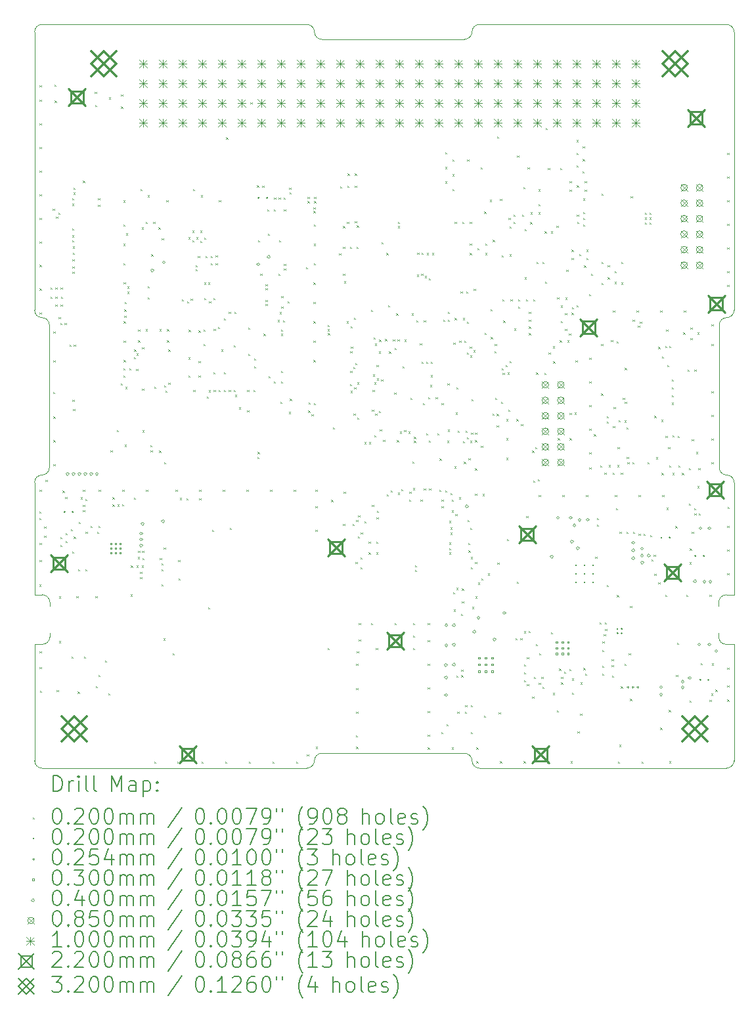
<source format=gbr>
%TF.GenerationSoftware,KiCad,Pcbnew,7.0.0-da2b9df05c~171~ubuntu22.04.1*%
%TF.CreationDate,2023-04-06T22:29:12+03:00*%
%TF.ProjectId,satnogs-comms,7361746e-6f67-4732-9d63-6f6d6d732e6b,rev?*%
%TF.SameCoordinates,Original*%
%TF.FileFunction,Drillmap*%
%TF.FilePolarity,Positive*%
%FSLAX45Y45*%
G04 Gerber Fmt 4.5, Leading zero omitted, Abs format (unit mm)*
G04 Created by KiCad (PCBNEW 7.0.0-da2b9df05c~171~ubuntu22.04.1) date 2023-04-06 22:29:12*
%MOMM*%
%LPD*%
G01*
G04 APERTURE LIST*
%ADD10C,0.100000*%
%ADD11C,0.200000*%
%ADD12C,0.020000*%
%ADD13C,0.025400*%
%ADD14C,0.030000*%
%ADD15C,0.040000*%
%ADD16C,0.085000*%
%ADD17C,0.220000*%
%ADD18C,0.320000*%
G04 APERTURE END LIST*
D10*
X8350250Y-9936480D02*
G75*
G03*
X8255000Y-10031730I0J-95250D01*
G01*
X8350250Y-9936480D02*
G75*
G03*
X8445500Y-9841230I0J95250D01*
G01*
X8445500Y-8002270D02*
G75*
G03*
X8350250Y-7907020I-95250J0D01*
G01*
X8255000Y-7811770D02*
G75*
G03*
X8350250Y-7907020I95250J0D01*
G01*
X8350250Y-4127500D02*
G75*
G03*
X8255000Y-4222750I0J-95250D01*
G01*
X17272000Y-4222750D02*
G75*
G03*
X17176750Y-4127500I-95250J0D01*
G01*
X17176750Y-13716000D02*
G75*
G03*
X17272000Y-13620750I0J95250D01*
G01*
X17176750Y-7907020D02*
G75*
G03*
X17272000Y-7811770I0J95250D01*
G01*
X17272000Y-10031730D02*
G75*
G03*
X17176750Y-9936480I-95250J0D01*
G01*
X17081500Y-8002270D02*
X17081500Y-9841230D01*
X17272000Y-4222750D02*
X17272000Y-7811770D01*
X17176750Y-7907020D02*
G75*
G03*
X17081500Y-8002270I0J-95250D01*
G01*
X11766550Y-13716000D02*
G75*
G03*
X11861800Y-13620750I0J95250D01*
G01*
X11957050Y-13525500D02*
G75*
G03*
X11861800Y-13620750I0J-95250D01*
G01*
X13893800Y-13620750D02*
G75*
G03*
X13798550Y-13525500I-95250J0D01*
G01*
X13893800Y-13620750D02*
G75*
G03*
X13989050Y-13716000I95250J0D01*
G01*
X8350250Y-13716000D02*
X11766550Y-13716000D01*
X11957050Y-13525500D02*
X13798550Y-13525500D01*
X13989050Y-13716000D02*
X17176750Y-13716000D01*
X11861800Y-4222750D02*
G75*
G03*
X11766550Y-4127500I-95250J0D01*
G01*
X8350250Y-4127500D02*
X11766550Y-4127500D01*
X13989050Y-4127500D02*
X17176750Y-4127500D01*
X13989050Y-4127500D02*
G75*
G03*
X13893800Y-4222750I0J-95250D01*
G01*
X11861800Y-4222750D02*
G75*
G03*
X11957050Y-4318000I95250J0D01*
G01*
X11957050Y-4318000D02*
X13798550Y-4318000D01*
X13798550Y-4318000D02*
G75*
G03*
X13893800Y-4222750I0J95250D01*
G01*
X17081500Y-9841230D02*
G75*
G03*
X17176750Y-9936480I95250J0D01*
G01*
X8355090Y-12120840D02*
G75*
G03*
X8450340Y-12025588I0J95250D01*
G01*
X8355090Y-11480842D02*
X8255000Y-11480800D01*
X8450340Y-12025588D02*
X8450340Y-11975840D01*
X17170750Y-11480840D02*
G75*
G03*
X17075500Y-11576092I0J-95250D01*
G01*
X17075500Y-12025630D02*
G75*
G03*
X17170750Y-12120880I95250J0D01*
G01*
X17075500Y-12025630D02*
X17075500Y-11975840D01*
X17272000Y-11480800D02*
X17272000Y-10031730D01*
X8255000Y-12120880D02*
X8355090Y-12120838D01*
X17272000Y-12120880D02*
X17272000Y-13620750D01*
X8450338Y-11576092D02*
G75*
G03*
X8355090Y-11480842I-95248J2D01*
G01*
X8450340Y-11625840D02*
X8450340Y-11576092D01*
X17272000Y-12120880D02*
X17170750Y-12120880D01*
X8255000Y-4222750D02*
X8255000Y-7811770D01*
X17075500Y-11576092D02*
X17075500Y-11625840D01*
X8255000Y-13620750D02*
G75*
G03*
X8350250Y-13716000I95250J0D01*
G01*
X8255000Y-12120880D02*
X8255000Y-13620750D01*
X17272000Y-11480800D02*
X17170750Y-11480842D01*
X8445500Y-8002270D02*
X8445500Y-9841230D01*
X8255000Y-11480800D02*
X8255000Y-10031730D01*
D11*
D12*
X8313580Y-10406540D02*
X8333580Y-10426540D01*
X8333580Y-10406540D02*
X8313580Y-10426540D01*
X8313580Y-10492900D02*
X8333580Y-10512900D01*
X8333580Y-10492900D02*
X8313580Y-10512900D01*
X8316120Y-11348880D02*
X8336120Y-11368880D01*
X8336120Y-11348880D02*
X8316120Y-11368880D01*
X8318660Y-10124600D02*
X8338660Y-10144600D01*
X8338660Y-10124600D02*
X8318660Y-10144600D01*
X8318660Y-11033920D02*
X8338660Y-11053920D01*
X8338660Y-11033920D02*
X8318660Y-11053920D01*
X8320000Y-12211000D02*
X8340000Y-12231000D01*
X8340000Y-12211000D02*
X8320000Y-12231000D01*
X8320000Y-12411000D02*
X8340000Y-12431000D01*
X8340000Y-12411000D02*
X8320000Y-12431000D01*
X8320660Y-5705000D02*
X8340660Y-5725000D01*
X8340660Y-5705000D02*
X8320660Y-5725000D01*
X8320660Y-7226460D02*
X8340660Y-7246460D01*
X8340660Y-7226460D02*
X8320660Y-7246460D01*
X8320660Y-7531260D02*
X8340660Y-7551260D01*
X8340660Y-7531260D02*
X8320660Y-7551260D01*
X8321200Y-4909980D02*
X8341200Y-4929980D01*
X8341200Y-4909980D02*
X8321200Y-4929980D01*
X8321200Y-5097940D02*
X8341200Y-5117940D01*
X8341200Y-5097940D02*
X8321200Y-5117940D01*
X8321200Y-5402740D02*
X8341200Y-5422740D01*
X8341200Y-5402740D02*
X8321200Y-5422740D01*
X8321200Y-6009800D02*
X8341200Y-6029800D01*
X8341200Y-6009800D02*
X8321200Y-6029800D01*
X8321200Y-6314600D02*
X8341200Y-6334600D01*
X8341200Y-6314600D02*
X8321200Y-6334600D01*
X8321200Y-6619400D02*
X8341200Y-6639400D01*
X8341200Y-6619400D02*
X8321200Y-6639400D01*
X8321200Y-6924200D02*
X8341200Y-6944200D01*
X8341200Y-6924200D02*
X8321200Y-6944200D01*
X8321200Y-7838600D02*
X8341200Y-7858600D01*
X8341200Y-7838600D02*
X8321200Y-7858600D01*
X8321200Y-10810400D02*
X8341200Y-10830400D01*
X8341200Y-10810400D02*
X8321200Y-10830400D01*
X8325000Y-12716000D02*
X8345000Y-12736000D01*
X8345000Y-12716000D02*
X8325000Y-12736000D01*
X8379620Y-10602120D02*
X8399620Y-10622120D01*
X8399620Y-10602120D02*
X8379620Y-10622120D01*
X8379620Y-10716420D02*
X8399620Y-10736420D01*
X8399620Y-10716420D02*
X8379620Y-10736420D01*
X8397400Y-9997600D02*
X8417400Y-10017600D01*
X8417400Y-9997600D02*
X8397400Y-10017600D01*
X8458360Y-7516020D02*
X8478360Y-7536020D01*
X8478360Y-7516020D02*
X8458360Y-7536020D01*
X8458360Y-7635400D02*
X8478360Y-7655400D01*
X8478360Y-7635400D02*
X8458360Y-7655400D01*
X8488840Y-6502560D02*
X8508840Y-6522560D01*
X8508840Y-6502560D02*
X8488840Y-6522560D01*
X8491380Y-8867300D02*
X8511380Y-8887300D01*
X8511380Y-8867300D02*
X8491380Y-8887300D01*
X8496460Y-8084980D02*
X8516460Y-8104980D01*
X8516460Y-8084980D02*
X8496460Y-8104980D01*
X8496460Y-8460900D02*
X8516460Y-8480900D01*
X8516460Y-8460900D02*
X8496460Y-8480900D01*
X8498460Y-9182260D02*
X8518460Y-9202260D01*
X8518460Y-9182260D02*
X8498460Y-9202260D01*
X8498460Y-9487060D02*
X8518460Y-9507060D01*
X8518460Y-9487060D02*
X8498460Y-9507060D01*
X8499000Y-9794400D02*
X8519000Y-9814400D01*
X8519000Y-9794400D02*
X8499000Y-9814400D01*
X8509160Y-4902360D02*
X8529160Y-4922360D01*
X8529160Y-4902360D02*
X8509160Y-4922360D01*
X8514240Y-5110640D02*
X8534240Y-5130640D01*
X8534240Y-5110640D02*
X8514240Y-5130640D01*
X8521860Y-7516020D02*
X8541860Y-7536020D01*
X8541860Y-7516020D02*
X8521860Y-7536020D01*
X8521860Y-7739540D02*
X8541860Y-7759540D01*
X8541860Y-7739540D02*
X8521860Y-7759540D01*
X8524400Y-7635400D02*
X8544400Y-7655400D01*
X8544400Y-7635400D02*
X8524400Y-7655400D01*
X8532020Y-6606700D02*
X8552020Y-6626700D01*
X8552020Y-6606700D02*
X8532020Y-6626700D01*
X8540000Y-12711000D02*
X8560000Y-12731000D01*
X8560000Y-12711000D02*
X8540000Y-12731000D01*
X8559960Y-6550820D02*
X8579960Y-6570820D01*
X8579960Y-6550820D02*
X8559960Y-6570820D01*
X8565040Y-7902100D02*
X8585040Y-7922100D01*
X8585040Y-7902100D02*
X8565040Y-7922100D01*
X8567580Y-12077860D02*
X8587580Y-12097860D01*
X8587580Y-12077860D02*
X8567580Y-12097860D01*
X8570120Y-11501280D02*
X8590120Y-11521280D01*
X8590120Y-11501280D02*
X8570120Y-11521280D01*
X8585000Y-10734200D02*
X8605000Y-10754200D01*
X8605000Y-10734200D02*
X8585000Y-10754200D01*
X8585000Y-10835800D02*
X8605000Y-10855800D01*
X8605000Y-10835800D02*
X8585000Y-10855800D01*
X8586484Y-7978300D02*
X8606484Y-7998300D01*
X8606484Y-7978300D02*
X8586484Y-7998300D01*
X8591257Y-7517743D02*
X8611257Y-7537743D01*
X8611257Y-7517743D02*
X8591257Y-7537743D01*
X8591919Y-7739540D02*
X8611919Y-7759540D01*
X8611919Y-7739540D02*
X8591919Y-7759540D01*
X8592980Y-7636722D02*
X8612980Y-7656722D01*
X8612980Y-7636722D02*
X8592980Y-7656722D01*
X8615840Y-10138824D02*
X8635840Y-10158824D01*
X8635840Y-10138824D02*
X8615840Y-10158824D01*
X8642434Y-7978300D02*
X8662434Y-7998300D01*
X8662434Y-7978300D02*
X8642434Y-7998300D01*
X8649960Y-10221204D02*
X8669960Y-10241204D01*
X8669960Y-10221204D02*
X8649960Y-10241204D01*
X8653940Y-10683400D02*
X8673940Y-10703400D01*
X8673940Y-10683400D02*
X8653940Y-10703400D01*
X8653940Y-10785000D02*
X8673940Y-10805000D01*
X8673940Y-10785000D02*
X8653940Y-10805000D01*
X8704670Y-8255160D02*
X8724670Y-8275160D01*
X8724670Y-8255160D02*
X8704670Y-8275160D01*
X8722520Y-10635140D02*
X8742520Y-10655140D01*
X8742520Y-10635140D02*
X8722520Y-10655140D01*
X8730140Y-12274775D02*
X8750140Y-12294775D01*
X8750140Y-12274775D02*
X8730140Y-12294775D01*
X8737500Y-10923500D02*
X8757500Y-10943500D01*
X8757500Y-10923500D02*
X8737500Y-10943500D01*
X8737760Y-6439060D02*
X8757760Y-6459060D01*
X8757760Y-6439060D02*
X8737760Y-6459060D01*
X8740300Y-6367940D02*
X8760300Y-6387940D01*
X8760300Y-6367940D02*
X8740300Y-6387940D01*
X8740300Y-6754020D02*
X8760300Y-6774020D01*
X8760300Y-6754020D02*
X8740300Y-6774020D01*
X8741501Y-6845480D02*
X8761501Y-6865480D01*
X8761501Y-6845480D02*
X8741501Y-6865480D01*
X8741501Y-6911480D02*
X8761501Y-6931480D01*
X8761501Y-6911480D02*
X8741501Y-6931480D01*
X8742578Y-7316235D02*
X8762578Y-7336235D01*
X8762578Y-7316235D02*
X8742578Y-7336235D01*
X8742840Y-7152800D02*
X8762840Y-7172800D01*
X8762840Y-7152800D02*
X8742840Y-7172800D01*
X8742840Y-7249320D02*
X8762840Y-7269320D01*
X8762840Y-7249320D02*
X8742840Y-7269320D01*
X8744000Y-8964000D02*
X8764000Y-8984000D01*
X8764000Y-8964000D02*
X8744000Y-8984000D01*
X8745380Y-6990240D02*
X8765380Y-7010240D01*
X8765380Y-6990240D02*
X8745380Y-7010240D01*
X8747920Y-7071520D02*
X8767920Y-7091520D01*
X8767920Y-7071520D02*
X8747920Y-7091520D01*
X8751000Y-9087000D02*
X8771000Y-9107000D01*
X8771000Y-9087000D02*
X8751000Y-9107000D01*
X8756834Y-6229911D02*
X8776834Y-6249911D01*
X8776834Y-6229911D02*
X8756834Y-6249911D01*
X8756834Y-6295911D02*
X8776834Y-6315911D01*
X8776834Y-6295911D02*
X8756834Y-6315911D01*
X8760620Y-8255160D02*
X8780620Y-8275160D01*
X8780620Y-8255160D02*
X8760620Y-8275160D01*
X8760620Y-10731660D02*
X8780620Y-10751660D01*
X8780620Y-10731660D02*
X8760620Y-10751660D01*
X8793640Y-11498740D02*
X8813640Y-11518740D01*
X8813640Y-11498740D02*
X8793640Y-11518740D01*
X8810000Y-12731000D02*
X8830000Y-12751000D01*
X8830000Y-12731000D02*
X8810000Y-12751000D01*
X8815230Y-11148220D02*
X8835230Y-11168220D01*
X8835230Y-11148220D02*
X8815230Y-11168220D01*
X8821580Y-10540000D02*
X8841580Y-10560000D01*
X8841580Y-10540000D02*
X8821580Y-10560000D01*
X8849520Y-10223660D02*
X8869520Y-10243660D01*
X8869520Y-10223660D02*
X8849520Y-10243660D01*
X8877460Y-10388760D02*
X8897460Y-10408760D01*
X8897460Y-10388760D02*
X8877460Y-10408760D01*
X8880000Y-6141880D02*
X8900000Y-6161880D01*
X8900000Y-6141880D02*
X8880000Y-6161880D01*
X8880000Y-10124600D02*
X8900000Y-10144600D01*
X8900000Y-10124600D02*
X8880000Y-10144600D01*
X8880000Y-10322720D02*
X8900000Y-10342720D01*
X8900000Y-10322720D02*
X8880000Y-10342720D01*
X8892700Y-12274775D02*
X8912700Y-12294775D01*
X8912700Y-12274775D02*
X8892700Y-12294775D01*
X8907940Y-11148220D02*
X8927940Y-11168220D01*
X8927940Y-11148220D02*
X8907940Y-11168220D01*
X8910480Y-10246520D02*
X8930480Y-10266520D01*
X8930480Y-10246520D02*
X8910480Y-10266520D01*
X8913020Y-10665620D02*
X8933020Y-10685620D01*
X8933020Y-10665620D02*
X8913020Y-10685620D01*
X8976520Y-10591960D02*
X8996520Y-10611960D01*
X8996520Y-10591960D02*
X8976520Y-10611960D01*
X9032400Y-4993800D02*
X9052400Y-5013800D01*
X9052400Y-4993800D02*
X9032400Y-5013800D01*
X9034940Y-5163980D02*
X9054940Y-5183980D01*
X9054940Y-5163980D02*
X9034940Y-5183980D01*
X9040020Y-11498740D02*
X9060020Y-11518740D01*
X9060020Y-11498740D02*
X9040020Y-11518740D01*
X9042560Y-12659520D02*
X9062560Y-12679520D01*
X9062560Y-12659520D02*
X9042560Y-12679520D01*
X9059070Y-10669430D02*
X9079070Y-10689430D01*
X9079070Y-10669430D02*
X9059070Y-10689430D01*
X9073040Y-6365400D02*
X9093040Y-6385400D01*
X9093040Y-6365400D02*
X9073040Y-6385400D01*
X9073040Y-6454300D02*
X9093040Y-6474300D01*
X9093040Y-6454300D02*
X9073040Y-6474300D01*
X9075580Y-12512200D02*
X9095580Y-12532200D01*
X9095580Y-12512200D02*
X9075580Y-12532200D01*
X9079390Y-10593230D02*
X9099390Y-10613230D01*
X9099390Y-10593230D02*
X9079390Y-10613230D01*
X9083200Y-10124600D02*
X9103200Y-10144600D01*
X9103200Y-10124600D02*
X9083200Y-10144600D01*
X9164480Y-12326780D02*
X9184480Y-12346780D01*
X9184480Y-12326780D02*
X9164480Y-12346780D01*
X9205120Y-12750960D02*
X9225120Y-12770960D01*
X9225120Y-12750960D02*
X9205120Y-12770960D01*
X9212740Y-5067460D02*
X9232740Y-5087460D01*
X9232740Y-5067460D02*
X9212740Y-5087460D01*
X9235000Y-9616000D02*
X9255000Y-9636000D01*
X9255000Y-9616000D02*
X9235000Y-9636000D01*
X9258460Y-10224198D02*
X9278460Y-10244198D01*
X9278460Y-10224198D02*
X9258460Y-10244198D01*
X9258460Y-10317640D02*
X9278460Y-10337640D01*
X9278460Y-10317640D02*
X9258460Y-10337640D01*
X9315000Y-9356000D02*
X9335000Y-9376000D01*
X9335000Y-9356000D02*
X9315000Y-9376000D01*
X9324500Y-10317640D02*
X9344500Y-10337640D01*
X9344500Y-10317640D02*
X9324500Y-10337640D01*
X9363053Y-8755087D02*
X9383053Y-8775087D01*
X9383053Y-8755087D02*
X9363053Y-8775087D01*
X9370220Y-5031900D02*
X9390220Y-5051900D01*
X9390220Y-5031900D02*
X9370220Y-5051900D01*
X9370220Y-5186840D02*
X9390220Y-5206840D01*
X9390220Y-5186840D02*
X9370220Y-5206840D01*
X9380393Y-10315099D02*
X9400393Y-10335099D01*
X9400393Y-10315099D02*
X9380393Y-10335099D01*
X9388000Y-10124600D02*
X9408000Y-10144600D01*
X9408000Y-10124600D02*
X9388000Y-10144600D01*
X9400700Y-6395880D02*
X9420700Y-6415880D01*
X9420700Y-6395880D02*
X9400700Y-6415880D01*
X9400700Y-6705760D02*
X9420700Y-6725760D01*
X9420700Y-6705760D02*
X9400700Y-6725760D01*
X9401541Y-8557420D02*
X9421541Y-8577420D01*
X9421541Y-8557420D02*
X9401541Y-8577420D01*
X9401541Y-8655380D02*
X9421541Y-8675380D01*
X9421541Y-8655380D02*
X9401541Y-8675380D01*
X9401542Y-6954680D02*
X9421542Y-6974680D01*
X9421542Y-6954680D02*
X9401542Y-6974680D01*
X9401542Y-7206140D02*
X9421542Y-7226140D01*
X9421542Y-7206140D02*
X9401542Y-7226140D01*
X9402760Y-8205800D02*
X9422760Y-8225800D01*
X9422760Y-8205800D02*
X9402760Y-8225800D01*
X9403240Y-7452520D02*
X9423240Y-7472520D01*
X9423240Y-7452520D02*
X9403240Y-7472520D01*
X9403240Y-7955440D02*
X9423240Y-7975440D01*
X9423240Y-7955440D02*
X9403240Y-7975440D01*
X9403638Y-8454720D02*
X9423638Y-8474720D01*
X9423638Y-8454720D02*
X9403638Y-8474720D01*
X9410860Y-7803040D02*
X9430860Y-7823040D01*
X9430860Y-7803040D02*
X9410860Y-7823040D01*
X9410860Y-7884320D02*
X9430860Y-7904320D01*
X9430860Y-7884320D02*
X9410860Y-7904320D01*
X9418480Y-7703980D02*
X9438480Y-7723980D01*
X9438480Y-7703980D02*
X9418480Y-7723980D01*
X9418480Y-9545480D02*
X9438480Y-9565480D01*
X9438480Y-9545480D02*
X9418480Y-9565480D01*
X9426100Y-8801260D02*
X9446100Y-8821260D01*
X9446100Y-8801260D02*
X9426100Y-8821260D01*
X9431250Y-6820060D02*
X9451250Y-6840060D01*
X9451250Y-6820060D02*
X9431250Y-6840060D01*
X9449805Y-7506829D02*
X9469805Y-7526829D01*
X9469805Y-7506829D02*
X9449805Y-7526829D01*
X9449805Y-7572829D02*
X9469805Y-7592829D01*
X9469805Y-7572829D02*
X9449805Y-7592829D01*
X9474360Y-8559960D02*
X9494360Y-8579960D01*
X9494360Y-8559960D02*
X9474360Y-8579960D01*
X9490000Y-11476000D02*
X9510000Y-11496000D01*
X9510000Y-11476000D02*
X9490000Y-11496000D01*
X9495950Y-11103770D02*
X9515950Y-11123770D01*
X9515950Y-11103770D02*
X9495950Y-11123770D01*
X9535320Y-10226200D02*
X9555320Y-10246200D01*
X9555320Y-10226200D02*
X9535320Y-10246200D01*
X9535499Y-8417909D02*
X9555499Y-8437909D01*
X9555499Y-8417909D02*
X9535499Y-8437909D01*
X9537860Y-8318660D02*
X9557860Y-8338660D01*
X9557860Y-8318660D02*
X9537860Y-8338660D01*
X9565320Y-8569020D02*
X9585320Y-8589020D01*
X9585320Y-8569020D02*
X9565320Y-8589020D01*
X9570400Y-8368360D02*
X9590400Y-8388360D01*
X9590400Y-8368360D02*
X9570400Y-8388360D01*
X9570880Y-11105040D02*
X9590880Y-11125040D01*
X9590880Y-11105040D02*
X9570880Y-11125040D01*
X9586120Y-10993280D02*
X9606120Y-11013280D01*
X9606120Y-10993280D02*
X9586120Y-11013280D01*
X9588180Y-8058480D02*
X9608180Y-8078480D01*
X9608180Y-8058480D02*
X9588180Y-8078480D01*
X9588180Y-8200720D02*
X9608180Y-8220720D01*
X9608180Y-8200720D02*
X9588180Y-8220720D01*
X9591200Y-10912000D02*
X9611200Y-10932000D01*
X9611200Y-10912000D02*
X9591200Y-10932000D01*
X9616600Y-11183780D02*
X9636600Y-11203780D01*
X9636600Y-11183780D02*
X9616600Y-11203780D01*
X9616600Y-11252360D02*
X9636600Y-11272360D01*
X9636600Y-11252360D02*
X9616600Y-11272360D01*
X9619140Y-6250000D02*
X9639140Y-6270000D01*
X9639140Y-6250000D02*
X9619140Y-6270000D01*
X9633900Y-6745300D02*
X9653900Y-6765300D01*
X9653900Y-6745300D02*
X9633900Y-6765300D01*
X9636920Y-11104000D02*
X9656920Y-11124000D01*
X9656920Y-11104000D02*
X9636920Y-11124000D01*
X9640637Y-8822137D02*
X9660637Y-8842137D01*
X9660637Y-8822137D02*
X9640637Y-8842137D01*
X9641520Y-8288180D02*
X9661520Y-8308180D01*
X9661520Y-8288180D02*
X9641520Y-8308180D01*
X9642000Y-10912000D02*
X9662000Y-10932000D01*
X9662000Y-10912000D02*
X9642000Y-10932000D01*
X9647080Y-9361310D02*
X9667080Y-9381310D01*
X9667080Y-9361310D02*
X9647080Y-9381310D01*
X9647080Y-11008520D02*
X9667080Y-11028520D01*
X9667080Y-11008520D02*
X9647080Y-11028520D01*
X9684700Y-8055940D02*
X9704700Y-8075940D01*
X9704700Y-8055940D02*
X9684700Y-8075940D01*
X9687240Y-6671640D02*
X9707240Y-6691640D01*
X9707240Y-6671640D02*
X9687240Y-6691640D01*
X9692800Y-10124600D02*
X9712800Y-10144600D01*
X9712800Y-10124600D02*
X9692800Y-10144600D01*
X9710100Y-6328740D02*
X9730100Y-6348740D01*
X9730100Y-6328740D02*
X9710100Y-6348740D01*
X9710100Y-7502220D02*
X9730100Y-7522220D01*
X9730100Y-7502220D02*
X9710100Y-7522220D01*
X9710100Y-7644460D02*
X9730100Y-7664460D01*
X9730100Y-7644460D02*
X9710100Y-7664460D01*
X9746140Y-9548020D02*
X9766140Y-9568020D01*
X9766140Y-9548020D02*
X9746140Y-9568020D01*
X9751220Y-9616600D02*
X9771220Y-9636600D01*
X9771220Y-9616600D02*
X9751220Y-9636600D01*
X9758360Y-7090740D02*
X9778360Y-7110740D01*
X9778360Y-7090740D02*
X9758360Y-7110740D01*
X9783760Y-6671640D02*
X9803760Y-6691640D01*
X9803760Y-6671640D02*
X9783760Y-6691640D01*
X9795000Y-13631000D02*
X9815000Y-13651000D01*
X9815000Y-13631000D02*
X9795000Y-13651000D01*
X9796460Y-8797620D02*
X9816460Y-8817620D01*
X9816460Y-8797620D02*
X9796460Y-8817620D01*
X9852340Y-6745300D02*
X9872340Y-6765300D01*
X9872340Y-6745300D02*
X9852340Y-6765300D01*
X9860440Y-9621680D02*
X9880440Y-9641680D01*
X9880440Y-9621680D02*
X9860440Y-9641680D01*
X9865040Y-8055940D02*
X9885040Y-8075940D01*
X9885040Y-8055940D02*
X9865040Y-8075940D01*
X9870600Y-11008520D02*
X9890600Y-11028520D01*
X9890600Y-11008520D02*
X9870600Y-11028520D01*
X9890920Y-11077100D02*
X9910920Y-11097100D01*
X9910920Y-11077100D02*
X9890920Y-11097100D01*
X9890920Y-11148220D02*
X9910920Y-11168220D01*
X9910920Y-11148220D02*
X9890920Y-11168220D01*
X9890920Y-11346340D02*
X9910920Y-11366340D01*
X9910920Y-11346340D02*
X9890920Y-11366340D01*
X9895520Y-6885000D02*
X9915520Y-6905000D01*
X9915520Y-6885000D02*
X9895520Y-6905000D01*
X9913780Y-12044840D02*
X9933780Y-12064840D01*
X9933780Y-12044840D02*
X9913780Y-12064840D01*
X9918860Y-10871360D02*
X9938860Y-10891360D01*
X9938860Y-10871360D02*
X9918860Y-10891360D01*
X9926480Y-8778400D02*
X9946480Y-8798400D01*
X9946480Y-8778400D02*
X9926480Y-8798400D01*
X9926480Y-9771540D02*
X9946480Y-9791540D01*
X9946480Y-9771540D02*
X9926480Y-9791540D01*
X9941240Y-8845880D02*
X9961240Y-8865880D01*
X9961240Y-8845880D02*
X9941240Y-8865880D01*
X9954420Y-6393340D02*
X9974420Y-6413340D01*
X9974420Y-6393340D02*
X9954420Y-6413340D01*
X9961560Y-8055940D02*
X9981560Y-8075940D01*
X9981560Y-8055940D02*
X9961560Y-8075940D01*
X9961560Y-8200720D02*
X9981560Y-8220720D01*
X9981560Y-8200720D02*
X9961560Y-8220720D01*
X9979340Y-8317560D02*
X9999340Y-8337560D01*
X9999340Y-8317560D02*
X9979340Y-8337560D01*
X9979340Y-8744280D02*
X9999340Y-8764280D01*
X9999340Y-8744280D02*
X9979340Y-8764280D01*
X10033160Y-12232800D02*
X10053160Y-12252800D01*
X10053160Y-12232800D02*
X10033160Y-12252800D01*
X10073800Y-10124600D02*
X10093800Y-10144600D01*
X10093800Y-10124600D02*
X10073800Y-10144600D01*
X10095000Y-13631000D02*
X10115000Y-13651000D01*
X10115000Y-13631000D02*
X10095000Y-13651000D01*
X10105000Y-11031000D02*
X10125000Y-11051000D01*
X10125000Y-11031000D02*
X10105000Y-11051000D01*
X10112000Y-11271000D02*
X10132000Y-11291000D01*
X10132000Y-11271000D02*
X10112000Y-11291000D01*
X10128000Y-10233000D02*
X10148000Y-10253000D01*
X10148000Y-10233000D02*
X10128000Y-10253000D01*
X10152540Y-7668420D02*
X10172540Y-7688420D01*
X10172540Y-7668420D02*
X10152540Y-7688420D01*
X10214000Y-10235000D02*
X10234000Y-10255000D01*
X10234000Y-10235000D02*
X10214000Y-10255000D01*
X10220808Y-7697268D02*
X10240808Y-7717268D01*
X10240808Y-7697268D02*
X10220808Y-7717268D01*
X10238420Y-6872300D02*
X10258420Y-6892300D01*
X10258420Y-6872300D02*
X10238420Y-6892300D01*
X10238420Y-8419160D02*
X10258420Y-8439160D01*
X10258420Y-8419160D02*
X10238420Y-8439160D01*
X10238420Y-8655380D02*
X10258420Y-8675380D01*
X10258420Y-8655380D02*
X10238420Y-8675380D01*
X10240169Y-8063676D02*
X10260169Y-8083676D01*
X10260169Y-8063676D02*
X10240169Y-8083676D01*
X10266360Y-7664780D02*
X10286360Y-7684780D01*
X10286360Y-7664780D02*
X10266360Y-7684780D01*
X10289220Y-6786490D02*
X10309220Y-6806490D01*
X10309220Y-6786490D02*
X10289220Y-6806490D01*
X10289220Y-6910400D02*
X10309220Y-6930400D01*
X10309220Y-6910400D02*
X10289220Y-6930400D01*
X10294780Y-6248560D02*
X10314780Y-6268560D01*
X10314780Y-6248560D02*
X10294780Y-6268560D01*
X10302400Y-8839360D02*
X10322400Y-8859360D01*
X10322400Y-8839360D02*
X10302400Y-8859360D01*
X10331029Y-7284285D02*
X10351029Y-7304285D01*
X10351029Y-7284285D02*
X10331029Y-7304285D01*
X10331080Y-7228335D02*
X10351080Y-7248335D01*
X10351080Y-7228335D02*
X10331080Y-7248335D01*
X10337480Y-6872300D02*
X10357480Y-6892300D01*
X10357480Y-6872300D02*
X10337480Y-6892300D01*
X10360820Y-7112160D02*
X10380820Y-7132160D01*
X10380820Y-7112160D02*
X10360820Y-7132160D01*
X10367960Y-8073720D02*
X10387960Y-8093720D01*
X10387960Y-8073720D02*
X10367960Y-8093720D01*
X10367960Y-8467420D02*
X10387960Y-8487420D01*
X10387960Y-8467420D02*
X10367960Y-8487420D01*
X10367960Y-8655650D02*
X10387960Y-8675650D01*
X10387960Y-8655650D02*
X10367960Y-8675650D01*
X10376000Y-10234000D02*
X10396000Y-10254000D01*
X10396000Y-10234000D02*
X10376000Y-10254000D01*
X10378600Y-10124600D02*
X10398600Y-10144600D01*
X10398600Y-10124600D02*
X10378600Y-10144600D01*
X10388280Y-6786490D02*
X10408280Y-6806490D01*
X10408280Y-6786490D02*
X10388280Y-6806490D01*
X10388280Y-6915480D02*
X10408280Y-6935480D01*
X10408280Y-6915480D02*
X10388280Y-6935480D01*
X10395900Y-6328740D02*
X10415900Y-6348740D01*
X10415900Y-6328740D02*
X10395900Y-6348740D01*
X10405000Y-13631000D02*
X10425000Y-13651000D01*
X10425000Y-13631000D02*
X10405000Y-13651000D01*
X10431940Y-8062120D02*
X10451940Y-8082120D01*
X10451940Y-8062120D02*
X10431940Y-8082120D01*
X10434000Y-8246440D02*
X10454000Y-8266440D01*
X10454000Y-8246440D02*
X10434000Y-8266440D01*
X10439080Y-6874840D02*
X10459080Y-6894840D01*
X10459080Y-6874840D02*
X10439080Y-6894840D01*
X10439080Y-7456500D02*
X10459080Y-7476500D01*
X10459080Y-7456500D02*
X10439080Y-7476500D01*
X10439080Y-7652080D02*
X10459080Y-7672080D01*
X10459080Y-7652080D02*
X10439080Y-7672080D01*
X10457333Y-7112281D02*
X10477333Y-7132281D01*
X10477333Y-7112281D02*
X10457333Y-7132281D01*
X10474732Y-8923568D02*
X10494732Y-8943568D01*
X10494732Y-8923568D02*
X10474732Y-8943568D01*
X10489880Y-7456500D02*
X10509880Y-7476500D01*
X10509880Y-7456500D02*
X10489880Y-7476500D01*
X10492900Y-11643520D02*
X10512900Y-11663520D01*
X10512900Y-11643520D02*
X10492900Y-11663520D01*
X10500040Y-8843340D02*
X10520040Y-8863340D01*
X10520040Y-8843340D02*
X10500040Y-8863340D01*
X10505120Y-7697800D02*
X10525120Y-7717800D01*
X10525120Y-7697800D02*
X10505120Y-7717800D01*
X10522900Y-7207580D02*
X10542900Y-7227580D01*
X10542900Y-7207580D02*
X10522900Y-7227580D01*
X10525920Y-7112160D02*
X10545920Y-7132160D01*
X10545920Y-7112160D02*
X10525920Y-7132160D01*
X10543700Y-10645300D02*
X10563700Y-10665300D01*
X10563700Y-10645300D02*
X10543700Y-10665300D01*
X10559811Y-7656820D02*
X10579811Y-7676820D01*
X10579811Y-7656820D02*
X10559811Y-7676820D01*
X10561480Y-8613300D02*
X10581480Y-8633300D01*
X10581480Y-8613300D02*
X10561480Y-8633300D01*
X10563540Y-8050590D02*
X10583540Y-8070590D01*
X10583540Y-8050590D02*
X10563540Y-8070590D01*
X10563540Y-8838260D02*
X10583540Y-8858260D01*
X10583540Y-8838260D02*
X10563540Y-8858260D01*
X10588940Y-7105980D02*
X10608940Y-7125980D01*
X10608940Y-7105980D02*
X10588940Y-7125980D01*
X10588940Y-7205040D02*
X10608940Y-7225040D01*
X10608940Y-7205040D02*
X10588940Y-7225040D01*
X10617360Y-8029100D02*
X10637360Y-8049100D01*
X10637360Y-8029100D02*
X10617360Y-8049100D01*
X10627000Y-8841000D02*
X10647000Y-8861000D01*
X10647000Y-8841000D02*
X10627000Y-8861000D01*
X10629580Y-6393340D02*
X10649580Y-6413340D01*
X10649580Y-6393340D02*
X10629580Y-6413340D01*
X10662600Y-8320100D02*
X10682600Y-8340100D01*
X10682600Y-8320100D02*
X10662600Y-8340100D01*
X10683400Y-10124600D02*
X10703400Y-10144600D01*
X10703400Y-10124600D02*
X10683400Y-10144600D01*
X10693080Y-7916240D02*
X10713080Y-7936240D01*
X10713080Y-7916240D02*
X10693080Y-7936240D01*
X10693080Y-8838260D02*
X10713080Y-8858260D01*
X10713080Y-8838260D02*
X10693080Y-8858260D01*
X10693560Y-8613300D02*
X10713560Y-8633300D01*
X10713560Y-8613300D02*
X10693560Y-8633300D01*
X10710000Y-13631000D02*
X10730000Y-13651000D01*
X10730000Y-13631000D02*
X10710000Y-13651000D01*
X10724040Y-5583080D02*
X10744040Y-5603080D01*
X10744040Y-5583080D02*
X10724040Y-5603080D01*
X10757000Y-8840000D02*
X10777000Y-8860000D01*
X10777000Y-8840000D02*
X10757000Y-8860000D01*
X10759120Y-7829880D02*
X10779120Y-7849880D01*
X10779120Y-7829880D02*
X10759120Y-7849880D01*
X10770000Y-10618500D02*
X10790000Y-10638500D01*
X10790000Y-10618500D02*
X10770000Y-10638500D01*
X10822620Y-8264220D02*
X10842620Y-8284220D01*
X10842620Y-8264220D02*
X10822620Y-8284220D01*
X10822620Y-8840800D02*
X10842620Y-8860800D01*
X10842620Y-8840800D02*
X10822620Y-8860800D01*
X10827700Y-7829880D02*
X10847700Y-7849880D01*
X10847700Y-7829880D02*
X10827700Y-7849880D01*
X10838000Y-8902000D02*
X10858000Y-8922000D01*
X10858000Y-8902000D02*
X10838000Y-8922000D01*
X10889000Y-9063000D02*
X10909000Y-9083000D01*
X10909000Y-9063000D02*
X10889000Y-9083000D01*
X10988200Y-10124600D02*
X11008200Y-10144600D01*
X11008200Y-10124600D02*
X10988200Y-10144600D01*
X10994000Y-9100000D02*
X11014000Y-9120000D01*
X11014000Y-9100000D02*
X10994000Y-9120000D01*
X10995340Y-8840800D02*
X11015340Y-8860800D01*
X11015340Y-8840800D02*
X10995340Y-8860800D01*
X11008520Y-8036720D02*
X11028520Y-8056720D01*
X11028520Y-8036720D02*
X11008520Y-8056720D01*
X11008520Y-8372000D02*
X11028520Y-8392000D01*
X11028520Y-8372000D02*
X11008520Y-8392000D01*
X11015000Y-13631000D02*
X11035000Y-13651000D01*
X11035000Y-13631000D02*
X11015000Y-13651000D01*
X11039000Y-5133500D02*
X11059000Y-5153500D01*
X11059000Y-5133500D02*
X11039000Y-5153500D01*
X11074560Y-8839360D02*
X11094560Y-8859360D01*
X11094560Y-8839360D02*
X11074560Y-8859360D01*
X11082180Y-8435500D02*
X11102180Y-8455500D01*
X11102180Y-8435500D02*
X11082180Y-8455500D01*
X11082180Y-8532020D02*
X11102180Y-8552020D01*
X11102180Y-8532020D02*
X11082180Y-8552020D01*
X11122820Y-6201740D02*
X11142820Y-6221740D01*
X11142820Y-6201740D02*
X11122820Y-6221740D01*
X11125000Y-9701000D02*
X11145000Y-9721000D01*
X11145000Y-9701000D02*
X11125000Y-9721000D01*
X11130000Y-9641000D02*
X11150000Y-9661000D01*
X11150000Y-9641000D02*
X11130000Y-9661000D01*
X11132980Y-6908960D02*
X11152980Y-6928960D01*
X11152980Y-6908960D02*
X11132980Y-6928960D01*
X11165520Y-7342200D02*
X11185520Y-7362200D01*
X11185520Y-7342200D02*
X11165520Y-7362200D01*
X11188380Y-6204280D02*
X11208380Y-6224280D01*
X11208380Y-6204280D02*
X11188380Y-6224280D01*
X11206640Y-8115460D02*
X11226640Y-8135460D01*
X11226640Y-8115460D02*
X11206640Y-8135460D01*
X11233440Y-7473780D02*
X11253440Y-7493780D01*
X11253440Y-7473780D02*
X11233440Y-7493780D01*
X11233440Y-7676980D02*
X11253440Y-7696980D01*
X11253440Y-7676980D02*
X11233440Y-7696980D01*
X11233440Y-7727780D02*
X11253440Y-7747780D01*
X11253440Y-7727780D02*
X11233440Y-7747780D01*
X11233534Y-7524580D02*
X11253534Y-7544580D01*
X11253534Y-7524580D02*
X11233534Y-7544580D01*
X11254900Y-6512720D02*
X11274900Y-6532720D01*
X11274900Y-6512720D02*
X11254900Y-6532720D01*
X11259500Y-6825140D02*
X11279500Y-6845140D01*
X11279500Y-6825140D02*
X11259500Y-6845140D01*
X11272680Y-8659020D02*
X11292680Y-8679020D01*
X11292680Y-8659020D02*
X11272680Y-8679020D01*
X11293000Y-10124600D02*
X11313000Y-10144600D01*
X11313000Y-10124600D02*
X11293000Y-10144600D01*
X11320000Y-13631000D02*
X11340000Y-13651000D01*
X11340000Y-13631000D02*
X11320000Y-13651000D01*
X11336180Y-8730140D02*
X11356180Y-8750140D01*
X11356180Y-8730140D02*
X11336180Y-8750140D01*
X11338720Y-6512720D02*
X11358720Y-6532720D01*
X11358720Y-6512720D02*
X11338720Y-6532720D01*
X11343320Y-6356680D02*
X11363320Y-6376680D01*
X11363320Y-6356680D02*
X11343320Y-6376680D01*
X11390000Y-7939100D02*
X11410000Y-7959100D01*
X11410000Y-7939100D02*
X11390000Y-7959100D01*
X11399200Y-7342200D02*
X11419200Y-7362200D01*
X11419200Y-7342200D02*
X11399200Y-7362200D01*
X11401740Y-6356680D02*
X11421740Y-6376680D01*
X11421740Y-6356680D02*
X11401740Y-6376680D01*
X11407300Y-6910400D02*
X11427300Y-6930400D01*
X11427300Y-6910400D02*
X11407300Y-6930400D01*
X11414920Y-7836060D02*
X11434920Y-7856060D01*
X11434920Y-7836060D02*
X11414920Y-7856060D01*
X11423326Y-8991099D02*
X11443326Y-9011099D01*
X11443326Y-8991099D02*
X11423326Y-9011099D01*
X11432700Y-8059510D02*
X11452700Y-8079510D01*
X11452700Y-8059510D02*
X11432700Y-8079510D01*
X11432700Y-8115460D02*
X11452700Y-8135460D01*
X11452700Y-8115460D02*
X11432700Y-8135460D01*
X11432700Y-8595520D02*
X11452700Y-8615520D01*
X11452700Y-8595520D02*
X11432700Y-8615520D01*
X11432700Y-8730140D02*
X11452700Y-8750140D01*
X11452700Y-8730140D02*
X11432700Y-8750140D01*
X11434100Y-7626180D02*
X11454100Y-7646180D01*
X11454100Y-7626180D02*
X11434100Y-7646180D01*
X11434100Y-7763340D02*
X11454100Y-7783340D01*
X11454100Y-7763340D02*
X11434100Y-7783340D01*
X11457679Y-7940243D02*
X11477679Y-7960243D01*
X11477679Y-7940243D02*
X11457679Y-7960243D01*
X11462700Y-6356680D02*
X11482700Y-6376680D01*
X11482700Y-6356680D02*
X11462700Y-6376680D01*
X11468260Y-6512720D02*
X11488260Y-6532720D01*
X11488260Y-6512720D02*
X11468260Y-6532720D01*
X11468260Y-7211220D02*
X11488260Y-7231220D01*
X11488260Y-7211220D02*
X11468260Y-7231220D01*
X11468260Y-7274720D02*
X11488260Y-7294720D01*
X11488260Y-7274720D02*
X11468260Y-7294720D01*
X11517920Y-7694760D02*
X11537920Y-7714760D01*
X11537920Y-7694760D02*
X11517920Y-7714760D01*
X11532500Y-9123500D02*
X11552500Y-9143500D01*
X11552500Y-9123500D02*
X11532500Y-9143500D01*
X11536840Y-6229680D02*
X11556840Y-6249680D01*
X11556840Y-6229680D02*
X11536840Y-6249680D01*
X11539380Y-6289200D02*
X11559380Y-6309200D01*
X11559380Y-6289200D02*
X11539380Y-6309200D01*
X11544460Y-8953660D02*
X11564460Y-8973660D01*
X11564460Y-8953660D02*
X11544460Y-8973660D01*
X11597800Y-10124600D02*
X11617800Y-10144600D01*
X11617800Y-10124600D02*
X11597800Y-10144600D01*
X11625000Y-13631000D02*
X11645000Y-13651000D01*
X11645000Y-13631000D02*
X11625000Y-13651000D01*
X11752740Y-7255840D02*
X11772740Y-7275840D01*
X11772740Y-7255840D02*
X11752740Y-7275840D01*
X11765000Y-13541000D02*
X11785000Y-13561000D01*
X11785000Y-13541000D02*
X11765000Y-13561000D01*
X11775120Y-6351600D02*
X11795120Y-6371600D01*
X11795120Y-6351600D02*
X11775120Y-6371600D01*
X11775120Y-6404940D02*
X11795120Y-6424940D01*
X11795120Y-6404940D02*
X11775120Y-6424940D01*
X11783220Y-9104960D02*
X11803220Y-9124960D01*
X11803220Y-9104960D02*
X11783220Y-9124960D01*
X11785760Y-9001920D02*
X11805760Y-9021920D01*
X11805760Y-9001920D02*
X11785760Y-9021920D01*
X11823860Y-9154320D02*
X11843860Y-9174320D01*
X11843860Y-9154320D02*
X11823860Y-9174320D01*
X11851800Y-6484780D02*
X11871800Y-6504780D01*
X11871800Y-6484780D02*
X11851800Y-6504780D01*
X11851800Y-6531050D02*
X11871800Y-6551050D01*
X11871800Y-6531050D02*
X11851800Y-6551050D01*
X11851800Y-7455060D02*
X11871800Y-7475060D01*
X11871800Y-7455060D02*
X11851800Y-7475060D01*
X11851800Y-7703980D02*
X11871800Y-7723980D01*
X11871800Y-7703980D02*
X11851800Y-7723980D01*
X11851800Y-7955440D02*
X11871800Y-7975440D01*
X11871800Y-7955440D02*
X11851800Y-7975440D01*
X11851800Y-8205820D02*
X11871800Y-8225820D01*
X11871800Y-8205820D02*
X11851800Y-8225820D01*
X11851800Y-8453280D02*
X11871800Y-8473280D01*
X11871800Y-8453280D02*
X11851800Y-8473280D01*
X11854340Y-6705760D02*
X11874340Y-6725760D01*
X11874340Y-6705760D02*
X11854340Y-6725760D01*
X11854340Y-6954680D02*
X11874340Y-6974680D01*
X11874340Y-6954680D02*
X11854340Y-6974680D01*
X11854340Y-7206140D02*
X11874340Y-7226140D01*
X11874340Y-7206140D02*
X11854340Y-7226140D01*
X11854340Y-9009540D02*
X11874340Y-9029540D01*
X11874340Y-9009540D02*
X11854340Y-9029540D01*
X11858940Y-6351600D02*
X11878940Y-6371600D01*
X11878940Y-6351600D02*
X11858940Y-6371600D01*
X11858940Y-6404940D02*
X11878940Y-6424940D01*
X11878940Y-6404940D02*
X11858940Y-6424940D01*
X11877200Y-10124600D02*
X11897200Y-10144600D01*
X11897200Y-10124600D02*
X11877200Y-10144600D01*
X11877200Y-10340500D02*
X11897200Y-10360500D01*
X11897200Y-10340500D02*
X11877200Y-10360500D01*
X11877200Y-10645300D02*
X11897200Y-10665300D01*
X11897200Y-10645300D02*
X11877200Y-10665300D01*
X11880000Y-13441000D02*
X11900000Y-13461000D01*
X11900000Y-13441000D02*
X11880000Y-13461000D01*
X12030000Y-8000050D02*
X12050000Y-8020050D01*
X12050000Y-8000050D02*
X12030000Y-8020050D01*
X12030000Y-8056000D02*
X12050000Y-8076000D01*
X12050000Y-8056000D02*
X12030000Y-8076000D01*
X12032140Y-12169300D02*
X12052140Y-12189300D01*
X12052140Y-12169300D02*
X12032140Y-12189300D01*
X12037500Y-8106000D02*
X12057500Y-8126000D01*
X12057500Y-8106000D02*
X12037500Y-8126000D01*
X12080000Y-10258500D02*
X12100000Y-10278500D01*
X12100000Y-10258500D02*
X12080000Y-10278500D01*
X12102500Y-9323500D02*
X12122500Y-9343500D01*
X12122500Y-9323500D02*
X12102500Y-9343500D01*
X12179460Y-7080239D02*
X12199460Y-7100239D01*
X12199460Y-7080239D02*
X12179460Y-7100239D01*
X12192160Y-6215540D02*
X12212160Y-6235540D01*
X12212160Y-6215540D02*
X12192160Y-6235540D01*
X12232800Y-6726080D02*
X12252800Y-6746080D01*
X12252800Y-6726080D02*
X12232800Y-6746080D01*
X12232800Y-6992780D02*
X12252800Y-7012780D01*
X12252800Y-6992780D02*
X12232800Y-7012780D01*
X12232800Y-7338220D02*
X12252800Y-7358220D01*
X12252800Y-7338220D02*
X12232800Y-7358220D01*
X12232800Y-10569100D02*
X12252800Y-10589100D01*
X12252800Y-10569100D02*
X12232800Y-10589100D01*
X12240000Y-10151000D02*
X12260000Y-10171000D01*
X12260000Y-10151000D02*
X12240000Y-10171000D01*
X12245500Y-7437280D02*
X12265500Y-7457280D01*
X12265500Y-7437280D02*
X12245500Y-7457280D01*
X12280000Y-7956000D02*
X12300000Y-7976000D01*
X12300000Y-7956000D02*
X12280000Y-7976000D01*
X12283600Y-6670200D02*
X12303600Y-6690200D01*
X12303600Y-6670200D02*
X12283600Y-6690200D01*
X12288680Y-6207920D02*
X12308680Y-6227920D01*
X12308680Y-6207920D02*
X12288680Y-6227920D01*
X12289949Y-6050170D02*
X12309949Y-6070170D01*
X12309949Y-6050170D02*
X12289949Y-6070170D01*
X12321700Y-6992780D02*
X12341700Y-7012780D01*
X12341700Y-6992780D02*
X12321700Y-7012780D01*
X12321700Y-8760620D02*
X12341700Y-8780620D01*
X12341700Y-8760620D02*
X12321700Y-8780620D01*
X12324240Y-8592980D02*
X12344240Y-8612980D01*
X12344240Y-8592980D02*
X12324240Y-8612980D01*
X12325000Y-8340550D02*
X12345000Y-8360550D01*
X12345000Y-8340550D02*
X12325000Y-8360550D01*
X12327050Y-8852060D02*
X12347050Y-8872060D01*
X12347050Y-8852060D02*
X12327050Y-8872060D01*
X12327950Y-8018500D02*
X12347950Y-8038500D01*
X12347950Y-8018500D02*
X12327950Y-8038500D01*
X12333633Y-8282103D02*
X12353633Y-8302103D01*
X12353633Y-8282103D02*
X12333633Y-8302103D01*
X12352180Y-10569100D02*
X12372180Y-10589100D01*
X12372180Y-10569100D02*
X12352180Y-10589100D01*
X12364880Y-8542180D02*
X12384880Y-8562180D01*
X12384880Y-8542180D02*
X12364880Y-8562180D01*
X12367420Y-9146700D02*
X12387420Y-9166700D01*
X12387420Y-9146700D02*
X12367420Y-9166700D01*
X12369960Y-7909720D02*
X12389960Y-7929720D01*
X12389960Y-7909720D02*
X12369960Y-7929720D01*
X12375040Y-8806340D02*
X12395040Y-8826340D01*
X12395040Y-8806340D02*
X12375040Y-8826340D01*
X12385200Y-6050440D02*
X12405200Y-6070440D01*
X12405200Y-6050440D02*
X12385200Y-6070440D01*
X12385200Y-6205380D02*
X12405200Y-6225380D01*
X12405200Y-6205380D02*
X12385200Y-6225380D01*
X12385200Y-6665120D02*
X12405200Y-6685120D01*
X12405200Y-6665120D02*
X12385200Y-6685120D01*
X12390280Y-8491380D02*
X12410280Y-8511380D01*
X12410280Y-8491380D02*
X12390280Y-8511380D01*
X12392820Y-11059320D02*
X12412820Y-11079320D01*
X12412820Y-11059320D02*
X12392820Y-11079320D01*
X12395000Y-13291000D02*
X12415000Y-13311000D01*
X12415000Y-13291000D02*
X12395000Y-13311000D01*
X12400000Y-12371000D02*
X12420000Y-12391000D01*
X12420000Y-12371000D02*
X12400000Y-12391000D01*
X12400000Y-12681000D02*
X12420000Y-12701000D01*
X12420000Y-12681000D02*
X12400000Y-12701000D01*
X12400000Y-12986000D02*
X12420000Y-13006000D01*
X12420000Y-12986000D02*
X12400000Y-13006000D01*
X12400000Y-13441000D02*
X12420000Y-13461000D01*
X12420000Y-13441000D02*
X12400000Y-13461000D01*
X12400440Y-10515760D02*
X12420440Y-10535760D01*
X12420440Y-10515760D02*
X12400440Y-10535760D01*
X12406728Y-6994112D02*
X12426728Y-7014112D01*
X12426728Y-6994112D02*
X12406728Y-7014112D01*
X12408060Y-6718460D02*
X12428060Y-6738460D01*
X12428060Y-6718460D02*
X12408060Y-6738460D01*
X12410000Y-12211000D02*
X12430000Y-12231000D01*
X12430000Y-12211000D02*
X12410000Y-12231000D01*
X12413140Y-8741569D02*
X12433140Y-8761569D01*
X12433140Y-8741569D02*
X12413140Y-8761569D01*
X12415680Y-9192420D02*
X12435680Y-9212420D01*
X12435680Y-9192420D02*
X12415680Y-9212420D01*
X12423300Y-10729120D02*
X12443300Y-10749120D01*
X12443300Y-10729120D02*
X12423300Y-10749120D01*
X12425840Y-10457340D02*
X12445840Y-10477340D01*
X12445840Y-10457340D02*
X12425840Y-10477340D01*
X12435000Y-11846000D02*
X12455000Y-11866000D01*
X12455000Y-11846000D02*
X12435000Y-11866000D01*
X12435000Y-12056000D02*
X12455000Y-12076000D01*
X12455000Y-12056000D02*
X12435000Y-12076000D01*
X12453780Y-10995820D02*
X12473780Y-11015820D01*
X12473780Y-10995820D02*
X12453780Y-11015820D01*
X12453780Y-11122820D02*
X12473780Y-11142820D01*
X12473780Y-11122820D02*
X12453780Y-11142820D01*
X12458860Y-10678320D02*
X12478860Y-10698320D01*
X12478860Y-10678320D02*
X12458860Y-10698320D01*
X12504580Y-9512460D02*
X12524580Y-9532460D01*
X12524580Y-9512460D02*
X12504580Y-9532460D01*
X12506401Y-10534046D02*
X12526401Y-10554046D01*
X12526401Y-10534046D02*
X12506401Y-10554046D01*
X12561730Y-10795160D02*
X12581730Y-10815160D01*
X12581730Y-10795160D02*
X12561730Y-10815160D01*
X12563000Y-10934860D02*
X12583000Y-10954860D01*
X12583000Y-10934860D02*
X12563000Y-10954860D01*
X12566077Y-9511392D02*
X12586077Y-9531392D01*
X12586077Y-9511392D02*
X12566077Y-9531392D01*
X12590000Y-11846000D02*
X12610000Y-11866000D01*
X12610000Y-11846000D02*
X12590000Y-11866000D01*
X12590628Y-7804128D02*
X12610628Y-7824128D01*
X12610628Y-7804128D02*
X12590628Y-7824128D01*
X12603640Y-9090820D02*
X12623640Y-9110820D01*
X12623640Y-9090820D02*
X12603640Y-9110820D01*
X12603640Y-10322720D02*
X12623640Y-10342720D01*
X12623640Y-10322720D02*
X12603640Y-10342720D01*
X12611260Y-8841900D02*
X12631260Y-8861900D01*
X12631260Y-8841900D02*
X12611260Y-8861900D01*
X12618880Y-8641240D02*
X12638880Y-8661240D01*
X12638880Y-8641240D02*
X12618880Y-8661240D01*
X12623960Y-8161180D02*
X12643960Y-8181180D01*
X12643960Y-8161180D02*
X12623960Y-8181180D01*
X12631580Y-9421020D02*
X12651580Y-9441020D01*
X12651580Y-9421020D02*
X12631580Y-9441020D01*
X12634120Y-8742840D02*
X12654120Y-8762840D01*
X12654120Y-8742840D02*
X12634120Y-8762840D01*
X12642500Y-8242460D02*
X12662500Y-8262460D01*
X12662500Y-8242460D02*
X12642500Y-8262460D01*
X12646820Y-9141620D02*
X12666820Y-9161620D01*
X12666820Y-9141620D02*
X12646820Y-9161620D01*
X12655000Y-12166000D02*
X12675000Y-12186000D01*
X12675000Y-12166000D02*
X12655000Y-12186000D01*
X12659520Y-10795160D02*
X12679520Y-10815160D01*
X12679520Y-10795160D02*
X12659520Y-10815160D01*
X12659520Y-10934860D02*
X12679520Y-10954860D01*
X12679520Y-10934860D02*
X12659520Y-10954860D01*
X12662060Y-10480200D02*
X12682060Y-10500200D01*
X12682060Y-10480200D02*
X12662060Y-10500200D01*
X12664600Y-8516780D02*
X12684600Y-8536780D01*
X12684600Y-8516780D02*
X12664600Y-8536780D01*
X12667410Y-8692040D02*
X12687410Y-8712040D01*
X12687410Y-8692040D02*
X12667410Y-8712040D01*
X12667410Y-10398920D02*
X12687410Y-10418920D01*
X12687410Y-10398920D02*
X12667410Y-10418920D01*
X12692540Y-8344060D02*
X12712540Y-8364060D01*
X12712540Y-8344060D02*
X12692540Y-8364060D01*
X12693562Y-9110870D02*
X12713562Y-9130870D01*
X12713562Y-9110870D02*
X12693562Y-9130870D01*
X12697620Y-8191660D02*
X12717620Y-8211660D01*
X12717620Y-8191660D02*
X12697620Y-8211660D01*
X12705240Y-9344820D02*
X12725240Y-9364820D01*
X12725240Y-9344820D02*
X12705240Y-9364820D01*
X12721570Y-8706080D02*
X12741570Y-8726080D01*
X12741570Y-8706080D02*
X12721570Y-8726080D01*
X12728000Y-6936000D02*
X12748000Y-6956000D01*
X12748000Y-6936000D02*
X12728000Y-6956000D01*
X12747500Y-9483500D02*
X12767500Y-9503500D01*
X12767500Y-9483500D02*
X12747500Y-9503500D01*
X12773820Y-8184040D02*
X12793820Y-8204040D01*
X12793820Y-8184040D02*
X12773820Y-8204040D01*
X12791000Y-7074000D02*
X12811000Y-7094000D01*
X12811000Y-7074000D02*
X12791000Y-7094000D01*
X12796859Y-10184149D02*
X12816859Y-10204149D01*
X12816859Y-10184149D02*
X12796859Y-10204149D01*
X12811920Y-7744620D02*
X12831920Y-7764620D01*
X12831920Y-7744620D02*
X12811920Y-7764620D01*
X12822500Y-8343500D02*
X12842500Y-8363500D01*
X12842500Y-8343500D02*
X12822500Y-8363500D01*
X12843529Y-10137480D02*
X12863529Y-10157480D01*
X12863529Y-10137480D02*
X12843529Y-10157480D01*
X12875000Y-8186000D02*
X12895000Y-8206000D01*
X12895000Y-8186000D02*
X12875000Y-8206000D01*
X12892500Y-8876000D02*
X12912500Y-8896000D01*
X12912500Y-8876000D02*
X12892500Y-8896000D01*
X12895000Y-11846000D02*
X12915000Y-11866000D01*
X12915000Y-11846000D02*
X12895000Y-11866000D01*
X12895740Y-8295800D02*
X12915740Y-8315800D01*
X12915740Y-8295800D02*
X12895740Y-8315800D01*
X12916060Y-7853840D02*
X12936060Y-7873840D01*
X12936060Y-7853840D02*
X12916060Y-7873840D01*
X12925000Y-9488000D02*
X12945000Y-9508000D01*
X12945000Y-9488000D02*
X12925000Y-9508000D01*
X12935000Y-8186000D02*
X12955000Y-8206000D01*
X12955000Y-8186000D02*
X12935000Y-8206000D01*
X12935905Y-10165715D02*
X12955905Y-10185715D01*
X12955905Y-10165715D02*
X12935905Y-10185715D01*
X12937500Y-6671000D02*
X12957500Y-6691000D01*
X12957500Y-6671000D02*
X12937500Y-6691000D01*
X12937500Y-6726950D02*
X12957500Y-6746950D01*
X12957500Y-6726950D02*
X12937500Y-6746950D01*
X12961780Y-9377840D02*
X12981780Y-9397840D01*
X12981780Y-9377840D02*
X12961780Y-9397840D01*
X12982575Y-10119045D02*
X13002575Y-10139045D01*
X13002575Y-10119045D02*
X12982575Y-10139045D01*
X12996000Y-8532000D02*
X13016000Y-8552000D01*
X13016000Y-8532000D02*
X12996000Y-8552000D01*
X13017660Y-9357520D02*
X13037660Y-9377520D01*
X13037660Y-9357520D02*
X13017660Y-9377520D01*
X13022740Y-8191660D02*
X13042740Y-8211660D01*
X13042740Y-8191660D02*
X13022740Y-8211660D01*
X13076080Y-9377840D02*
X13096080Y-9397840D01*
X13096080Y-9377840D02*
X13076080Y-9397840D01*
X13081090Y-10251703D02*
X13101090Y-10271703D01*
X13101090Y-10251703D02*
X13081090Y-10271703D01*
X13084954Y-10152204D02*
X13104954Y-10172204D01*
X13104954Y-10152204D02*
X13084954Y-10172204D01*
X13101480Y-8940960D02*
X13121480Y-8960960D01*
X13121480Y-8940960D02*
X13101480Y-8960960D01*
X13114180Y-7853840D02*
X13134180Y-7873840D01*
X13134180Y-7853840D02*
X13114180Y-7873840D01*
X13124340Y-9762670D02*
X13144340Y-9782670D01*
X13144340Y-9762670D02*
X13124340Y-9782670D01*
X13131624Y-10105535D02*
X13151624Y-10125535D01*
X13151624Y-10105535D02*
X13131624Y-10125535D01*
X13135000Y-11846000D02*
X13155000Y-11866000D01*
X13155000Y-11846000D02*
X13135000Y-11866000D01*
X13135000Y-12006000D02*
X13155000Y-12026000D01*
X13155000Y-12006000D02*
X13135000Y-12026000D01*
X13135000Y-12166000D02*
X13155000Y-12186000D01*
X13155000Y-12166000D02*
X13135000Y-12186000D01*
X13147200Y-9443880D02*
X13167200Y-9463880D01*
X13167200Y-9443880D02*
X13147200Y-9463880D01*
X13147200Y-9494680D02*
X13167200Y-9514680D01*
X13167200Y-9494680D02*
X13147200Y-9514680D01*
X13158000Y-11100000D02*
X13178000Y-11120000D01*
X13178000Y-11100000D02*
X13158000Y-11120000D01*
X13158000Y-11162000D02*
X13178000Y-11182000D01*
X13178000Y-11162000D02*
X13158000Y-11182000D01*
X13175140Y-7940200D02*
X13195140Y-7960200D01*
X13195140Y-7940200D02*
X13175140Y-7960200D01*
X13183901Y-7352723D02*
X13203901Y-7372723D01*
X13203901Y-7352723D02*
X13183901Y-7372723D01*
X13188000Y-7070000D02*
X13208000Y-7090000D01*
X13208000Y-7070000D02*
X13188000Y-7090000D01*
X13223400Y-8237380D02*
X13243400Y-8257380D01*
X13243400Y-8237380D02*
X13223400Y-8257380D01*
X13231040Y-10251593D02*
X13251040Y-10271593D01*
X13251040Y-10251593D02*
X13231040Y-10271593D01*
X13239000Y-7343000D02*
X13259000Y-7363000D01*
X13259000Y-7343000D02*
X13239000Y-7363000D01*
X13241180Y-8473600D02*
X13261180Y-8493600D01*
X13261180Y-8473600D02*
X13241180Y-8493600D01*
X13244712Y-7072158D02*
X13264712Y-7092158D01*
X13264712Y-7072158D02*
X13244712Y-7092158D01*
X13258960Y-9007000D02*
X13278960Y-9027000D01*
X13278960Y-9007000D02*
X13258960Y-9027000D01*
X13273090Y-10110410D02*
X13293090Y-10130410D01*
X13293090Y-10110410D02*
X13273090Y-10130410D01*
X13274200Y-7940200D02*
X13294200Y-7960200D01*
X13294200Y-7940200D02*
X13274200Y-7960200D01*
X13288000Y-7372000D02*
X13308000Y-7392000D01*
X13308000Y-7372000D02*
X13288000Y-7392000D01*
X13304667Y-8473601D02*
X13324667Y-8493601D01*
X13324667Y-8473601D02*
X13304667Y-8493601D01*
X13304680Y-9395620D02*
X13324680Y-9415620D01*
X13324680Y-9395620D02*
X13304680Y-9415620D01*
X13310000Y-7073000D02*
X13330000Y-7093000D01*
X13330000Y-7073000D02*
X13310000Y-7093000D01*
X13325000Y-11846000D02*
X13345000Y-11866000D01*
X13345000Y-11846000D02*
X13325000Y-11866000D01*
X13325000Y-12066000D02*
X13345000Y-12086000D01*
X13345000Y-12066000D02*
X13325000Y-12086000D01*
X13325000Y-12371000D02*
X13345000Y-12391000D01*
X13345000Y-12371000D02*
X13325000Y-12391000D01*
X13325000Y-12676000D02*
X13345000Y-12696000D01*
X13345000Y-12676000D02*
X13325000Y-12696000D01*
X13325000Y-12981000D02*
X13345000Y-13001000D01*
X13345000Y-12981000D02*
X13325000Y-13001000D01*
X13325000Y-13286000D02*
X13345000Y-13306000D01*
X13345000Y-13286000D02*
X13325000Y-13306000D01*
X13325000Y-13451000D02*
X13345000Y-13471000D01*
X13345000Y-13451000D02*
X13325000Y-13471000D01*
X13327540Y-8930800D02*
X13347540Y-8950800D01*
X13347540Y-8930800D02*
X13327540Y-8950800D01*
X13337000Y-7400000D02*
X13357000Y-7420000D01*
X13357000Y-7400000D02*
X13337000Y-7420000D01*
X13337700Y-9492140D02*
X13357700Y-9512140D01*
X13357700Y-9492140D02*
X13337700Y-9512140D01*
X13339090Y-10110410D02*
X13359090Y-10130410D01*
X13359090Y-10110410D02*
X13339090Y-10130410D01*
X13352940Y-8775860D02*
X13372940Y-8795860D01*
X13372940Y-8775860D02*
X13352940Y-8795860D01*
X13360560Y-8648860D02*
X13380560Y-8668860D01*
X13380560Y-8648860D02*
X13360560Y-8668860D01*
X13363100Y-8473600D02*
X13383100Y-8493600D01*
X13383100Y-8473600D02*
X13363100Y-8493600D01*
X13377000Y-7075000D02*
X13397000Y-7095000D01*
X13397000Y-7075000D02*
X13377000Y-7095000D01*
X13424060Y-8930800D02*
X13444060Y-8950800D01*
X13444060Y-8930800D02*
X13424060Y-8950800D01*
X13446920Y-9395620D02*
X13466920Y-9415620D01*
X13466920Y-9395620D02*
X13446920Y-9415620D01*
X13473113Y-10124644D02*
X13493113Y-10144644D01*
X13493113Y-10124644D02*
X13473113Y-10144644D01*
X13474860Y-9723280D02*
X13494860Y-9743280D01*
X13494860Y-9723280D02*
X13474860Y-9743280D01*
X13497720Y-13251340D02*
X13517720Y-13271340D01*
X13517720Y-13251340D02*
X13497720Y-13271340D01*
X13500260Y-9007000D02*
X13520260Y-9027000D01*
X13520260Y-9007000D02*
X13500260Y-9027000D01*
X13500260Y-10251600D02*
X13520260Y-10271600D01*
X13520260Y-10251600D02*
X13500260Y-10271600D01*
X13500260Y-10337960D02*
X13520260Y-10357960D01*
X13520260Y-10337960D02*
X13500260Y-10357960D01*
X13522500Y-7933500D02*
X13542500Y-7953500D01*
X13542500Y-7933500D02*
X13522500Y-7953500D01*
X13548520Y-6152040D02*
X13568520Y-6172040D01*
X13568520Y-6152040D02*
X13548520Y-6172040D01*
X13548520Y-5776120D02*
X13568520Y-5796120D01*
X13568520Y-5776120D02*
X13548520Y-5796120D01*
X13548520Y-5964080D02*
X13568520Y-5984080D01*
X13568520Y-5964080D02*
X13548520Y-5984080D01*
X13550474Y-10133047D02*
X13570474Y-10153047D01*
X13570474Y-10133047D02*
X13550474Y-10153047D01*
X13563760Y-13149740D02*
X13583760Y-13169740D01*
X13583760Y-13149740D02*
X13563760Y-13169740D01*
X13573920Y-9494680D02*
X13593920Y-9514680D01*
X13593920Y-9494680D02*
X13573920Y-9514680D01*
X13576460Y-8755270D02*
X13596460Y-8775270D01*
X13596460Y-8755270D02*
X13576460Y-8775270D01*
X13580000Y-7933500D02*
X13600000Y-7953500D01*
X13600000Y-7933500D02*
X13580000Y-7953500D01*
X13584080Y-7833520D02*
X13604080Y-7853520D01*
X13604080Y-7833520D02*
X13584080Y-7853520D01*
X13584080Y-9352440D02*
X13604080Y-9372440D01*
X13604080Y-9352440D02*
X13584080Y-9372440D01*
X13596780Y-10936410D02*
X13616780Y-10956410D01*
X13616780Y-10936410D02*
X13596780Y-10956410D01*
X13599320Y-10528460D02*
X13619320Y-10548460D01*
X13619320Y-10528460D02*
X13599320Y-10548460D01*
X13599320Y-10807860D02*
X13619320Y-10827860D01*
X13619320Y-10807860D02*
X13599320Y-10827860D01*
X13599320Y-10878980D02*
X13619320Y-10898980D01*
X13619320Y-10878980D02*
X13599320Y-10898980D01*
X13614560Y-10167780D02*
X13634560Y-10187780D01*
X13634560Y-10167780D02*
X13614560Y-10187780D01*
X13614560Y-10680860D02*
X13634560Y-10700860D01*
X13634560Y-10680860D02*
X13614560Y-10700860D01*
X13615226Y-10612280D02*
X13635226Y-10632280D01*
X13635226Y-10612280D02*
X13615226Y-10632280D01*
X13630000Y-13451000D02*
X13650000Y-13471000D01*
X13650000Y-13451000D02*
X13630000Y-13471000D01*
X13632340Y-10254140D02*
X13652340Y-10274140D01*
X13652340Y-10254140D02*
X13632340Y-10274140D01*
X13632340Y-10393840D02*
X13652340Y-10413840D01*
X13652340Y-10393840D02*
X13632340Y-10413840D01*
X13642397Y-6246020D02*
X13662397Y-6266020D01*
X13662397Y-6246020D02*
X13642397Y-6266020D01*
X13642500Y-6058060D02*
X13662500Y-6078060D01*
X13662500Y-6058060D02*
X13642500Y-6078060D01*
X13642500Y-5870100D02*
X13662500Y-5890100D01*
X13662500Y-5870100D02*
X13642500Y-5890100D01*
X13650120Y-11445400D02*
X13670120Y-11465400D01*
X13670120Y-11445400D02*
X13650120Y-11465400D01*
X13652660Y-8229760D02*
X13672660Y-8249760D01*
X13672660Y-8229760D02*
X13652660Y-8249760D01*
X13659620Y-11672540D02*
X13679620Y-11692540D01*
X13679620Y-11672540D02*
X13659620Y-11692540D01*
X13667500Y-9826000D02*
X13687500Y-9846000D01*
X13687500Y-9826000D02*
X13667500Y-9846000D01*
X13670440Y-6670200D02*
X13690440Y-6690200D01*
X13690440Y-6670200D02*
X13670440Y-6690200D01*
X13670440Y-7912260D02*
X13690440Y-7932260D01*
X13690440Y-7912260D02*
X13670440Y-7932260D01*
X13680600Y-10442100D02*
X13700600Y-10462100D01*
X13700600Y-10442100D02*
X13680600Y-10462100D01*
X13685680Y-9131460D02*
X13705680Y-9151460D01*
X13705680Y-9131460D02*
X13685680Y-9151460D01*
X13690760Y-12524900D02*
X13710760Y-12544900D01*
X13710760Y-12524900D02*
X13690760Y-12544900D01*
X13692030Y-11393330D02*
X13712030Y-11413330D01*
X13712030Y-11393330D02*
X13692030Y-11413330D01*
X13692500Y-8806000D02*
X13712500Y-8826000D01*
X13712500Y-8806000D02*
X13692500Y-8826000D01*
X13704730Y-12989720D02*
X13724730Y-13009720D01*
X13724730Y-12989720D02*
X13704730Y-13009720D01*
X13710140Y-9365140D02*
X13730140Y-9385140D01*
X13730140Y-9365140D02*
X13710140Y-9385140D01*
X13726320Y-10223660D02*
X13746320Y-10243660D01*
X13746320Y-10223660D02*
X13726320Y-10243660D01*
X13728860Y-8201820D02*
X13748860Y-8221820D01*
X13748860Y-8201820D02*
X13728860Y-8221820D01*
X13746000Y-7567000D02*
X13766000Y-7587000D01*
X13766000Y-7567000D02*
X13746000Y-7587000D01*
X13749180Y-11727340D02*
X13769180Y-11747340D01*
X13769180Y-11727340D02*
X13749180Y-11747340D01*
X13754260Y-12517280D02*
X13774260Y-12537280D01*
X13774260Y-12517280D02*
X13754260Y-12537280D01*
X13755420Y-12447150D02*
X13775420Y-12467150D01*
X13775420Y-12447150D02*
X13755420Y-12467150D01*
X13764208Y-11567532D02*
X13784208Y-11587532D01*
X13784208Y-11567532D02*
X13764208Y-11587532D01*
X13764420Y-11399680D02*
X13784420Y-11419680D01*
X13784420Y-11399680D02*
X13764420Y-11419680D01*
X13766960Y-6672740D02*
X13786960Y-6692740D01*
X13786960Y-6672740D02*
X13766960Y-6692740D01*
X13774580Y-7912260D02*
X13794580Y-7932260D01*
X13794580Y-7912260D02*
X13774580Y-7932260D01*
X13774580Y-9502300D02*
X13794580Y-9522300D01*
X13794580Y-9502300D02*
X13774580Y-9522300D01*
X13790000Y-9766000D02*
X13810000Y-9786000D01*
X13810000Y-9766000D02*
X13790000Y-9786000D01*
X13792360Y-8204360D02*
X13812360Y-8224360D01*
X13812360Y-8204360D02*
X13792360Y-8224360D01*
X13800990Y-12989720D02*
X13820990Y-13009720D01*
X13820990Y-12989720D02*
X13800990Y-13009720D01*
X13807600Y-12905900D02*
X13827600Y-12925900D01*
X13827600Y-12905900D02*
X13807600Y-12925900D01*
X13810140Y-9365140D02*
X13830140Y-9385140D01*
X13830140Y-9365140D02*
X13810140Y-9385140D01*
X13818000Y-7567000D02*
X13838000Y-7587000D01*
X13838000Y-7567000D02*
X13818000Y-7587000D01*
X13825380Y-7960520D02*
X13845380Y-7980520D01*
X13845380Y-7960520D02*
X13825380Y-7980520D01*
X13825380Y-8354220D02*
X13845380Y-8374220D01*
X13845380Y-8354220D02*
X13825380Y-8374220D01*
X13827513Y-9451045D02*
X13847513Y-9471045D01*
X13847513Y-9451045D02*
X13827513Y-9471045D01*
X13830460Y-5865020D02*
X13850460Y-5885020D01*
X13850460Y-5865020D02*
X13830460Y-5885020D01*
X13835540Y-10515760D02*
X13855540Y-10535760D01*
X13855540Y-10515760D02*
X13835540Y-10535760D01*
X13845700Y-10810400D02*
X13865700Y-10830400D01*
X13865700Y-10810400D02*
X13845700Y-10830400D01*
X13847392Y-9719182D02*
X13867392Y-9739182D01*
X13867392Y-9719182D02*
X13847392Y-9739182D01*
X13848240Y-10909460D02*
X13868240Y-10929460D01*
X13868240Y-10909460D02*
X13848240Y-10929460D01*
X13865707Y-6949600D02*
X13885707Y-6969600D01*
X13885707Y-6949600D02*
X13865707Y-6969600D01*
X13866020Y-6670200D02*
X13886020Y-6690200D01*
X13886020Y-6670200D02*
X13866020Y-6690200D01*
X13866020Y-7074060D02*
X13886020Y-7094060D01*
X13886020Y-7074060D02*
X13866020Y-7094060D01*
X13866290Y-8283100D02*
X13886290Y-8303100D01*
X13886290Y-8283100D02*
X13866290Y-8303100D01*
X13868560Y-8394860D02*
X13888560Y-8414860D01*
X13888560Y-8394860D02*
X13868560Y-8414860D01*
X13869631Y-9495140D02*
X13889631Y-9515140D01*
X13889631Y-9495140D02*
X13869631Y-9515140D01*
X13870999Y-10615000D02*
X13890999Y-10635000D01*
X13890999Y-10615000D02*
X13870999Y-10635000D01*
X13876180Y-10993280D02*
X13896180Y-11013280D01*
X13896180Y-10993280D02*
X13876180Y-11013280D01*
X13876180Y-11122820D02*
X13896180Y-11142820D01*
X13896180Y-11122820D02*
X13876180Y-11142820D01*
X13876180Y-12905900D02*
X13896180Y-12925900D01*
X13896180Y-12905900D02*
X13876180Y-12925900D01*
X13877450Y-13250070D02*
X13897450Y-13270070D01*
X13897450Y-13250070D02*
X13877450Y-13270070D01*
X13881260Y-9390540D02*
X13901260Y-9410540D01*
X13901260Y-9390540D02*
X13881260Y-9410540D01*
X13886340Y-8956200D02*
X13906340Y-8976200D01*
X13906340Y-8956200D02*
X13886340Y-8976200D01*
X13894833Y-11638238D02*
X13914833Y-11658238D01*
X13914833Y-11638238D02*
X13894833Y-11658238D01*
X13911740Y-8326280D02*
X13931740Y-8346280D01*
X13931740Y-8326280D02*
X13911740Y-8346280D01*
X13915000Y-7536000D02*
X13935000Y-7556000D01*
X13935000Y-7536000D02*
X13915000Y-7556000D01*
X13932060Y-9487060D02*
X13952060Y-9507060D01*
X13952060Y-9487060D02*
X13932060Y-9507060D01*
X13932060Y-11056780D02*
X13952060Y-11076780D01*
X13952060Y-11056780D02*
X13932060Y-11076780D01*
X13934600Y-9390540D02*
X13954600Y-9410540D01*
X13954600Y-9390540D02*
X13934600Y-9410540D01*
X13934600Y-9850280D02*
X13954600Y-9870280D01*
X13954600Y-9850280D02*
X13934600Y-9870280D01*
X13934600Y-10178705D02*
X13954600Y-10198705D01*
X13954600Y-10178705D02*
X13934600Y-10198705D01*
X13939230Y-11502521D02*
X13959230Y-11522521D01*
X13959230Y-11502521D02*
X13939230Y-11522521D01*
X13950000Y-13451000D02*
X13970000Y-13471000D01*
X13970000Y-13451000D02*
X13950000Y-13471000D01*
X13950000Y-13626000D02*
X13970000Y-13646000D01*
X13970000Y-13626000D02*
X13950000Y-13646000D01*
X13962540Y-7008020D02*
X13982540Y-7028020D01*
X13982540Y-7008020D02*
X13962540Y-7028020D01*
X13972700Y-11323480D02*
X13992700Y-11343480D01*
X13992700Y-11323480D02*
X13972700Y-11343480D01*
X14003180Y-5966620D02*
X14023180Y-5986620D01*
X14023180Y-5966620D02*
X14003180Y-5986620D01*
X14010800Y-9558180D02*
X14030800Y-9578180D01*
X14030800Y-9558180D02*
X14010800Y-9578180D01*
X14012458Y-11271798D02*
X14032458Y-11291798D01*
X14032458Y-11271798D02*
X14012458Y-11291798D01*
X14031360Y-10180001D02*
X14051360Y-10200001D01*
X14051360Y-10180001D02*
X14031360Y-10200001D01*
X14046360Y-13037980D02*
X14066360Y-13057980D01*
X14066360Y-13037980D02*
X14046360Y-13057980D01*
X14051440Y-6540660D02*
X14071440Y-6560660D01*
X14071440Y-6540660D02*
X14051440Y-6560660D01*
X14053980Y-8102760D02*
X14073980Y-8122760D01*
X14073980Y-8102760D02*
X14053980Y-8122760D01*
X14063827Y-6949600D02*
X14083827Y-6969600D01*
X14083827Y-6949600D02*
X14063827Y-6969600D01*
X14064140Y-7074060D02*
X14084140Y-7094060D01*
X14084140Y-7074060D02*
X14064140Y-7094060D01*
X14099700Y-11206640D02*
X14119700Y-11226640D01*
X14119700Y-11206640D02*
X14099700Y-11226640D01*
X14122560Y-6388260D02*
X14142560Y-6408260D01*
X14142560Y-6388260D02*
X14122560Y-6408260D01*
X14134500Y-7797500D02*
X14154500Y-7817500D01*
X14154500Y-7797500D02*
X14134500Y-7817500D01*
X14137800Y-8158640D02*
X14157800Y-8178640D01*
X14157800Y-8158640D02*
X14137800Y-8178640D01*
X14158120Y-9144160D02*
X14178120Y-9164160D01*
X14178120Y-9144160D02*
X14158120Y-9164160D01*
X14163200Y-6903880D02*
X14183200Y-6923880D01*
X14183200Y-6903880D02*
X14163200Y-6923880D01*
X14180980Y-8341520D02*
X14200980Y-8361520D01*
X14200980Y-8341520D02*
X14180980Y-8361520D01*
X14186060Y-8247540D02*
X14206060Y-8267540D01*
X14206060Y-8247540D02*
X14186060Y-8267540D01*
X14191140Y-8943500D02*
X14211140Y-8963500D01*
X14211140Y-8943500D02*
X14191140Y-8963500D01*
X14214000Y-9148150D02*
X14234000Y-9168150D01*
X14234000Y-9148150D02*
X14214000Y-9168150D01*
X14214000Y-9294020D02*
X14234000Y-9314020D01*
X14234000Y-9294020D02*
X14214000Y-9314020D01*
X14216540Y-5572920D02*
X14236540Y-5592920D01*
X14236540Y-5572920D02*
X14216540Y-5592920D01*
X14220738Y-11067822D02*
X14240738Y-11087822D01*
X14240738Y-11067822D02*
X14220738Y-11087822D01*
X14239400Y-12994800D02*
X14259400Y-13014800D01*
X14259400Y-12994800D02*
X14239400Y-13014800D01*
X14254640Y-6373020D02*
X14274640Y-6393020D01*
X14274640Y-6373020D02*
X14254640Y-6393020D01*
X14255000Y-13626000D02*
X14275000Y-13646000D01*
X14275000Y-13626000D02*
X14255000Y-13646000D01*
X14267340Y-8991760D02*
X14287340Y-9011760D01*
X14287340Y-8991760D02*
X14267340Y-9011760D01*
X14274960Y-7102000D02*
X14294960Y-7122000D01*
X14294960Y-7102000D02*
X14274960Y-7122000D01*
X14274960Y-8562230D02*
X14294960Y-8582230D01*
X14294960Y-8562230D02*
X14274960Y-8582230D01*
X14285000Y-7668500D02*
X14305000Y-7688500D01*
X14305000Y-7668500D02*
X14285000Y-7688500D01*
X14290200Y-8620920D02*
X14310200Y-8640920D01*
X14310200Y-8620920D02*
X14290200Y-8640920D01*
X14297820Y-7945280D02*
X14317820Y-7965280D01*
X14317820Y-7945280D02*
X14297820Y-7965280D01*
X14328300Y-8516780D02*
X14348300Y-8536780D01*
X14348300Y-8516780D02*
X14328300Y-8536780D01*
X14335000Y-9216000D02*
X14355000Y-9236000D01*
X14355000Y-9216000D02*
X14335000Y-9236000D01*
X14335000Y-9716000D02*
X14355000Y-9736000D01*
X14355000Y-9716000D02*
X14335000Y-9736000D01*
X14335660Y-9461660D02*
X14355660Y-9481660D01*
X14355660Y-9461660D02*
X14335660Y-9481660D01*
X14343810Y-10762140D02*
X14363810Y-10782140D01*
X14363810Y-10762140D02*
X14343810Y-10782140D01*
X14351160Y-8615840D02*
X14371160Y-8635840D01*
X14371160Y-8615840D02*
X14351160Y-8635840D01*
X14361320Y-9093360D02*
X14381320Y-9113360D01*
X14381320Y-9093360D02*
X14361320Y-9113360D01*
X14365450Y-6623500D02*
X14385450Y-6643500D01*
X14385450Y-6623500D02*
X14365450Y-6643500D01*
X14376560Y-7091840D02*
X14396560Y-7111840D01*
X14396560Y-7091840D02*
X14376560Y-7111840D01*
X14377500Y-6731000D02*
X14397500Y-6751000D01*
X14397500Y-6731000D02*
X14377500Y-6751000D01*
X14379100Y-8468520D02*
X14399100Y-8488520D01*
X14399100Y-8468520D02*
X14379100Y-8488520D01*
X14390000Y-7668500D02*
X14410000Y-7688500D01*
X14410000Y-7668500D02*
X14390000Y-7688500D01*
X14427360Y-6578760D02*
X14447360Y-6598760D01*
X14447360Y-6578760D02*
X14427360Y-6598760D01*
X14430000Y-6672740D02*
X14450000Y-6692740D01*
X14450000Y-6672740D02*
X14430000Y-6692740D01*
X14434980Y-8046880D02*
X14454980Y-8066880D01*
X14454980Y-8046880D02*
X14434980Y-8066880D01*
X14455300Y-12037220D02*
X14475300Y-12057220D01*
X14475300Y-12037220D02*
X14455300Y-12057220D01*
X14468000Y-9215280D02*
X14488000Y-9235280D01*
X14488000Y-9215280D02*
X14468000Y-9235280D01*
X14473080Y-11313320D02*
X14493080Y-11333320D01*
X14493080Y-11313320D02*
X14473080Y-11333320D01*
X14475620Y-5819300D02*
X14495620Y-5839300D01*
X14495620Y-5819300D02*
X14475620Y-5839300D01*
X14485000Y-7766000D02*
X14505000Y-7786000D01*
X14505000Y-7766000D02*
X14485000Y-7786000D01*
X14490000Y-7668500D02*
X14510000Y-7688500D01*
X14510000Y-7668500D02*
X14490000Y-7688500D01*
X14518800Y-12037220D02*
X14538800Y-12057220D01*
X14538800Y-12037220D02*
X14518800Y-12057220D01*
X14526420Y-9278780D02*
X14546420Y-9298780D01*
X14546420Y-9278780D02*
X14526420Y-9298780D01*
X14539120Y-6578760D02*
X14559120Y-6598760D01*
X14559120Y-6578760D02*
X14539120Y-6598760D01*
X14556550Y-6223170D02*
X14576550Y-6243170D01*
X14576550Y-6223170D02*
X14556550Y-6243170D01*
X14560000Y-13626000D02*
X14580000Y-13646000D01*
X14580000Y-13626000D02*
X14560000Y-13646000D01*
X14564520Y-11949590D02*
X14584520Y-11969590D01*
X14584520Y-11949590D02*
X14564520Y-11969590D01*
X14564520Y-12378850D02*
X14584520Y-12398850D01*
X14584520Y-12378850D02*
X14564520Y-12398850D01*
X14564520Y-12480450D02*
X14584520Y-12500450D01*
X14584520Y-12480450D02*
X14564520Y-12500450D01*
X14564520Y-12582050D02*
X14584520Y-12602050D01*
X14584520Y-12582050D02*
X14564520Y-12602050D01*
X14575000Y-6766550D02*
X14595000Y-6786550D01*
X14595000Y-6766550D02*
X14575000Y-6786550D01*
X14575000Y-7386000D02*
X14595000Y-7406000D01*
X14595000Y-7386000D02*
X14575000Y-7406000D01*
X14587500Y-7668500D02*
X14607500Y-7688500D01*
X14607500Y-7668500D02*
X14587500Y-7688500D01*
X14595000Y-10467500D02*
X14615000Y-10487500D01*
X14615000Y-10467500D02*
X14595000Y-10487500D01*
X14602620Y-12286140D02*
X14622620Y-12306140D01*
X14622620Y-12286140D02*
X14602620Y-12306140D01*
X14602620Y-12631580D02*
X14622620Y-12651580D01*
X14622620Y-12631580D02*
X14602620Y-12651580D01*
X14610530Y-5971590D02*
X14630530Y-5991590D01*
X14630530Y-5971590D02*
X14610530Y-5991590D01*
X14622940Y-11948320D02*
X14642940Y-11968320D01*
X14642940Y-11948320D02*
X14622940Y-11968320D01*
X14627500Y-7831000D02*
X14647500Y-7851000D01*
X14647500Y-7831000D02*
X14627500Y-7851000D01*
X14627500Y-7931000D02*
X14647500Y-7951000D01*
X14647500Y-7931000D02*
X14627500Y-7951000D01*
X14627500Y-8021000D02*
X14647500Y-8041000D01*
X14647500Y-8021000D02*
X14627500Y-8041000D01*
X14627500Y-8108500D02*
X14647500Y-8128500D01*
X14647500Y-8108500D02*
X14627500Y-8128500D01*
X14645800Y-6675650D02*
X14665800Y-6695650D01*
X14665800Y-6675650D02*
X14645800Y-6695650D01*
X14650880Y-6548280D02*
X14670880Y-6568280D01*
X14670880Y-6548280D02*
X14650880Y-6568280D01*
X14668390Y-9623004D02*
X14688390Y-9643004D01*
X14688390Y-9623004D02*
X14668390Y-9643004D01*
X14671200Y-12791600D02*
X14691200Y-12811600D01*
X14691200Y-12791600D02*
X14671200Y-12811600D01*
X14682500Y-7668500D02*
X14702500Y-7688500D01*
X14702500Y-7668500D02*
X14682500Y-7688500D01*
X14684840Y-10006160D02*
X14704840Y-10026160D01*
X14704840Y-10006160D02*
X14684840Y-10026160D01*
X14691520Y-12537600D02*
X14711520Y-12557600D01*
X14711520Y-12537600D02*
X14691520Y-12557600D01*
X14710354Y-9578700D02*
X14730354Y-9598700D01*
X14730354Y-9578700D02*
X14710354Y-9598700D01*
X14716920Y-12118500D02*
X14736920Y-12138500D01*
X14736920Y-12118500D02*
X14716920Y-12138500D01*
X14722000Y-8615840D02*
X14742000Y-8635840D01*
X14742000Y-8615840D02*
X14722000Y-8635840D01*
X14723260Y-7188360D02*
X14743260Y-7208360D01*
X14743260Y-7188360D02*
X14723260Y-7208360D01*
X14739125Y-9992610D02*
X14759125Y-10012610D01*
X14759125Y-9992610D02*
X14739125Y-10012610D01*
X14749940Y-6253640D02*
X14769940Y-6273640D01*
X14769940Y-6253640D02*
X14749940Y-6273640D01*
X14749940Y-6444140D02*
X14769940Y-6464140D01*
X14769940Y-6444140D02*
X14749940Y-6464140D01*
X14749940Y-6548280D02*
X14769940Y-6568280D01*
X14769940Y-6548280D02*
X14749940Y-6568280D01*
X14755020Y-10193180D02*
X14775020Y-10213180D01*
X14775020Y-10193180D02*
X14755020Y-10213180D01*
X14755020Y-12613800D02*
X14775020Y-12633800D01*
X14775020Y-12613800D02*
X14755020Y-12633800D01*
X14759350Y-12232800D02*
X14779350Y-12252800D01*
X14779350Y-12232800D02*
X14759350Y-12252800D01*
X14789310Y-12537600D02*
X14809310Y-12557600D01*
X14809310Y-12537600D02*
X14789310Y-12557600D01*
X14800000Y-7186000D02*
X14820000Y-7206000D01*
X14820000Y-7186000D02*
X14800000Y-7206000D01*
X14801171Y-12664195D02*
X14821171Y-12684195D01*
X14821171Y-12664195D02*
X14801171Y-12684195D01*
X14825540Y-8616680D02*
X14845540Y-8636680D01*
X14845540Y-8616680D02*
X14825540Y-8636680D01*
X14830000Y-6796000D02*
X14850000Y-6816000D01*
X14850000Y-6796000D02*
X14830000Y-6816000D01*
X14835000Y-7441000D02*
X14855000Y-7461000D01*
X14855000Y-7441000D02*
X14835000Y-7461000D01*
X14841380Y-5461160D02*
X14861380Y-5481160D01*
X14861380Y-5461160D02*
X14841380Y-5481160D01*
X14865000Y-13631000D02*
X14885000Y-13651000D01*
X14885000Y-13631000D02*
X14865000Y-13651000D01*
X14874400Y-5976780D02*
X14894400Y-5996780D01*
X14894400Y-5976780D02*
X14874400Y-5996780D01*
X14881490Y-8359060D02*
X14901490Y-8379060D01*
X14901490Y-8359060D02*
X14881490Y-8379060D01*
X14910000Y-6796000D02*
X14930000Y-6816000D01*
X14930000Y-6796000D02*
X14910000Y-6816000D01*
X14912500Y-11961020D02*
X14932500Y-11981020D01*
X14932500Y-11961020D02*
X14912500Y-11981020D01*
X14935000Y-8276000D02*
X14955000Y-8296000D01*
X14955000Y-8276000D02*
X14935000Y-8296000D01*
X14937900Y-12745880D02*
X14957900Y-12765880D01*
X14957900Y-12745880D02*
X14937900Y-12765880D01*
X14940000Y-8471330D02*
X14960000Y-8491330D01*
X14960000Y-8471330D02*
X14940000Y-8491330D01*
X14983620Y-6722320D02*
X15003620Y-6742320D01*
X15003620Y-6722320D02*
X14983620Y-6742320D01*
X14986160Y-12971940D02*
X15006160Y-12991940D01*
X15006160Y-12971940D02*
X14986160Y-12991940D01*
X14990490Y-7646000D02*
X15010490Y-7666000D01*
X15010490Y-7646000D02*
X14990490Y-7666000D01*
X15001400Y-9461660D02*
X15021400Y-9481660D01*
X15021400Y-9461660D02*
X15001400Y-9481660D01*
X15017910Y-12434730D02*
X15037910Y-12454730D01*
X15037910Y-12434730D02*
X15017910Y-12454730D01*
X15025000Y-8201450D02*
X15045000Y-8221450D01*
X15045000Y-8201450D02*
X15025000Y-8221450D01*
X15031880Y-5976780D02*
X15051880Y-5996780D01*
X15051880Y-5976780D02*
X15031880Y-5996780D01*
X15035940Y-7752240D02*
X15055940Y-7772240D01*
X15055940Y-7752240D02*
X15035940Y-7772240D01*
X15035940Y-7950360D02*
X15055940Y-7970360D01*
X15055940Y-7950360D02*
X15035940Y-7970360D01*
X15040770Y-12541410D02*
X15060770Y-12561410D01*
X15060770Y-12541410D02*
X15040770Y-12561410D01*
X15041489Y-12612242D02*
X15061489Y-12632242D01*
X15061489Y-12612242D02*
X15041489Y-12632242D01*
X15059820Y-10193180D02*
X15079820Y-10213180D01*
X15079820Y-10193180D02*
X15059820Y-10213180D01*
X15080140Y-12474100D02*
X15100140Y-12494100D01*
X15100140Y-12474100D02*
X15080140Y-12494100D01*
X15094360Y-7848760D02*
X15114360Y-7868760D01*
X15114360Y-7848760D02*
X15094360Y-7868760D01*
X15094360Y-8051960D02*
X15114360Y-8071960D01*
X15114360Y-8051960D02*
X15094360Y-8071960D01*
X15097500Y-7648611D02*
X15117500Y-7668611D01*
X15117500Y-7648611D02*
X15097500Y-7668611D01*
X15110620Y-7287420D02*
X15130620Y-7307420D01*
X15130620Y-7287420D02*
X15110620Y-7307420D01*
X15125000Y-8201450D02*
X15145000Y-8221450D01*
X15145000Y-8201450D02*
X15125000Y-8221450D01*
X15145000Y-8110550D02*
X15165000Y-8130550D01*
X15165000Y-8110550D02*
X15145000Y-8130550D01*
X15146180Y-12436000D02*
X15166180Y-12456000D01*
X15166180Y-12436000D02*
X15146180Y-12456000D01*
X15151260Y-9134000D02*
X15171260Y-9154000D01*
X15171260Y-9134000D02*
X15151260Y-9154000D01*
X15153800Y-6149500D02*
X15173800Y-6169500D01*
X15173800Y-6149500D02*
X15153800Y-6169500D01*
X15153800Y-6258720D02*
X15173800Y-6278720D01*
X15173800Y-6258720D02*
X15153800Y-6278720D01*
X15153800Y-9461660D02*
X15173800Y-9481660D01*
X15173800Y-9461660D02*
X15153800Y-9481660D01*
X15165000Y-13626000D02*
X15185000Y-13646000D01*
X15185000Y-13626000D02*
X15165000Y-13646000D01*
X15176660Y-7030880D02*
X15196660Y-7050880D01*
X15196660Y-7030880D02*
X15176660Y-7050880D01*
X15176660Y-7137560D02*
X15196660Y-7157560D01*
X15196660Y-7137560D02*
X15176660Y-7157560D01*
X15177500Y-7843500D02*
X15197500Y-7863500D01*
X15197500Y-7843500D02*
X15177500Y-7863500D01*
X15180470Y-12559190D02*
X15200470Y-12579190D01*
X15200470Y-12559190D02*
X15180470Y-12579190D01*
X15180470Y-12742070D02*
X15200470Y-12762070D01*
X15200470Y-12742070D02*
X15180470Y-12762070D01*
X15180850Y-7773500D02*
X15200850Y-7793500D01*
X15200850Y-7773500D02*
X15180850Y-7793500D01*
X15214760Y-9131460D02*
X15234760Y-9151460D01*
X15234760Y-9131460D02*
X15214760Y-9151460D01*
X15229550Y-8458138D02*
X15249550Y-8478138D01*
X15249550Y-8458138D02*
X15229550Y-8478138D01*
X15240160Y-5618640D02*
X15260160Y-5638640D01*
X15260160Y-5618640D02*
X15240160Y-5638640D01*
X15240160Y-5781200D02*
X15260160Y-5801200D01*
X15260160Y-5781200D02*
X15240160Y-5801200D01*
X15240160Y-5943760D02*
X15260160Y-5963760D01*
X15260160Y-5943760D02*
X15240160Y-5963760D01*
X15240160Y-7744620D02*
X15260160Y-7764620D01*
X15260160Y-7744620D02*
X15240160Y-7764620D01*
X15245240Y-6202840D02*
X15265240Y-6222840D01*
X15265240Y-6202840D02*
X15245240Y-6222840D01*
X15246000Y-6581000D02*
X15266000Y-6601000D01*
X15266000Y-6581000D02*
X15246000Y-6601000D01*
X15248000Y-6670000D02*
X15268000Y-6690000D01*
X15268000Y-6670000D02*
X15248000Y-6690000D01*
X15252500Y-13243500D02*
X15272500Y-13263500D01*
X15272500Y-13243500D02*
X15252500Y-13263500D01*
X15275720Y-7084220D02*
X15295720Y-7104220D01*
X15295720Y-7084220D02*
X15275720Y-7104220D01*
X15287500Y-13011000D02*
X15307500Y-13031000D01*
X15307500Y-13011000D02*
X15287500Y-13031000D01*
X15293500Y-12611260D02*
X15313500Y-12631260D01*
X15313500Y-12611260D02*
X15293500Y-12631260D01*
X15318900Y-6022500D02*
X15338900Y-6042500D01*
X15338900Y-6022500D02*
X15318900Y-6042500D01*
X15321440Y-5699920D02*
X15341440Y-5719920D01*
X15341440Y-5699920D02*
X15321440Y-5719920D01*
X15321440Y-5862480D02*
X15341440Y-5882480D01*
X15341440Y-5862480D02*
X15321440Y-5882480D01*
X15326000Y-6372000D02*
X15346000Y-6392000D01*
X15346000Y-6372000D02*
X15326000Y-6392000D01*
X15326520Y-6543200D02*
X15346520Y-6563200D01*
X15346520Y-6543200D02*
X15326520Y-6563200D01*
X15326520Y-6705760D02*
X15346520Y-6725760D01*
X15346520Y-6705760D02*
X15326520Y-6725760D01*
X15327000Y-6621000D02*
X15347000Y-6641000D01*
X15347000Y-6621000D02*
X15327000Y-6641000D01*
X15329060Y-12425840D02*
X15349060Y-12445840D01*
X15349060Y-12425840D02*
X15329060Y-12445840D01*
X15337500Y-7236000D02*
X15357500Y-7256000D01*
X15357500Y-7236000D02*
X15337500Y-7256000D01*
X15346840Y-6149500D02*
X15366840Y-6169500D01*
X15366840Y-6149500D02*
X15346840Y-6169500D01*
X15346840Y-6258720D02*
X15366840Y-6278720D01*
X15366840Y-6258720D02*
X15346840Y-6278720D01*
X15349380Y-12499500D02*
X15369380Y-12519500D01*
X15369380Y-12499500D02*
X15349380Y-12519500D01*
X15364620Y-10193180D02*
X15384620Y-10213180D01*
X15384620Y-10193180D02*
X15364620Y-10213180D01*
X15369700Y-7030880D02*
X15389700Y-7050880D01*
X15389700Y-7030880D02*
X15369700Y-7050880D01*
X15369700Y-7137560D02*
X15389700Y-7157560D01*
X15389700Y-7137560D02*
X15369700Y-7157560D01*
X15402500Y-7601000D02*
X15422500Y-7621000D01*
X15422500Y-7601000D02*
X15402500Y-7621000D01*
X15407800Y-8422800D02*
X15427800Y-8442800D01*
X15427800Y-8422800D02*
X15407800Y-8442800D01*
X15407800Y-8727600D02*
X15427800Y-8747600D01*
X15427800Y-8727600D02*
X15407800Y-8747600D01*
X15407800Y-9032400D02*
X15427800Y-9052400D01*
X15427800Y-9032400D02*
X15407800Y-9052400D01*
X15407800Y-9337200D02*
X15427800Y-9357200D01*
X15427800Y-9337200D02*
X15407800Y-9357200D01*
X15407800Y-9642000D02*
X15427800Y-9662000D01*
X15427800Y-9642000D02*
X15407800Y-9662000D01*
X15407800Y-9837580D02*
X15427800Y-9857580D01*
X15427800Y-9837580D02*
X15407800Y-9857580D01*
X15428120Y-7338220D02*
X15448120Y-7358220D01*
X15448120Y-7338220D02*
X15428120Y-7358220D01*
X15466220Y-9410860D02*
X15486220Y-9430860D01*
X15486220Y-9410860D02*
X15466220Y-9430860D01*
X15484000Y-10988200D02*
X15504000Y-11008200D01*
X15504000Y-10988200D02*
X15484000Y-11008200D01*
X15501000Y-10490000D02*
X15521000Y-10510000D01*
X15521000Y-10490000D02*
X15501000Y-10510000D01*
X15501000Y-10573000D02*
X15521000Y-10593000D01*
X15521000Y-10573000D02*
X15501000Y-10593000D01*
X15539880Y-11836560D02*
X15559880Y-11856560D01*
X15559880Y-11836560D02*
X15539880Y-11856560D01*
X15544960Y-9812180D02*
X15564960Y-9832180D01*
X15564960Y-9812180D02*
X15544960Y-9832180D01*
X15560200Y-8245000D02*
X15580200Y-8265000D01*
X15580200Y-8245000D02*
X15560200Y-8265000D01*
X15560200Y-8886350D02*
X15580200Y-8906350D01*
X15580200Y-8886350D02*
X15560200Y-8906350D01*
X15565280Y-6309520D02*
X15585280Y-6329520D01*
X15585280Y-6309520D02*
X15565280Y-6329520D01*
X15565280Y-7190900D02*
X15585280Y-7210900D01*
X15585280Y-7190900D02*
X15565280Y-7210900D01*
X15565280Y-7457600D02*
X15585280Y-7477600D01*
X15585280Y-7457600D02*
X15565280Y-7477600D01*
X15570000Y-12497500D02*
X15590000Y-12517500D01*
X15590000Y-12497500D02*
X15570000Y-12517500D01*
X15570360Y-12189620D02*
X15590360Y-12209620D01*
X15590360Y-12189620D02*
X15570360Y-12209620D01*
X15570360Y-12395360D02*
X15590360Y-12415360D01*
X15590360Y-12395360D02*
X15570360Y-12415360D01*
X15575440Y-12082940D02*
X15595440Y-12102940D01*
X15595440Y-12082940D02*
X15575440Y-12102940D01*
X15593220Y-11988960D02*
X15613220Y-12008960D01*
X15613220Y-11988960D02*
X15593220Y-12008960D01*
X15600840Y-9906160D02*
X15620840Y-9926160D01*
X15620840Y-9906160D02*
X15600840Y-9926160D01*
X15605920Y-11836560D02*
X15625920Y-11856560D01*
X15625920Y-11836560D02*
X15605920Y-11856560D01*
X15611000Y-11920380D02*
X15631000Y-11940380D01*
X15631000Y-11920380D02*
X15611000Y-11940380D01*
X15628780Y-9179720D02*
X15648780Y-9199720D01*
X15648780Y-9179720D02*
X15628780Y-9199720D01*
X15628780Y-9245760D02*
X15648780Y-9265760D01*
X15648780Y-9245760D02*
X15628780Y-9265760D01*
X15630870Y-11356090D02*
X15650870Y-11376090D01*
X15650870Y-11356090D02*
X15630870Y-11376090D01*
X15643379Y-7386480D02*
X15663379Y-7406480D01*
X15663379Y-7386480D02*
X15643379Y-7406480D01*
X15644020Y-7229000D02*
X15664020Y-7249000D01*
X15664020Y-7229000D02*
X15644020Y-7249000D01*
X15656720Y-9809640D02*
X15676720Y-9829640D01*
X15676720Y-9809640D02*
X15656720Y-9829640D01*
X15684660Y-8194200D02*
X15704660Y-8214200D01*
X15704660Y-8194200D02*
X15684660Y-8214200D01*
X15694490Y-12389010D02*
X15714490Y-12409010D01*
X15714490Y-12389010D02*
X15694490Y-12409010D01*
X15694820Y-12309000D02*
X15714820Y-12329000D01*
X15714820Y-12309000D02*
X15694820Y-12329000D01*
X15697360Y-12519820D02*
X15717360Y-12539820D01*
X15717360Y-12519820D02*
X15697360Y-12539820D01*
X15707520Y-9906160D02*
X15727520Y-9926160D01*
X15727520Y-9906160D02*
X15707520Y-9926160D01*
X15710060Y-9306720D02*
X15730060Y-9326720D01*
X15730060Y-9306720D02*
X15710060Y-9326720D01*
X15712600Y-7813200D02*
X15732600Y-7833200D01*
X15732600Y-7813200D02*
X15712600Y-7833200D01*
X15720220Y-9058500D02*
X15740220Y-9078500D01*
X15740220Y-9058500D02*
X15720220Y-9078500D01*
X15729739Y-7307740D02*
X15749739Y-7327740D01*
X15749739Y-7307740D02*
X15729739Y-7327740D01*
X15730380Y-7447440D02*
X15750380Y-7467440D01*
X15750380Y-7447440D02*
X15730380Y-7467440D01*
X15735460Y-10193180D02*
X15755460Y-10213180D01*
X15755460Y-10193180D02*
X15735460Y-10213180D01*
X15748160Y-10363360D02*
X15768160Y-10383360D01*
X15768160Y-10363360D02*
X15748160Y-10383360D01*
X15755250Y-8211980D02*
X15775250Y-8231980D01*
X15775250Y-8211980D02*
X15755250Y-8231980D01*
X15763400Y-11486040D02*
X15783400Y-11506040D01*
X15783400Y-11486040D02*
X15763400Y-11506040D01*
X15765940Y-9809640D02*
X15785940Y-9829640D01*
X15785940Y-9809640D02*
X15765940Y-9829640D01*
X15769750Y-9578500D02*
X15789750Y-9598500D01*
X15789750Y-9578500D02*
X15769750Y-9598500D01*
X15775000Y-13631000D02*
X15795000Y-13651000D01*
X15795000Y-13631000D02*
X15775000Y-13651000D01*
X15785000Y-9228500D02*
X15805000Y-9248500D01*
X15805000Y-9228500D02*
X15785000Y-9248500D01*
X15790000Y-13416000D02*
X15810000Y-13436000D01*
X15810000Y-13416000D02*
X15790000Y-13436000D01*
X15797308Y-10667002D02*
X15817308Y-10687002D01*
X15817308Y-10667002D02*
X15797308Y-10687002D01*
X15814200Y-9906160D02*
X15834200Y-9926160D01*
X15834200Y-9906160D02*
X15814200Y-9926160D01*
X15814200Y-12662060D02*
X15834200Y-12682060D01*
X15834200Y-12662060D02*
X15814200Y-12682060D01*
X15819280Y-7190900D02*
X15839280Y-7210900D01*
X15839280Y-7190900D02*
X15819280Y-7210900D01*
X15819280Y-7455060D02*
X15839280Y-7475060D01*
X15839280Y-7455060D02*
X15819280Y-7475060D01*
X15837060Y-8943500D02*
X15857060Y-8963500D01*
X15857060Y-8943500D02*
X15837060Y-8963500D01*
X15857380Y-12372500D02*
X15877380Y-12392500D01*
X15877380Y-12372500D02*
X15857380Y-12392500D01*
X15857500Y-9233500D02*
X15877500Y-9253500D01*
X15877500Y-9233500D02*
X15857500Y-9253500D01*
X15865000Y-8556150D02*
X15885000Y-8576150D01*
X15885000Y-8556150D02*
X15865000Y-8576150D01*
X15865000Y-8994300D02*
X15885000Y-9014300D01*
X15885000Y-8994300D02*
X15865000Y-9014300D01*
X15882780Y-10668160D02*
X15902780Y-10688160D01*
X15902780Y-10668160D02*
X15882780Y-10688160D01*
X15885320Y-9321960D02*
X15905320Y-9341960D01*
X15905320Y-9321960D02*
X15885320Y-9341960D01*
X15890400Y-9705500D02*
X15910400Y-9725500D01*
X15910400Y-9705500D02*
X15890400Y-9725500D01*
X15896030Y-9769000D02*
X15916030Y-9789000D01*
X15916030Y-9769000D02*
X15896030Y-9789000D01*
X15915800Y-12235340D02*
X15935800Y-12255340D01*
X15935800Y-12235340D02*
X15915800Y-12255340D01*
X15931040Y-12822080D02*
X15951040Y-12842080D01*
X15951040Y-12822080D02*
X15931040Y-12842080D01*
X15932310Y-11623200D02*
X15952310Y-11643200D01*
X15952310Y-11623200D02*
X15932310Y-11643200D01*
X15939250Y-6342750D02*
X15959250Y-6362750D01*
X15959250Y-6342750D02*
X15939250Y-6362750D01*
X15958980Y-9769000D02*
X15978980Y-9789000D01*
X15978980Y-9769000D02*
X15958980Y-9789000D01*
X15964060Y-7932580D02*
X15984060Y-7952580D01*
X15984060Y-7932580D02*
X15964060Y-7952580D01*
X15969140Y-10665620D02*
X15989140Y-10685620D01*
X15989140Y-10665620D02*
X15969140Y-10685620D01*
X16017400Y-7813200D02*
X16037400Y-7833200D01*
X16037400Y-7813200D02*
X16017400Y-7833200D01*
X16032500Y-8011000D02*
X16052500Y-8031000D01*
X16052500Y-8011000D02*
X16032500Y-8031000D01*
X16040260Y-10193180D02*
X16060260Y-10213180D01*
X16060260Y-10193180D02*
X16040260Y-10213180D01*
X16042800Y-10696100D02*
X16062800Y-10716100D01*
X16062800Y-10696100D02*
X16042800Y-10716100D01*
X16057522Y-7960956D02*
X16077522Y-7980956D01*
X16077522Y-7960956D02*
X16057522Y-7980956D01*
X16080000Y-13631000D02*
X16100000Y-13651000D01*
X16100000Y-13631000D02*
X16080000Y-13651000D01*
X16106300Y-10696100D02*
X16126300Y-10716100D01*
X16126300Y-10696100D02*
X16106300Y-10716100D01*
X16123580Y-6553000D02*
X16143580Y-6573000D01*
X16143580Y-6553000D02*
X16123580Y-6573000D01*
X16123580Y-6616500D02*
X16143580Y-6636500D01*
X16143580Y-6616500D02*
X16123580Y-6636500D01*
X16123580Y-6680000D02*
X16143580Y-6700000D01*
X16143580Y-6680000D02*
X16123580Y-6700000D01*
X16154560Y-9769000D02*
X16174560Y-9789000D01*
X16174560Y-9769000D02*
X16154560Y-9789000D01*
X16182000Y-6553000D02*
X16202000Y-6573000D01*
X16202000Y-6553000D02*
X16182000Y-6573000D01*
X16182000Y-6616500D02*
X16202000Y-6636500D01*
X16202000Y-6616500D02*
X16182000Y-6636500D01*
X16182000Y-6680000D02*
X16202000Y-6700000D01*
X16202000Y-6680000D02*
X16182000Y-6700000D01*
X16190120Y-10711340D02*
X16210120Y-10731340D01*
X16210120Y-10711340D02*
X16190120Y-10731340D01*
X16205360Y-11023760D02*
X16225360Y-11043760D01*
X16225360Y-11023760D02*
X16205360Y-11043760D01*
X16235840Y-10962800D02*
X16255840Y-10982800D01*
X16255840Y-10962800D02*
X16235840Y-10982800D01*
X16243460Y-11211720D02*
X16263460Y-11231720D01*
X16263460Y-11211720D02*
X16243460Y-11231720D01*
X16245000Y-9173500D02*
X16265000Y-9193500D01*
X16265000Y-9173500D02*
X16245000Y-9193500D01*
X16266320Y-9708040D02*
X16286320Y-9728040D01*
X16286320Y-9708040D02*
X16266320Y-9728040D01*
X16295000Y-8283500D02*
X16315000Y-8303500D01*
X16315000Y-8283500D02*
X16295000Y-8303500D01*
X16296800Y-11320940D02*
X16316800Y-11340940D01*
X16316800Y-11320940D02*
X16296800Y-11340940D01*
X16320000Y-13196000D02*
X16340000Y-13216000D01*
X16340000Y-13196000D02*
X16320000Y-13216000D01*
X16322200Y-7813200D02*
X16342200Y-7833200D01*
X16342200Y-7813200D02*
X16322200Y-7833200D01*
X16335000Y-9226000D02*
X16355000Y-9246000D01*
X16355000Y-9226000D02*
X16335000Y-9246000D01*
X16337440Y-9911240D02*
X16357440Y-9931240D01*
X16357440Y-9911240D02*
X16337440Y-9931240D01*
X16342520Y-8405020D02*
X16362520Y-8425020D01*
X16362520Y-8405020D02*
X16342520Y-8425020D01*
X16345060Y-10193180D02*
X16365060Y-10213180D01*
X16365060Y-10193180D02*
X16345060Y-10213180D01*
X16383160Y-8270400D02*
X16403160Y-8290400D01*
X16403160Y-8270400D02*
X16383160Y-8290400D01*
X16383160Y-11480960D02*
X16403160Y-11500960D01*
X16403160Y-11480960D02*
X16383160Y-11500960D01*
X16389795Y-9430102D02*
X16409795Y-9450102D01*
X16409795Y-9430102D02*
X16389795Y-9450102D01*
X16397500Y-8058500D02*
X16417500Y-8078500D01*
X16417500Y-8058500D02*
X16397500Y-8078500D01*
X16403000Y-10359000D02*
X16423000Y-10379000D01*
X16423000Y-10359000D02*
X16403000Y-10379000D01*
X16411100Y-8519320D02*
X16431100Y-8539320D01*
X16431100Y-8519320D02*
X16411100Y-8539320D01*
X16421260Y-9576510D02*
X16441260Y-9596510D01*
X16441260Y-9576510D02*
X16421260Y-9596510D01*
X16430000Y-12966000D02*
X16450000Y-12986000D01*
X16450000Y-12966000D02*
X16430000Y-12986000D01*
X16433960Y-8270400D02*
X16453960Y-8290400D01*
X16453960Y-8270400D02*
X16433960Y-8290400D01*
X16435000Y-13626000D02*
X16455000Y-13646000D01*
X16455000Y-13626000D02*
X16435000Y-13646000D01*
X16436500Y-9812180D02*
X16456500Y-9832180D01*
X16456500Y-9812180D02*
X16436500Y-9832180D01*
X16468000Y-9005000D02*
X16488000Y-9025000D01*
X16488000Y-9005000D02*
X16468000Y-9025000D01*
X16469520Y-8702200D02*
X16489520Y-8722200D01*
X16489520Y-8702200D02*
X16469520Y-8722200D01*
X16469520Y-8803800D02*
X16489520Y-8823800D01*
X16489520Y-8803800D02*
X16469520Y-8823800D01*
X16469520Y-8905400D02*
X16489520Y-8925400D01*
X16489520Y-8905400D02*
X16469520Y-8925400D01*
X16477140Y-9423560D02*
X16497140Y-9443560D01*
X16497140Y-9423560D02*
X16477140Y-9443560D01*
X16477140Y-9911240D02*
X16497140Y-9931240D01*
X16497140Y-9911240D02*
X16477140Y-9931240D01*
X16515127Y-10597040D02*
X16535127Y-10617040D01*
X16535127Y-10597040D02*
X16515127Y-10617040D01*
X16525400Y-12514258D02*
X16545400Y-12534258D01*
X16545400Y-12514258D02*
X16525400Y-12534258D01*
X16535560Y-12098180D02*
X16555560Y-12118180D01*
X16555560Y-12098180D02*
X16535560Y-12118180D01*
X16545720Y-9431180D02*
X16565720Y-9451180D01*
X16565720Y-9431180D02*
X16545720Y-9451180D01*
X16555880Y-9812180D02*
X16575880Y-9832180D01*
X16575880Y-9812180D02*
X16555880Y-9832180D01*
X16601600Y-9911240D02*
X16621600Y-9931240D01*
X16621600Y-9911240D02*
X16601600Y-9931240D01*
X16615570Y-8098950D02*
X16635570Y-8118950D01*
X16635570Y-8098950D02*
X16615570Y-8118950D01*
X16627000Y-7813200D02*
X16647000Y-7833200D01*
X16647000Y-7813200D02*
X16627000Y-7833200D01*
X16657480Y-11480960D02*
X16677480Y-11500960D01*
X16677480Y-11480960D02*
X16657480Y-11500960D01*
X16672720Y-8575200D02*
X16692720Y-8595200D01*
X16692720Y-8575200D02*
X16672720Y-8595200D01*
X16690500Y-9845200D02*
X16710500Y-9865200D01*
X16710500Y-9845200D02*
X16690500Y-9865200D01*
X16690500Y-10302400D02*
X16710500Y-10322400D01*
X16710500Y-10302400D02*
X16690500Y-10322400D01*
X16695000Y-12846000D02*
X16715000Y-12866000D01*
X16715000Y-12846000D02*
X16695000Y-12866000D01*
X16696850Y-11060460D02*
X16716850Y-11080460D01*
X16716850Y-11060460D02*
X16696850Y-11080460D01*
X16700660Y-10882790D02*
X16720660Y-10902790D01*
X16720660Y-10882790D02*
X16700660Y-10902790D01*
X16710820Y-8034180D02*
X16730820Y-8054180D01*
X16730820Y-8034180D02*
X16710820Y-8054180D01*
X16710820Y-8168800D02*
X16730820Y-8188800D01*
X16730820Y-8168800D02*
X16710820Y-8188800D01*
X16726060Y-10668160D02*
X16746060Y-10688160D01*
X16746060Y-10668160D02*
X16726060Y-10688160D01*
X16728600Y-9471820D02*
X16748600Y-9491820D01*
X16748600Y-9471820D02*
X16728600Y-9491820D01*
X16759080Y-10363360D02*
X16779080Y-10383360D01*
X16779080Y-10363360D02*
X16759080Y-10383360D01*
X16761620Y-8575200D02*
X16781620Y-8595200D01*
X16781620Y-8575200D02*
X16761620Y-8595200D01*
X16761855Y-10431705D02*
X16781855Y-10451705D01*
X16781855Y-10431705D02*
X16761855Y-10451705D01*
X16784480Y-9639460D02*
X16804480Y-9659460D01*
X16804480Y-9639460D02*
X16784480Y-9659460D01*
X16799720Y-8098950D02*
X16819720Y-8118950D01*
X16819720Y-8098950D02*
X16799720Y-8118950D01*
X16799720Y-10078880D02*
X16819720Y-10098880D01*
X16819720Y-10078880D02*
X16799720Y-10098880D01*
X16812500Y-9846000D02*
X16832500Y-9866000D01*
X16832500Y-9846000D02*
X16812500Y-9866000D01*
X16817804Y-10431953D02*
X16837804Y-10451953D01*
X16837804Y-10431953D02*
X16817804Y-10451953D01*
X16843720Y-12362728D02*
X16863720Y-12382728D01*
X16863720Y-12362728D02*
X16843720Y-12382728D01*
X16955000Y-12836000D02*
X16975000Y-12856000D01*
X16975000Y-12836000D02*
X16955000Y-12856000D01*
X16957200Y-11480960D02*
X16977200Y-11500960D01*
X16977200Y-11480960D02*
X16957200Y-11500960D01*
X16974980Y-12755158D02*
X16994980Y-12775158D01*
X16994980Y-12755158D02*
X16974980Y-12775158D01*
X16982600Y-7991000D02*
X17002600Y-8011000D01*
X17002600Y-7991000D02*
X16982600Y-8011000D01*
X16982600Y-8245000D02*
X17002600Y-8265000D01*
X17002600Y-8245000D02*
X16982600Y-8265000D01*
X16982600Y-8854600D02*
X17002600Y-8874600D01*
X17002600Y-8854600D02*
X16982600Y-8874600D01*
X16982600Y-9159400D02*
X17002600Y-9179400D01*
X17002600Y-9159400D02*
X16982600Y-9179400D01*
X16982600Y-9464200D02*
X17002600Y-9484200D01*
X17002600Y-9464200D02*
X16982600Y-9484200D01*
X16982600Y-9769000D02*
X17002600Y-9789000D01*
X17002600Y-9769000D02*
X16982600Y-9789000D01*
X16987680Y-12364880D02*
X17007680Y-12384880D01*
X17007680Y-12364880D02*
X16987680Y-12384880D01*
X17030860Y-12704358D02*
X17050860Y-12724358D01*
X17050860Y-12704358D02*
X17030860Y-12724358D01*
X17184684Y-11201560D02*
X17204684Y-11221560D01*
X17204684Y-11201560D02*
X17184684Y-11221560D01*
X17185000Y-12421000D02*
X17205000Y-12441000D01*
X17205000Y-12421000D02*
X17185000Y-12441000D01*
X17185000Y-12651000D02*
X17205000Y-12671000D01*
X17205000Y-12651000D02*
X17185000Y-12671000D01*
X17185000Y-12831000D02*
X17205000Y-12851000D01*
X17205000Y-12831000D02*
X17185000Y-12851000D01*
X17185800Y-5781200D02*
X17205800Y-5801200D01*
X17205800Y-5781200D02*
X17185800Y-5801200D01*
X17185800Y-6086000D02*
X17205800Y-6106000D01*
X17205800Y-6086000D02*
X17185800Y-6106000D01*
X17185800Y-6390800D02*
X17205800Y-6410800D01*
X17205800Y-6390800D02*
X17185800Y-6410800D01*
X17185800Y-6695600D02*
X17205800Y-6715600D01*
X17205800Y-6695600D02*
X17185800Y-6715600D01*
X17185800Y-7000400D02*
X17205800Y-7020400D01*
X17205800Y-7000400D02*
X17185800Y-7020400D01*
X17185800Y-7305200D02*
X17205800Y-7325200D01*
X17205800Y-7305200D02*
X17185800Y-7325200D01*
X17185800Y-7483000D02*
X17205800Y-7503000D01*
X17205800Y-7483000D02*
X17185800Y-7503000D01*
X17185800Y-10594500D02*
X17205800Y-10614500D01*
X17205800Y-10594500D02*
X17185800Y-10614500D01*
X17185800Y-10899300D02*
X17205800Y-10919300D01*
X17205800Y-10899300D02*
X17185800Y-10919300D01*
X17188340Y-10345580D02*
X17208340Y-10365580D01*
X17208340Y-10345580D02*
X17188340Y-10365580D01*
X8651660Y-10413000D02*
G75*
G03*
X8651660Y-10413000I-10000J0D01*
G01*
X8758340Y-10413000D02*
G75*
G03*
X8758340Y-10413000I-10000J0D01*
G01*
X11153380Y-6364140D02*
G75*
G03*
X11153380Y-6364140I-10000J0D01*
G01*
X11263380Y-6364140D02*
G75*
G03*
X11263380Y-6364140I-10000J0D01*
G01*
X15243470Y-11103230D02*
G75*
G03*
X15243470Y-11103230I-10000J0D01*
G01*
X15243470Y-11213230D02*
G75*
G03*
X15243470Y-11213230I-10000J0D01*
G01*
X15243470Y-11323230D02*
G75*
G03*
X15243470Y-11323230I-10000J0D01*
G01*
X15353470Y-11103230D02*
G75*
G03*
X15353470Y-11103230I-10000J0D01*
G01*
X15353470Y-11213230D02*
G75*
G03*
X15353470Y-11213230I-10000J0D01*
G01*
X15353470Y-11323230D02*
G75*
G03*
X15353470Y-11323230I-10000J0D01*
G01*
X15463470Y-11103230D02*
G75*
G03*
X15463470Y-11103230I-10000J0D01*
G01*
X15463470Y-11213230D02*
G75*
G03*
X15463470Y-11213230I-10000J0D01*
G01*
X15463470Y-11323230D02*
G75*
G03*
X15463470Y-11323230I-10000J0D01*
G01*
X15778760Y-11921930D02*
G75*
G03*
X15778760Y-11921930I-10000J0D01*
G01*
X15778760Y-11976930D02*
G75*
G03*
X15778760Y-11976930I-10000J0D01*
G01*
X15833760Y-11921930D02*
G75*
G03*
X15833760Y-11921930I-10000J0D01*
G01*
X15833760Y-11976930D02*
G75*
G03*
X15833760Y-11976930I-10000J0D01*
G01*
X16344760Y-10744990D02*
G75*
G03*
X16344760Y-10744990I-10000J0D01*
G01*
X16451440Y-10744990D02*
G75*
G03*
X16451440Y-10744990I-10000J0D01*
G01*
X16785040Y-10980420D02*
G75*
G03*
X16785040Y-10980420I-10000J0D01*
G01*
X16845420Y-12578240D02*
G75*
G03*
X16845420Y-12578240I-10000J0D01*
G01*
X16895040Y-10980420D02*
G75*
G03*
X16895040Y-10980420I-10000J0D01*
G01*
X16952100Y-12578240D02*
G75*
G03*
X16952100Y-12578240I-10000J0D01*
G01*
D13*
X15903140Y-12659360D02*
X15903140Y-12684760D01*
X15890440Y-12672060D02*
X15915840Y-12672060D01*
X15966440Y-12659360D02*
X15966440Y-12684760D01*
X15953740Y-12672060D02*
X15979140Y-12672060D01*
X16029740Y-12659360D02*
X16029740Y-12684760D01*
X16017040Y-12672060D02*
X16042440Y-12672060D01*
D14*
X9248927Y-10831347D02*
X9248927Y-10810133D01*
X9227713Y-10810133D01*
X9227713Y-10831347D01*
X9248927Y-10831347D01*
X9248927Y-10891347D02*
X9248927Y-10870133D01*
X9227713Y-10870133D01*
X9227713Y-10891347D01*
X9248927Y-10891347D01*
X9248927Y-10951347D02*
X9248927Y-10930133D01*
X9227713Y-10930133D01*
X9227713Y-10951347D01*
X9248927Y-10951347D01*
X9308927Y-10831347D02*
X9308927Y-10810133D01*
X9287713Y-10810133D01*
X9287713Y-10831347D01*
X9308927Y-10831347D01*
X9308927Y-10891347D02*
X9308927Y-10870133D01*
X9287713Y-10870133D01*
X9287713Y-10891347D01*
X9308927Y-10891347D01*
X9308927Y-10951347D02*
X9308927Y-10930133D01*
X9287713Y-10930133D01*
X9287713Y-10951347D01*
X9308927Y-10951347D01*
X9368927Y-10831347D02*
X9368927Y-10810133D01*
X9347713Y-10810133D01*
X9347713Y-10831347D01*
X9368927Y-10831347D01*
X9368927Y-10891347D02*
X9368927Y-10870133D01*
X9347713Y-10870133D01*
X9347713Y-10891347D01*
X9368927Y-10891347D01*
X9368927Y-10951347D02*
X9368927Y-10930133D01*
X9347713Y-10930133D01*
X9347713Y-10951347D01*
X9368927Y-10951347D01*
X13995587Y-12307757D02*
X13995587Y-12286543D01*
X13974373Y-12286543D01*
X13974373Y-12307757D01*
X13995587Y-12307757D01*
X13995587Y-12392757D02*
X13995587Y-12371543D01*
X13974373Y-12371543D01*
X13974373Y-12392757D01*
X13995587Y-12392757D01*
X13995587Y-12477757D02*
X13995587Y-12456543D01*
X13974373Y-12456543D01*
X13974373Y-12477757D01*
X13995587Y-12477757D01*
X14080587Y-12307757D02*
X14080587Y-12286543D01*
X14059373Y-12286543D01*
X14059373Y-12307757D01*
X14080587Y-12307757D01*
X14080587Y-12392757D02*
X14080587Y-12371543D01*
X14059373Y-12371543D01*
X14059373Y-12392757D01*
X14080587Y-12392757D01*
X14080587Y-12477757D02*
X14080587Y-12456543D01*
X14059373Y-12456543D01*
X14059373Y-12477757D01*
X14080587Y-12477757D01*
X14165587Y-12307757D02*
X14165587Y-12286543D01*
X14144373Y-12286543D01*
X14144373Y-12307757D01*
X14165587Y-12307757D01*
X14165587Y-12392757D02*
X14165587Y-12371543D01*
X14144373Y-12371543D01*
X14144373Y-12392757D01*
X14165587Y-12392757D01*
X14165587Y-12477757D02*
X14165587Y-12456543D01*
X14144373Y-12456543D01*
X14144373Y-12477757D01*
X14165587Y-12477757D01*
X14995267Y-12102207D02*
X14995267Y-12080993D01*
X14974053Y-12080993D01*
X14974053Y-12102207D01*
X14995267Y-12102207D01*
X14995267Y-12177207D02*
X14995267Y-12155993D01*
X14974053Y-12155993D01*
X14974053Y-12177207D01*
X14995267Y-12177207D01*
X14995267Y-12252207D02*
X14995267Y-12230993D01*
X14974053Y-12230993D01*
X14974053Y-12252207D01*
X14995267Y-12252207D01*
X15070267Y-12102207D02*
X15070267Y-12080993D01*
X15049053Y-12080993D01*
X15049053Y-12102207D01*
X15070267Y-12102207D01*
X15070267Y-12177207D02*
X15070267Y-12155993D01*
X15049053Y-12155993D01*
X15049053Y-12177207D01*
X15070267Y-12177207D01*
X15070267Y-12252207D02*
X15070267Y-12230993D01*
X15049053Y-12230993D01*
X15049053Y-12252207D01*
X15070267Y-12252207D01*
X15145267Y-12102207D02*
X15145267Y-12080993D01*
X15124053Y-12080993D01*
X15124053Y-12102207D01*
X15145267Y-12102207D01*
X15145267Y-12177207D02*
X15145267Y-12155993D01*
X15124053Y-12155993D01*
X15124053Y-12177207D01*
X15145267Y-12177207D01*
X15145267Y-12252207D02*
X15145267Y-12230993D01*
X15124053Y-12230993D01*
X15124053Y-12252207D01*
X15145267Y-12252207D01*
D15*
X8674100Y-9938700D02*
X8694100Y-9918700D01*
X8674100Y-9898700D01*
X8654100Y-9918700D01*
X8674100Y-9938700D01*
X8750300Y-9938700D02*
X8770300Y-9918700D01*
X8750300Y-9898700D01*
X8730300Y-9918700D01*
X8750300Y-9938700D01*
X8826500Y-9938700D02*
X8846500Y-9918700D01*
X8826500Y-9898700D01*
X8806500Y-9918700D01*
X8826500Y-9938700D01*
X8902700Y-9938700D02*
X8922700Y-9918700D01*
X8902700Y-9898700D01*
X8882700Y-9918700D01*
X8902700Y-9938700D01*
X8978900Y-9938700D02*
X8998900Y-9918700D01*
X8978900Y-9898700D01*
X8958900Y-9918700D01*
X8978900Y-9938700D01*
X9052560Y-9938700D02*
X9072560Y-9918700D01*
X9052560Y-9898700D01*
X9032560Y-9918700D01*
X9052560Y-9938700D01*
X9625000Y-10707500D02*
X9645000Y-10687500D01*
X9625000Y-10667500D01*
X9605000Y-10687500D01*
X9625000Y-10707500D01*
X9625000Y-10782500D02*
X9645000Y-10762500D01*
X9625000Y-10742500D01*
X9605000Y-10762500D01*
X9625000Y-10782500D01*
X9625000Y-10862500D02*
X9645000Y-10842500D01*
X9625000Y-10822500D01*
X9605000Y-10842500D01*
X9625000Y-10862500D01*
X9644380Y-10581320D02*
X9664380Y-10561320D01*
X9644380Y-10541320D01*
X9624380Y-10561320D01*
X9644380Y-10581320D01*
X9768360Y-7313780D02*
X9788360Y-7293780D01*
X9768360Y-7273780D01*
X9748360Y-7293780D01*
X9768360Y-7313780D01*
X9906000Y-10548300D02*
X9926000Y-10528300D01*
X9906000Y-10508300D01*
X9886000Y-10528300D01*
X9906000Y-10548300D01*
X9918040Y-7209820D02*
X9938040Y-7189820D01*
X9918040Y-7169820D01*
X9898040Y-7189820D01*
X9918040Y-7209820D01*
X11132340Y-7235040D02*
X11152340Y-7215040D01*
X11132340Y-7195040D01*
X11112340Y-7215040D01*
X11132340Y-7235040D01*
X11269500Y-7138520D02*
X11289500Y-7118520D01*
X11269500Y-7098520D01*
X11249500Y-7118520D01*
X11269500Y-7138520D01*
X13551930Y-12402740D02*
X13571930Y-12382740D01*
X13551930Y-12362740D01*
X13531930Y-12382740D01*
X13551930Y-12402740D01*
X13555980Y-12565060D02*
X13575980Y-12545060D01*
X13555980Y-12525060D01*
X13535980Y-12545060D01*
X13555980Y-12565060D01*
X13555980Y-12788580D02*
X13575980Y-12768580D01*
X13555980Y-12748580D01*
X13535980Y-12768580D01*
X13555980Y-12788580D01*
X13557758Y-11889420D02*
X13577758Y-11869420D01*
X13557758Y-11849420D01*
X13537758Y-11869420D01*
X13557758Y-11889420D01*
X13558520Y-12149770D02*
X13578520Y-12129770D01*
X13558520Y-12109770D01*
X13538520Y-12129770D01*
X13558520Y-12149770D01*
X13655280Y-12397422D02*
X13675280Y-12377422D01*
X13655280Y-12357422D01*
X13635280Y-12377422D01*
X13655280Y-12397422D01*
X13656818Y-11889420D02*
X13676818Y-11869420D01*
X13656818Y-11849420D01*
X13636818Y-11869420D01*
X13656818Y-11889420D01*
X13658088Y-12140880D02*
X13678088Y-12120880D01*
X13658088Y-12100880D01*
X13638088Y-12120880D01*
X13658088Y-12140880D01*
X13822680Y-10357800D02*
X13842680Y-10337800D01*
X13822680Y-10317800D01*
X13802680Y-10337800D01*
X13822680Y-10357800D01*
X13919200Y-11973240D02*
X13939200Y-11953240D01*
X13919200Y-11933240D01*
X13899200Y-11953240D01*
X13919200Y-11973240D01*
X13972540Y-11792900D02*
X13992540Y-11772900D01*
X13972540Y-11752900D01*
X13952540Y-11772900D01*
X13972540Y-11792900D01*
X14178280Y-12072300D02*
X14198280Y-12052300D01*
X14178280Y-12032300D01*
X14158280Y-12052300D01*
X14178280Y-12072300D01*
X14305280Y-11732040D02*
X14325280Y-11712040D01*
X14305280Y-11692040D01*
X14285280Y-11712040D01*
X14305280Y-11732040D01*
X14917420Y-11005500D02*
X14937420Y-10985500D01*
X14917420Y-10965500D01*
X14897420Y-10985500D01*
X14917420Y-11005500D01*
X14996180Y-10502580D02*
X15016180Y-10482580D01*
X14996180Y-10462580D01*
X14976180Y-10482580D01*
X14996180Y-10502580D01*
X15161280Y-10502580D02*
X15181280Y-10482580D01*
X15161280Y-10462580D01*
X15141280Y-10482580D01*
X15161280Y-10502580D01*
X15176520Y-10809920D02*
X15196520Y-10789920D01*
X15176520Y-10769920D01*
X15156520Y-10789920D01*
X15176520Y-10809920D01*
X15208280Y-10603470D02*
X15228280Y-10583470D01*
X15208280Y-10563470D01*
X15188280Y-10583470D01*
X15208280Y-10603470D01*
X15253990Y-10895010D02*
X15273990Y-10875010D01*
X15253990Y-10855010D01*
X15233990Y-10875010D01*
X15253990Y-10895010D01*
X15276860Y-10531080D02*
X15296860Y-10511080D01*
X15276860Y-10491080D01*
X15256860Y-10511080D01*
X15276860Y-10531080D01*
X15381000Y-10529810D02*
X15401000Y-10509810D01*
X15381000Y-10489810D01*
X15361000Y-10509810D01*
X15381000Y-10529810D01*
X15967710Y-11027090D02*
X15987710Y-11007090D01*
X15967710Y-10987090D01*
X15947710Y-11007090D01*
X15967710Y-11027090D01*
X15968000Y-10925000D02*
X15988000Y-10905000D01*
X15968000Y-10885000D01*
X15948000Y-10905000D01*
X15968000Y-10925000D01*
X15969000Y-10826000D02*
X15989000Y-10806000D01*
X15969000Y-10786000D01*
X15949000Y-10806000D01*
X15969000Y-10826000D01*
X16080740Y-10992800D02*
X16100740Y-10972800D01*
X16080740Y-10952800D01*
X16060740Y-10972800D01*
X16080740Y-10992800D01*
X16082010Y-10902630D02*
X16102010Y-10882630D01*
X16082010Y-10862630D01*
X16062010Y-10882630D01*
X16082010Y-10902630D01*
X16083280Y-11081700D02*
X16103280Y-11061700D01*
X16083280Y-11041700D01*
X16063280Y-11061700D01*
X16083280Y-11081700D01*
X16169640Y-10992800D02*
X16189640Y-10972800D01*
X16169640Y-10952800D01*
X16149640Y-10972800D01*
X16169640Y-10992800D01*
X16327120Y-12686980D02*
X16347120Y-12666980D01*
X16327120Y-12646980D01*
X16307120Y-12666980D01*
X16327120Y-12686980D01*
X16327120Y-12783500D02*
X16347120Y-12763500D01*
X16327120Y-12743500D01*
X16307120Y-12763500D01*
X16327120Y-12783500D01*
X16606520Y-12618400D02*
X16626520Y-12598400D01*
X16606520Y-12578400D01*
X16586520Y-12598400D01*
X16606520Y-12618400D01*
X16606520Y-12692060D02*
X16626520Y-12672060D01*
X16606520Y-12652060D01*
X16586520Y-12672060D01*
X16606520Y-12692060D01*
X16695420Y-12569258D02*
X16715420Y-12549258D01*
X16695420Y-12529258D01*
X16675420Y-12549258D01*
X16695420Y-12569258D01*
X16764000Y-11322060D02*
X16784000Y-11302060D01*
X16764000Y-11282060D01*
X16744000Y-11302060D01*
X16764000Y-11322060D01*
X16817340Y-12137458D02*
X16837340Y-12117458D01*
X16817340Y-12097458D01*
X16797340Y-12117458D01*
X16817340Y-12137458D01*
X16835120Y-10639740D02*
X16855120Y-10619740D01*
X16835120Y-10599740D01*
X16815120Y-10619740D01*
X16835120Y-10639740D01*
X16885920Y-11328080D02*
X16905920Y-11308080D01*
X16885920Y-11288080D01*
X16865920Y-11308080D01*
X16885920Y-11328080D01*
X16949420Y-12137458D02*
X16969420Y-12117458D01*
X16949420Y-12097458D01*
X16929420Y-12117458D01*
X16949420Y-12137458D01*
X16950690Y-10639740D02*
X16970690Y-10619740D01*
X16950690Y-10599740D01*
X16930690Y-10619740D01*
X16950690Y-10639740D01*
X16962120Y-11328080D02*
X16982120Y-11308080D01*
X16962120Y-11288080D01*
X16942120Y-11308080D01*
X16962120Y-11328080D01*
X17038320Y-12221278D02*
X17058320Y-12201278D01*
X17038320Y-12181278D01*
X17018320Y-12201278D01*
X17038320Y-12221278D01*
D16*
X14796840Y-8730660D02*
X14881840Y-8815660D01*
X14881840Y-8730660D02*
X14796840Y-8815660D01*
X14881840Y-8773160D02*
G75*
G03*
X14881840Y-8773160I-42500J0D01*
G01*
X14796840Y-8930660D02*
X14881840Y-9015660D01*
X14881840Y-8930660D02*
X14796840Y-9015660D01*
X14881840Y-8973160D02*
G75*
G03*
X14881840Y-8973160I-42500J0D01*
G01*
X14796840Y-9130660D02*
X14881840Y-9215660D01*
X14881840Y-9130660D02*
X14796840Y-9215660D01*
X14881840Y-9173160D02*
G75*
G03*
X14881840Y-9173160I-42500J0D01*
G01*
X14796840Y-9330660D02*
X14881840Y-9415660D01*
X14881840Y-9330660D02*
X14796840Y-9415660D01*
X14881840Y-9373160D02*
G75*
G03*
X14881840Y-9373160I-42500J0D01*
G01*
X14796840Y-9530660D02*
X14881840Y-9615660D01*
X14881840Y-9530660D02*
X14796840Y-9615660D01*
X14881840Y-9573160D02*
G75*
G03*
X14881840Y-9573160I-42500J0D01*
G01*
X14796840Y-9730660D02*
X14881840Y-9815660D01*
X14881840Y-9730660D02*
X14796840Y-9815660D01*
X14881840Y-9773160D02*
G75*
G03*
X14881840Y-9773160I-42500J0D01*
G01*
X14996840Y-8730660D02*
X15081840Y-8815660D01*
X15081840Y-8730660D02*
X14996840Y-8815660D01*
X15081840Y-8773160D02*
G75*
G03*
X15081840Y-8773160I-42500J0D01*
G01*
X14996840Y-8930660D02*
X15081840Y-9015660D01*
X15081840Y-8930660D02*
X14996840Y-9015660D01*
X15081840Y-8973160D02*
G75*
G03*
X15081840Y-8973160I-42500J0D01*
G01*
X14996840Y-9130660D02*
X15081840Y-9215660D01*
X15081840Y-9130660D02*
X14996840Y-9215660D01*
X15081840Y-9173160D02*
G75*
G03*
X15081840Y-9173160I-42500J0D01*
G01*
X14996840Y-9330660D02*
X15081840Y-9415660D01*
X15081840Y-9330660D02*
X14996840Y-9415660D01*
X15081840Y-9373160D02*
G75*
G03*
X15081840Y-9373160I-42500J0D01*
G01*
X14996840Y-9530660D02*
X15081840Y-9615660D01*
X15081840Y-9530660D02*
X14996840Y-9615660D01*
X15081840Y-9573160D02*
G75*
G03*
X15081840Y-9573160I-42500J0D01*
G01*
X14996840Y-9730660D02*
X15081840Y-9815660D01*
X15081840Y-9730660D02*
X14996840Y-9815660D01*
X15081840Y-9773160D02*
G75*
G03*
X15081840Y-9773160I-42500J0D01*
G01*
X16585000Y-6188500D02*
X16670000Y-6273500D01*
X16670000Y-6188500D02*
X16585000Y-6273500D01*
X16670000Y-6231000D02*
G75*
G03*
X16670000Y-6231000I-42500J0D01*
G01*
X16585000Y-6388500D02*
X16670000Y-6473500D01*
X16670000Y-6388500D02*
X16585000Y-6473500D01*
X16670000Y-6431000D02*
G75*
G03*
X16670000Y-6431000I-42500J0D01*
G01*
X16585000Y-6588500D02*
X16670000Y-6673500D01*
X16670000Y-6588500D02*
X16585000Y-6673500D01*
X16670000Y-6631000D02*
G75*
G03*
X16670000Y-6631000I-42500J0D01*
G01*
X16585000Y-6788500D02*
X16670000Y-6873500D01*
X16670000Y-6788500D02*
X16585000Y-6873500D01*
X16670000Y-6831000D02*
G75*
G03*
X16670000Y-6831000I-42500J0D01*
G01*
X16585000Y-6988500D02*
X16670000Y-7073500D01*
X16670000Y-6988500D02*
X16585000Y-7073500D01*
X16670000Y-7031000D02*
G75*
G03*
X16670000Y-7031000I-42500J0D01*
G01*
X16585000Y-7188500D02*
X16670000Y-7273500D01*
X16670000Y-7188500D02*
X16585000Y-7273500D01*
X16670000Y-7231000D02*
G75*
G03*
X16670000Y-7231000I-42500J0D01*
G01*
X16785000Y-6188500D02*
X16870000Y-6273500D01*
X16870000Y-6188500D02*
X16785000Y-6273500D01*
X16870000Y-6231000D02*
G75*
G03*
X16870000Y-6231000I-42500J0D01*
G01*
X16785000Y-6388500D02*
X16870000Y-6473500D01*
X16870000Y-6388500D02*
X16785000Y-6473500D01*
X16870000Y-6431000D02*
G75*
G03*
X16870000Y-6431000I-42500J0D01*
G01*
X16785000Y-6588500D02*
X16870000Y-6673500D01*
X16870000Y-6588500D02*
X16785000Y-6673500D01*
X16870000Y-6631000D02*
G75*
G03*
X16870000Y-6631000I-42500J0D01*
G01*
X16785000Y-6788500D02*
X16870000Y-6873500D01*
X16870000Y-6788500D02*
X16785000Y-6873500D01*
X16870000Y-6831000D02*
G75*
G03*
X16870000Y-6831000I-42500J0D01*
G01*
X16785000Y-6988500D02*
X16870000Y-7073500D01*
X16870000Y-6988500D02*
X16785000Y-7073500D01*
X16870000Y-7031000D02*
G75*
G03*
X16870000Y-7031000I-42500J0D01*
G01*
X16785000Y-7188500D02*
X16870000Y-7273500D01*
X16870000Y-7188500D02*
X16785000Y-7273500D01*
X16870000Y-7231000D02*
G75*
G03*
X16870000Y-7231000I-42500J0D01*
G01*
D10*
X9602000Y-4585500D02*
X9702000Y-4685500D01*
X9702000Y-4585500D02*
X9602000Y-4685500D01*
X9652000Y-4585500D02*
X9652000Y-4685500D01*
X9602000Y-4635500D02*
X9702000Y-4635500D01*
X9602000Y-4839500D02*
X9702000Y-4939500D01*
X9702000Y-4839500D02*
X9602000Y-4939500D01*
X9652000Y-4839500D02*
X9652000Y-4939500D01*
X9602000Y-4889500D02*
X9702000Y-4889500D01*
X9602000Y-5093500D02*
X9702000Y-5193500D01*
X9702000Y-5093500D02*
X9602000Y-5193500D01*
X9652000Y-5093500D02*
X9652000Y-5193500D01*
X9602000Y-5143500D02*
X9702000Y-5143500D01*
X9602000Y-5347500D02*
X9702000Y-5447500D01*
X9702000Y-5347500D02*
X9602000Y-5447500D01*
X9652000Y-5347500D02*
X9652000Y-5447500D01*
X9602000Y-5397500D02*
X9702000Y-5397500D01*
X9856000Y-4585500D02*
X9956000Y-4685500D01*
X9956000Y-4585500D02*
X9856000Y-4685500D01*
X9906000Y-4585500D02*
X9906000Y-4685500D01*
X9856000Y-4635500D02*
X9956000Y-4635500D01*
X9856000Y-4839500D02*
X9956000Y-4939500D01*
X9956000Y-4839500D02*
X9856000Y-4939500D01*
X9906000Y-4839500D02*
X9906000Y-4939500D01*
X9856000Y-4889500D02*
X9956000Y-4889500D01*
X9856000Y-5093500D02*
X9956000Y-5193500D01*
X9956000Y-5093500D02*
X9856000Y-5193500D01*
X9906000Y-5093500D02*
X9906000Y-5193500D01*
X9856000Y-5143500D02*
X9956000Y-5143500D01*
X9856000Y-5347500D02*
X9956000Y-5447500D01*
X9956000Y-5347500D02*
X9856000Y-5447500D01*
X9906000Y-5347500D02*
X9906000Y-5447500D01*
X9856000Y-5397500D02*
X9956000Y-5397500D01*
X10110000Y-4585500D02*
X10210000Y-4685500D01*
X10210000Y-4585500D02*
X10110000Y-4685500D01*
X10160000Y-4585500D02*
X10160000Y-4685500D01*
X10110000Y-4635500D02*
X10210000Y-4635500D01*
X10110000Y-4839500D02*
X10210000Y-4939500D01*
X10210000Y-4839500D02*
X10110000Y-4939500D01*
X10160000Y-4839500D02*
X10160000Y-4939500D01*
X10110000Y-4889500D02*
X10210000Y-4889500D01*
X10110000Y-5093500D02*
X10210000Y-5193500D01*
X10210000Y-5093500D02*
X10110000Y-5193500D01*
X10160000Y-5093500D02*
X10160000Y-5193500D01*
X10110000Y-5143500D02*
X10210000Y-5143500D01*
X10110000Y-5347500D02*
X10210000Y-5447500D01*
X10210000Y-5347500D02*
X10110000Y-5447500D01*
X10160000Y-5347500D02*
X10160000Y-5447500D01*
X10110000Y-5397500D02*
X10210000Y-5397500D01*
X10364000Y-4585500D02*
X10464000Y-4685500D01*
X10464000Y-4585500D02*
X10364000Y-4685500D01*
X10414000Y-4585500D02*
X10414000Y-4685500D01*
X10364000Y-4635500D02*
X10464000Y-4635500D01*
X10364000Y-4839500D02*
X10464000Y-4939500D01*
X10464000Y-4839500D02*
X10364000Y-4939500D01*
X10414000Y-4839500D02*
X10414000Y-4939500D01*
X10364000Y-4889500D02*
X10464000Y-4889500D01*
X10364000Y-5093500D02*
X10464000Y-5193500D01*
X10464000Y-5093500D02*
X10364000Y-5193500D01*
X10414000Y-5093500D02*
X10414000Y-5193500D01*
X10364000Y-5143500D02*
X10464000Y-5143500D01*
X10364000Y-5347500D02*
X10464000Y-5447500D01*
X10464000Y-5347500D02*
X10364000Y-5447500D01*
X10414000Y-5347500D02*
X10414000Y-5447500D01*
X10364000Y-5397500D02*
X10464000Y-5397500D01*
X10618000Y-4585500D02*
X10718000Y-4685500D01*
X10718000Y-4585500D02*
X10618000Y-4685500D01*
X10668000Y-4585500D02*
X10668000Y-4685500D01*
X10618000Y-4635500D02*
X10718000Y-4635500D01*
X10618000Y-4839500D02*
X10718000Y-4939500D01*
X10718000Y-4839500D02*
X10618000Y-4939500D01*
X10668000Y-4839500D02*
X10668000Y-4939500D01*
X10618000Y-4889500D02*
X10718000Y-4889500D01*
X10618000Y-5093500D02*
X10718000Y-5193500D01*
X10718000Y-5093500D02*
X10618000Y-5193500D01*
X10668000Y-5093500D02*
X10668000Y-5193500D01*
X10618000Y-5143500D02*
X10718000Y-5143500D01*
X10618000Y-5347500D02*
X10718000Y-5447500D01*
X10718000Y-5347500D02*
X10618000Y-5447500D01*
X10668000Y-5347500D02*
X10668000Y-5447500D01*
X10618000Y-5397500D02*
X10718000Y-5397500D01*
X10872000Y-4585500D02*
X10972000Y-4685500D01*
X10972000Y-4585500D02*
X10872000Y-4685500D01*
X10922000Y-4585500D02*
X10922000Y-4685500D01*
X10872000Y-4635500D02*
X10972000Y-4635500D01*
X10872000Y-4839500D02*
X10972000Y-4939500D01*
X10972000Y-4839500D02*
X10872000Y-4939500D01*
X10922000Y-4839500D02*
X10922000Y-4939500D01*
X10872000Y-4889500D02*
X10972000Y-4889500D01*
X10872000Y-5093500D02*
X10972000Y-5193500D01*
X10972000Y-5093500D02*
X10872000Y-5193500D01*
X10922000Y-5093500D02*
X10922000Y-5193500D01*
X10872000Y-5143500D02*
X10972000Y-5143500D01*
X10872000Y-5347500D02*
X10972000Y-5447500D01*
X10972000Y-5347500D02*
X10872000Y-5447500D01*
X10922000Y-5347500D02*
X10922000Y-5447500D01*
X10872000Y-5397500D02*
X10972000Y-5397500D01*
X11126000Y-4585500D02*
X11226000Y-4685500D01*
X11226000Y-4585500D02*
X11126000Y-4685500D01*
X11176000Y-4585500D02*
X11176000Y-4685500D01*
X11126000Y-4635500D02*
X11226000Y-4635500D01*
X11126000Y-4839500D02*
X11226000Y-4939500D01*
X11226000Y-4839500D02*
X11126000Y-4939500D01*
X11176000Y-4839500D02*
X11176000Y-4939500D01*
X11126000Y-4889500D02*
X11226000Y-4889500D01*
X11126000Y-5093500D02*
X11226000Y-5193500D01*
X11226000Y-5093500D02*
X11126000Y-5193500D01*
X11176000Y-5093500D02*
X11176000Y-5193500D01*
X11126000Y-5143500D02*
X11226000Y-5143500D01*
X11126000Y-5347500D02*
X11226000Y-5447500D01*
X11226000Y-5347500D02*
X11126000Y-5447500D01*
X11176000Y-5347500D02*
X11176000Y-5447500D01*
X11126000Y-5397500D02*
X11226000Y-5397500D01*
X11380000Y-4585500D02*
X11480000Y-4685500D01*
X11480000Y-4585500D02*
X11380000Y-4685500D01*
X11430000Y-4585500D02*
X11430000Y-4685500D01*
X11380000Y-4635500D02*
X11480000Y-4635500D01*
X11380000Y-4839500D02*
X11480000Y-4939500D01*
X11480000Y-4839500D02*
X11380000Y-4939500D01*
X11430000Y-4839500D02*
X11430000Y-4939500D01*
X11380000Y-4889500D02*
X11480000Y-4889500D01*
X11380000Y-5093500D02*
X11480000Y-5193500D01*
X11480000Y-5093500D02*
X11380000Y-5193500D01*
X11430000Y-5093500D02*
X11430000Y-5193500D01*
X11380000Y-5143500D02*
X11480000Y-5143500D01*
X11380000Y-5347500D02*
X11480000Y-5447500D01*
X11480000Y-5347500D02*
X11380000Y-5447500D01*
X11430000Y-5347500D02*
X11430000Y-5447500D01*
X11380000Y-5397500D02*
X11480000Y-5397500D01*
X11634000Y-4585500D02*
X11734000Y-4685500D01*
X11734000Y-4585500D02*
X11634000Y-4685500D01*
X11684000Y-4585500D02*
X11684000Y-4685500D01*
X11634000Y-4635500D02*
X11734000Y-4635500D01*
X11634000Y-4839500D02*
X11734000Y-4939500D01*
X11734000Y-4839500D02*
X11634000Y-4939500D01*
X11684000Y-4839500D02*
X11684000Y-4939500D01*
X11634000Y-4889500D02*
X11734000Y-4889500D01*
X11634000Y-5093500D02*
X11734000Y-5193500D01*
X11734000Y-5093500D02*
X11634000Y-5193500D01*
X11684000Y-5093500D02*
X11684000Y-5193500D01*
X11634000Y-5143500D02*
X11734000Y-5143500D01*
X11634000Y-5347500D02*
X11734000Y-5447500D01*
X11734000Y-5347500D02*
X11634000Y-5447500D01*
X11684000Y-5347500D02*
X11684000Y-5447500D01*
X11634000Y-5397500D02*
X11734000Y-5397500D01*
X11888000Y-4585500D02*
X11988000Y-4685500D01*
X11988000Y-4585500D02*
X11888000Y-4685500D01*
X11938000Y-4585500D02*
X11938000Y-4685500D01*
X11888000Y-4635500D02*
X11988000Y-4635500D01*
X11888000Y-4839500D02*
X11988000Y-4939500D01*
X11988000Y-4839500D02*
X11888000Y-4939500D01*
X11938000Y-4839500D02*
X11938000Y-4939500D01*
X11888000Y-4889500D02*
X11988000Y-4889500D01*
X11888000Y-5093500D02*
X11988000Y-5193500D01*
X11988000Y-5093500D02*
X11888000Y-5193500D01*
X11938000Y-5093500D02*
X11938000Y-5193500D01*
X11888000Y-5143500D02*
X11988000Y-5143500D01*
X11888000Y-5347500D02*
X11988000Y-5447500D01*
X11988000Y-5347500D02*
X11888000Y-5447500D01*
X11938000Y-5347500D02*
X11938000Y-5447500D01*
X11888000Y-5397500D02*
X11988000Y-5397500D01*
X12142000Y-4585500D02*
X12242000Y-4685500D01*
X12242000Y-4585500D02*
X12142000Y-4685500D01*
X12192000Y-4585500D02*
X12192000Y-4685500D01*
X12142000Y-4635500D02*
X12242000Y-4635500D01*
X12142000Y-4839500D02*
X12242000Y-4939500D01*
X12242000Y-4839500D02*
X12142000Y-4939500D01*
X12192000Y-4839500D02*
X12192000Y-4939500D01*
X12142000Y-4889500D02*
X12242000Y-4889500D01*
X12142000Y-5093500D02*
X12242000Y-5193500D01*
X12242000Y-5093500D02*
X12142000Y-5193500D01*
X12192000Y-5093500D02*
X12192000Y-5193500D01*
X12142000Y-5143500D02*
X12242000Y-5143500D01*
X12142000Y-5347500D02*
X12242000Y-5447500D01*
X12242000Y-5347500D02*
X12142000Y-5447500D01*
X12192000Y-5347500D02*
X12192000Y-5447500D01*
X12142000Y-5397500D02*
X12242000Y-5397500D01*
X12396000Y-4585500D02*
X12496000Y-4685500D01*
X12496000Y-4585500D02*
X12396000Y-4685500D01*
X12446000Y-4585500D02*
X12446000Y-4685500D01*
X12396000Y-4635500D02*
X12496000Y-4635500D01*
X12396000Y-4839500D02*
X12496000Y-4939500D01*
X12496000Y-4839500D02*
X12396000Y-4939500D01*
X12446000Y-4839500D02*
X12446000Y-4939500D01*
X12396000Y-4889500D02*
X12496000Y-4889500D01*
X12396000Y-5093500D02*
X12496000Y-5193500D01*
X12496000Y-5093500D02*
X12396000Y-5193500D01*
X12446000Y-5093500D02*
X12446000Y-5193500D01*
X12396000Y-5143500D02*
X12496000Y-5143500D01*
X12396000Y-5347500D02*
X12496000Y-5447500D01*
X12496000Y-5347500D02*
X12396000Y-5447500D01*
X12446000Y-5347500D02*
X12446000Y-5447500D01*
X12396000Y-5397500D02*
X12496000Y-5397500D01*
X12650000Y-4585500D02*
X12750000Y-4685500D01*
X12750000Y-4585500D02*
X12650000Y-4685500D01*
X12700000Y-4585500D02*
X12700000Y-4685500D01*
X12650000Y-4635500D02*
X12750000Y-4635500D01*
X12650000Y-4839500D02*
X12750000Y-4939500D01*
X12750000Y-4839500D02*
X12650000Y-4939500D01*
X12700000Y-4839500D02*
X12700000Y-4939500D01*
X12650000Y-4889500D02*
X12750000Y-4889500D01*
X12650000Y-5093500D02*
X12750000Y-5193500D01*
X12750000Y-5093500D02*
X12650000Y-5193500D01*
X12700000Y-5093500D02*
X12700000Y-5193500D01*
X12650000Y-5143500D02*
X12750000Y-5143500D01*
X12650000Y-5347500D02*
X12750000Y-5447500D01*
X12750000Y-5347500D02*
X12650000Y-5447500D01*
X12700000Y-5347500D02*
X12700000Y-5447500D01*
X12650000Y-5397500D02*
X12750000Y-5397500D01*
X12904000Y-4585500D02*
X13004000Y-4685500D01*
X13004000Y-4585500D02*
X12904000Y-4685500D01*
X12954000Y-4585500D02*
X12954000Y-4685500D01*
X12904000Y-4635500D02*
X13004000Y-4635500D01*
X12904000Y-4839500D02*
X13004000Y-4939500D01*
X13004000Y-4839500D02*
X12904000Y-4939500D01*
X12954000Y-4839500D02*
X12954000Y-4939500D01*
X12904000Y-4889500D02*
X13004000Y-4889500D01*
X12904000Y-5093500D02*
X13004000Y-5193500D01*
X13004000Y-5093500D02*
X12904000Y-5193500D01*
X12954000Y-5093500D02*
X12954000Y-5193500D01*
X12904000Y-5143500D02*
X13004000Y-5143500D01*
X12904000Y-5347500D02*
X13004000Y-5447500D01*
X13004000Y-5347500D02*
X12904000Y-5447500D01*
X12954000Y-5347500D02*
X12954000Y-5447500D01*
X12904000Y-5397500D02*
X13004000Y-5397500D01*
X13158000Y-4585500D02*
X13258000Y-4685500D01*
X13258000Y-4585500D02*
X13158000Y-4685500D01*
X13208000Y-4585500D02*
X13208000Y-4685500D01*
X13158000Y-4635500D02*
X13258000Y-4635500D01*
X13158000Y-4839500D02*
X13258000Y-4939500D01*
X13258000Y-4839500D02*
X13158000Y-4939500D01*
X13208000Y-4839500D02*
X13208000Y-4939500D01*
X13158000Y-4889500D02*
X13258000Y-4889500D01*
X13158000Y-5093500D02*
X13258000Y-5193500D01*
X13258000Y-5093500D02*
X13158000Y-5193500D01*
X13208000Y-5093500D02*
X13208000Y-5193500D01*
X13158000Y-5143500D02*
X13258000Y-5143500D01*
X13158000Y-5347500D02*
X13258000Y-5447500D01*
X13258000Y-5347500D02*
X13158000Y-5447500D01*
X13208000Y-5347500D02*
X13208000Y-5447500D01*
X13158000Y-5397500D02*
X13258000Y-5397500D01*
X13412000Y-4585500D02*
X13512000Y-4685500D01*
X13512000Y-4585500D02*
X13412000Y-4685500D01*
X13462000Y-4585500D02*
X13462000Y-4685500D01*
X13412000Y-4635500D02*
X13512000Y-4635500D01*
X13412000Y-4839500D02*
X13512000Y-4939500D01*
X13512000Y-4839500D02*
X13412000Y-4939500D01*
X13462000Y-4839500D02*
X13462000Y-4939500D01*
X13412000Y-4889500D02*
X13512000Y-4889500D01*
X13412000Y-5093500D02*
X13512000Y-5193500D01*
X13512000Y-5093500D02*
X13412000Y-5193500D01*
X13462000Y-5093500D02*
X13462000Y-5193500D01*
X13412000Y-5143500D02*
X13512000Y-5143500D01*
X13412000Y-5347500D02*
X13512000Y-5447500D01*
X13512000Y-5347500D02*
X13412000Y-5447500D01*
X13462000Y-5347500D02*
X13462000Y-5447500D01*
X13412000Y-5397500D02*
X13512000Y-5397500D01*
X13666000Y-4585500D02*
X13766000Y-4685500D01*
X13766000Y-4585500D02*
X13666000Y-4685500D01*
X13716000Y-4585500D02*
X13716000Y-4685500D01*
X13666000Y-4635500D02*
X13766000Y-4635500D01*
X13666000Y-4839500D02*
X13766000Y-4939500D01*
X13766000Y-4839500D02*
X13666000Y-4939500D01*
X13716000Y-4839500D02*
X13716000Y-4939500D01*
X13666000Y-4889500D02*
X13766000Y-4889500D01*
X13666000Y-5093500D02*
X13766000Y-5193500D01*
X13766000Y-5093500D02*
X13666000Y-5193500D01*
X13716000Y-5093500D02*
X13716000Y-5193500D01*
X13666000Y-5143500D02*
X13766000Y-5143500D01*
X13666000Y-5347500D02*
X13766000Y-5447500D01*
X13766000Y-5347500D02*
X13666000Y-5447500D01*
X13716000Y-5347500D02*
X13716000Y-5447500D01*
X13666000Y-5397500D02*
X13766000Y-5397500D01*
X13920000Y-4585500D02*
X14020000Y-4685500D01*
X14020000Y-4585500D02*
X13920000Y-4685500D01*
X13970000Y-4585500D02*
X13970000Y-4685500D01*
X13920000Y-4635500D02*
X14020000Y-4635500D01*
X13920000Y-4839500D02*
X14020000Y-4939500D01*
X14020000Y-4839500D02*
X13920000Y-4939500D01*
X13970000Y-4839500D02*
X13970000Y-4939500D01*
X13920000Y-4889500D02*
X14020000Y-4889500D01*
X13920000Y-5093500D02*
X14020000Y-5193500D01*
X14020000Y-5093500D02*
X13920000Y-5193500D01*
X13970000Y-5093500D02*
X13970000Y-5193500D01*
X13920000Y-5143500D02*
X14020000Y-5143500D01*
X13920000Y-5347500D02*
X14020000Y-5447500D01*
X14020000Y-5347500D02*
X13920000Y-5447500D01*
X13970000Y-5347500D02*
X13970000Y-5447500D01*
X13920000Y-5397500D02*
X14020000Y-5397500D01*
X14174000Y-4585500D02*
X14274000Y-4685500D01*
X14274000Y-4585500D02*
X14174000Y-4685500D01*
X14224000Y-4585500D02*
X14224000Y-4685500D01*
X14174000Y-4635500D02*
X14274000Y-4635500D01*
X14174000Y-4839500D02*
X14274000Y-4939500D01*
X14274000Y-4839500D02*
X14174000Y-4939500D01*
X14224000Y-4839500D02*
X14224000Y-4939500D01*
X14174000Y-4889500D02*
X14274000Y-4889500D01*
X14174000Y-5093500D02*
X14274000Y-5193500D01*
X14274000Y-5093500D02*
X14174000Y-5193500D01*
X14224000Y-5093500D02*
X14224000Y-5193500D01*
X14174000Y-5143500D02*
X14274000Y-5143500D01*
X14174000Y-5347500D02*
X14274000Y-5447500D01*
X14274000Y-5347500D02*
X14174000Y-5447500D01*
X14224000Y-5347500D02*
X14224000Y-5447500D01*
X14174000Y-5397500D02*
X14274000Y-5397500D01*
X14428000Y-4585500D02*
X14528000Y-4685500D01*
X14528000Y-4585500D02*
X14428000Y-4685500D01*
X14478000Y-4585500D02*
X14478000Y-4685500D01*
X14428000Y-4635500D02*
X14528000Y-4635500D01*
X14428000Y-4839500D02*
X14528000Y-4939500D01*
X14528000Y-4839500D02*
X14428000Y-4939500D01*
X14478000Y-4839500D02*
X14478000Y-4939500D01*
X14428000Y-4889500D02*
X14528000Y-4889500D01*
X14428000Y-5093500D02*
X14528000Y-5193500D01*
X14528000Y-5093500D02*
X14428000Y-5193500D01*
X14478000Y-5093500D02*
X14478000Y-5193500D01*
X14428000Y-5143500D02*
X14528000Y-5143500D01*
X14428000Y-5347500D02*
X14528000Y-5447500D01*
X14528000Y-5347500D02*
X14428000Y-5447500D01*
X14478000Y-5347500D02*
X14478000Y-5447500D01*
X14428000Y-5397500D02*
X14528000Y-5397500D01*
X14682000Y-4585500D02*
X14782000Y-4685500D01*
X14782000Y-4585500D02*
X14682000Y-4685500D01*
X14732000Y-4585500D02*
X14732000Y-4685500D01*
X14682000Y-4635500D02*
X14782000Y-4635500D01*
X14682000Y-4839500D02*
X14782000Y-4939500D01*
X14782000Y-4839500D02*
X14682000Y-4939500D01*
X14732000Y-4839500D02*
X14732000Y-4939500D01*
X14682000Y-4889500D02*
X14782000Y-4889500D01*
X14682000Y-5093500D02*
X14782000Y-5193500D01*
X14782000Y-5093500D02*
X14682000Y-5193500D01*
X14732000Y-5093500D02*
X14732000Y-5193500D01*
X14682000Y-5143500D02*
X14782000Y-5143500D01*
X14682000Y-5347500D02*
X14782000Y-5447500D01*
X14782000Y-5347500D02*
X14682000Y-5447500D01*
X14732000Y-5347500D02*
X14732000Y-5447500D01*
X14682000Y-5397500D02*
X14782000Y-5397500D01*
X14936000Y-4585500D02*
X15036000Y-4685500D01*
X15036000Y-4585500D02*
X14936000Y-4685500D01*
X14986000Y-4585500D02*
X14986000Y-4685500D01*
X14936000Y-4635500D02*
X15036000Y-4635500D01*
X14936000Y-4839500D02*
X15036000Y-4939500D01*
X15036000Y-4839500D02*
X14936000Y-4939500D01*
X14986000Y-4839500D02*
X14986000Y-4939500D01*
X14936000Y-4889500D02*
X15036000Y-4889500D01*
X14936000Y-5093500D02*
X15036000Y-5193500D01*
X15036000Y-5093500D02*
X14936000Y-5193500D01*
X14986000Y-5093500D02*
X14986000Y-5193500D01*
X14936000Y-5143500D02*
X15036000Y-5143500D01*
X14936000Y-5347500D02*
X15036000Y-5447500D01*
X15036000Y-5347500D02*
X14936000Y-5447500D01*
X14986000Y-5347500D02*
X14986000Y-5447500D01*
X14936000Y-5397500D02*
X15036000Y-5397500D01*
X15190000Y-4585500D02*
X15290000Y-4685500D01*
X15290000Y-4585500D02*
X15190000Y-4685500D01*
X15240000Y-4585500D02*
X15240000Y-4685500D01*
X15190000Y-4635500D02*
X15290000Y-4635500D01*
X15190000Y-4839500D02*
X15290000Y-4939500D01*
X15290000Y-4839500D02*
X15190000Y-4939500D01*
X15240000Y-4839500D02*
X15240000Y-4939500D01*
X15190000Y-4889500D02*
X15290000Y-4889500D01*
X15190000Y-5093500D02*
X15290000Y-5193500D01*
X15290000Y-5093500D02*
X15190000Y-5193500D01*
X15240000Y-5093500D02*
X15240000Y-5193500D01*
X15190000Y-5143500D02*
X15290000Y-5143500D01*
X15190000Y-5347500D02*
X15290000Y-5447500D01*
X15290000Y-5347500D02*
X15190000Y-5447500D01*
X15240000Y-5347500D02*
X15240000Y-5447500D01*
X15190000Y-5397500D02*
X15290000Y-5397500D01*
X15444000Y-4585500D02*
X15544000Y-4685500D01*
X15544000Y-4585500D02*
X15444000Y-4685500D01*
X15494000Y-4585500D02*
X15494000Y-4685500D01*
X15444000Y-4635500D02*
X15544000Y-4635500D01*
X15444000Y-4839500D02*
X15544000Y-4939500D01*
X15544000Y-4839500D02*
X15444000Y-4939500D01*
X15494000Y-4839500D02*
X15494000Y-4939500D01*
X15444000Y-4889500D02*
X15544000Y-4889500D01*
X15444000Y-5093500D02*
X15544000Y-5193500D01*
X15544000Y-5093500D02*
X15444000Y-5193500D01*
X15494000Y-5093500D02*
X15494000Y-5193500D01*
X15444000Y-5143500D02*
X15544000Y-5143500D01*
X15444000Y-5347500D02*
X15544000Y-5447500D01*
X15544000Y-5347500D02*
X15444000Y-5447500D01*
X15494000Y-5347500D02*
X15494000Y-5447500D01*
X15444000Y-5397500D02*
X15544000Y-5397500D01*
X15698000Y-4585500D02*
X15798000Y-4685500D01*
X15798000Y-4585500D02*
X15698000Y-4685500D01*
X15748000Y-4585500D02*
X15748000Y-4685500D01*
X15698000Y-4635500D02*
X15798000Y-4635500D01*
X15698000Y-4839500D02*
X15798000Y-4939500D01*
X15798000Y-4839500D02*
X15698000Y-4939500D01*
X15748000Y-4839500D02*
X15748000Y-4939500D01*
X15698000Y-4889500D02*
X15798000Y-4889500D01*
X15698000Y-5093500D02*
X15798000Y-5193500D01*
X15798000Y-5093500D02*
X15698000Y-5193500D01*
X15748000Y-5093500D02*
X15748000Y-5193500D01*
X15698000Y-5143500D02*
X15798000Y-5143500D01*
X15698000Y-5347500D02*
X15798000Y-5447500D01*
X15798000Y-5347500D02*
X15698000Y-5447500D01*
X15748000Y-5347500D02*
X15748000Y-5447500D01*
X15698000Y-5397500D02*
X15798000Y-5397500D01*
X15952000Y-4585500D02*
X16052000Y-4685500D01*
X16052000Y-4585500D02*
X15952000Y-4685500D01*
X16002000Y-4585500D02*
X16002000Y-4685500D01*
X15952000Y-4635500D02*
X16052000Y-4635500D01*
X15952000Y-4839500D02*
X16052000Y-4939500D01*
X16052000Y-4839500D02*
X15952000Y-4939500D01*
X16002000Y-4839500D02*
X16002000Y-4939500D01*
X15952000Y-4889500D02*
X16052000Y-4889500D01*
X15952000Y-5093500D02*
X16052000Y-5193500D01*
X16052000Y-5093500D02*
X15952000Y-5193500D01*
X16002000Y-5093500D02*
X16002000Y-5193500D01*
X15952000Y-5143500D02*
X16052000Y-5143500D01*
X15952000Y-5347500D02*
X16052000Y-5447500D01*
X16052000Y-5347500D02*
X15952000Y-5447500D01*
X16002000Y-5347500D02*
X16002000Y-5447500D01*
X15952000Y-5397500D02*
X16052000Y-5397500D01*
D17*
X8462500Y-10964400D02*
X8682500Y-11184400D01*
X8682500Y-10964400D02*
X8462500Y-11184400D01*
X8650283Y-11152183D02*
X8650283Y-10996618D01*
X8494718Y-10996618D01*
X8494718Y-11152183D01*
X8650283Y-11152183D01*
X8693600Y-4954800D02*
X8913600Y-5174800D01*
X8913600Y-4954800D02*
X8693600Y-5174800D01*
X8881383Y-5142583D02*
X8881383Y-4987018D01*
X8725818Y-4987018D01*
X8725818Y-5142583D01*
X8881383Y-5142583D01*
X10120000Y-13431000D02*
X10340000Y-13651000D01*
X10340000Y-13431000D02*
X10120000Y-13651000D01*
X10307783Y-13618782D02*
X10307783Y-13463217D01*
X10152218Y-13463217D01*
X10152218Y-13618782D01*
X10307783Y-13618782D01*
X12031200Y-10761200D02*
X12251200Y-10981200D01*
X12251200Y-10761200D02*
X12031200Y-10981200D01*
X12218982Y-10948983D02*
X12218982Y-10793418D01*
X12063417Y-10793418D01*
X12063417Y-10948983D01*
X12218982Y-10948983D01*
X12793200Y-11967700D02*
X13013200Y-12187700D01*
X13013200Y-11967700D02*
X12793200Y-12187700D01*
X12980982Y-12155482D02*
X12980982Y-11999917D01*
X12825417Y-11999917D01*
X12825417Y-12155482D01*
X12980982Y-12155482D01*
X14495000Y-10596100D02*
X14715000Y-10816100D01*
X14715000Y-10596100D02*
X14495000Y-10816100D01*
X14682782Y-10783883D02*
X14682782Y-10628318D01*
X14527217Y-10628318D01*
X14527217Y-10783883D01*
X14682782Y-10783883D01*
X14670000Y-13433000D02*
X14890000Y-13653000D01*
X14890000Y-13433000D02*
X14670000Y-13653000D01*
X14857782Y-13620782D02*
X14857782Y-13465217D01*
X14702217Y-13465217D01*
X14702217Y-13620782D01*
X14857782Y-13620782D01*
X15288700Y-7922800D02*
X15508700Y-8142800D01*
X15508700Y-7922800D02*
X15288700Y-8142800D01*
X15476482Y-8110582D02*
X15476482Y-7955017D01*
X15320917Y-7955017D01*
X15320917Y-8110582D01*
X15476482Y-8110582D01*
X16369000Y-11084000D02*
X16589000Y-11304000D01*
X16589000Y-11084000D02*
X16369000Y-11304000D01*
X16556782Y-11271782D02*
X16556782Y-11116218D01*
X16401217Y-11116218D01*
X16401217Y-11271782D01*
X16556782Y-11271782D01*
X16369500Y-11083800D02*
X16589500Y-11303800D01*
X16589500Y-11083800D02*
X16369500Y-11303800D01*
X16557282Y-11271582D02*
X16557282Y-11116018D01*
X16401717Y-11116018D01*
X16401717Y-11271582D01*
X16557282Y-11271582D01*
X16672000Y-5223000D02*
X16892000Y-5443000D01*
X16892000Y-5223000D02*
X16672000Y-5443000D01*
X16859783Y-5410783D02*
X16859783Y-5255218D01*
X16704217Y-5255218D01*
X16704217Y-5410783D01*
X16859783Y-5410783D01*
X16920700Y-10018300D02*
X17140700Y-10238300D01*
X17140700Y-10018300D02*
X16920700Y-10238300D01*
X17108483Y-10206083D02*
X17108483Y-10050518D01*
X16952918Y-10050518D01*
X16952918Y-10206083D01*
X17108483Y-10206083D01*
X16933400Y-7618000D02*
X17153400Y-7838000D01*
X17153400Y-7618000D02*
X16933400Y-7838000D01*
X17121183Y-7805782D02*
X17121183Y-7650217D01*
X16965618Y-7650217D01*
X16965618Y-7805782D01*
X17121183Y-7805782D01*
D18*
X8603000Y-13048000D02*
X8923000Y-13368000D01*
X8923000Y-13048000D02*
X8603000Y-13368000D01*
X8763000Y-13368000D02*
X8923000Y-13208000D01*
X8763000Y-13048000D01*
X8603000Y-13208000D01*
X8763000Y-13368000D01*
X8984000Y-4475500D02*
X9304000Y-4795500D01*
X9304000Y-4475500D02*
X8984000Y-4795500D01*
X9144000Y-4795500D02*
X9304000Y-4635500D01*
X9144000Y-4475500D01*
X8984000Y-4635500D01*
X9144000Y-4795500D01*
X16350000Y-4475500D02*
X16670000Y-4795500D01*
X16670000Y-4475500D02*
X16350000Y-4795500D01*
X16510000Y-4795500D02*
X16670000Y-4635500D01*
X16510000Y-4475500D01*
X16350000Y-4635500D01*
X16510000Y-4795500D01*
X16604000Y-13048000D02*
X16924000Y-13368000D01*
X16924000Y-13048000D02*
X16604000Y-13368000D01*
X16764000Y-13368000D02*
X16924000Y-13208000D01*
X16764000Y-13048000D01*
X16604000Y-13208000D01*
X16764000Y-13368000D01*
D11*
X8497619Y-14014476D02*
X8497619Y-13814476D01*
X8497619Y-13814476D02*
X8545238Y-13814476D01*
X8545238Y-13814476D02*
X8573810Y-13824000D01*
X8573810Y-13824000D02*
X8592857Y-13843048D01*
X8592857Y-13843048D02*
X8602381Y-13862095D01*
X8602381Y-13862095D02*
X8611905Y-13900190D01*
X8611905Y-13900190D02*
X8611905Y-13928762D01*
X8611905Y-13928762D02*
X8602381Y-13966857D01*
X8602381Y-13966857D02*
X8592857Y-13985905D01*
X8592857Y-13985905D02*
X8573810Y-14004952D01*
X8573810Y-14004952D02*
X8545238Y-14014476D01*
X8545238Y-14014476D02*
X8497619Y-14014476D01*
X8697619Y-14014476D02*
X8697619Y-13881143D01*
X8697619Y-13919238D02*
X8707143Y-13900190D01*
X8707143Y-13900190D02*
X8716667Y-13890667D01*
X8716667Y-13890667D02*
X8735714Y-13881143D01*
X8735714Y-13881143D02*
X8754762Y-13881143D01*
X8821429Y-14014476D02*
X8821429Y-13881143D01*
X8821429Y-13814476D02*
X8811905Y-13824000D01*
X8811905Y-13824000D02*
X8821429Y-13833524D01*
X8821429Y-13833524D02*
X8830952Y-13824000D01*
X8830952Y-13824000D02*
X8821429Y-13814476D01*
X8821429Y-13814476D02*
X8821429Y-13833524D01*
X8945238Y-14014476D02*
X8926190Y-14004952D01*
X8926190Y-14004952D02*
X8916667Y-13985905D01*
X8916667Y-13985905D02*
X8916667Y-13814476D01*
X9050000Y-14014476D02*
X9030952Y-14004952D01*
X9030952Y-14004952D02*
X9021429Y-13985905D01*
X9021429Y-13985905D02*
X9021429Y-13814476D01*
X9246190Y-14014476D02*
X9246190Y-13814476D01*
X9246190Y-13814476D02*
X9312857Y-13957333D01*
X9312857Y-13957333D02*
X9379524Y-13814476D01*
X9379524Y-13814476D02*
X9379524Y-14014476D01*
X9560476Y-14014476D02*
X9560476Y-13909714D01*
X9560476Y-13909714D02*
X9550952Y-13890667D01*
X9550952Y-13890667D02*
X9531905Y-13881143D01*
X9531905Y-13881143D02*
X9493809Y-13881143D01*
X9493809Y-13881143D02*
X9474762Y-13890667D01*
X9560476Y-14004952D02*
X9541429Y-14014476D01*
X9541429Y-14014476D02*
X9493809Y-14014476D01*
X9493809Y-14014476D02*
X9474762Y-14004952D01*
X9474762Y-14004952D02*
X9465238Y-13985905D01*
X9465238Y-13985905D02*
X9465238Y-13966857D01*
X9465238Y-13966857D02*
X9474762Y-13947809D01*
X9474762Y-13947809D02*
X9493809Y-13938286D01*
X9493809Y-13938286D02*
X9541429Y-13938286D01*
X9541429Y-13938286D02*
X9560476Y-13928762D01*
X9655714Y-13881143D02*
X9655714Y-14081143D01*
X9655714Y-13890667D02*
X9674762Y-13881143D01*
X9674762Y-13881143D02*
X9712857Y-13881143D01*
X9712857Y-13881143D02*
X9731905Y-13890667D01*
X9731905Y-13890667D02*
X9741429Y-13900190D01*
X9741429Y-13900190D02*
X9750952Y-13919238D01*
X9750952Y-13919238D02*
X9750952Y-13976381D01*
X9750952Y-13976381D02*
X9741429Y-13995428D01*
X9741429Y-13995428D02*
X9731905Y-14004952D01*
X9731905Y-14004952D02*
X9712857Y-14014476D01*
X9712857Y-14014476D02*
X9674762Y-14014476D01*
X9674762Y-14014476D02*
X9655714Y-14004952D01*
X9836667Y-13995428D02*
X9846190Y-14004952D01*
X9846190Y-14004952D02*
X9836667Y-14014476D01*
X9836667Y-14014476D02*
X9827143Y-14004952D01*
X9827143Y-14004952D02*
X9836667Y-13995428D01*
X9836667Y-13995428D02*
X9836667Y-14014476D01*
X9836667Y-13890667D02*
X9846190Y-13900190D01*
X9846190Y-13900190D02*
X9836667Y-13909714D01*
X9836667Y-13909714D02*
X9827143Y-13900190D01*
X9827143Y-13900190D02*
X9836667Y-13890667D01*
X9836667Y-13890667D02*
X9836667Y-13909714D01*
D12*
X8230000Y-14351000D02*
X8250000Y-14371000D01*
X8250000Y-14351000D02*
X8230000Y-14371000D01*
D11*
X8535714Y-14234476D02*
X8554762Y-14234476D01*
X8554762Y-14234476D02*
X8573810Y-14244000D01*
X8573810Y-14244000D02*
X8583333Y-14253524D01*
X8583333Y-14253524D02*
X8592857Y-14272571D01*
X8592857Y-14272571D02*
X8602381Y-14310667D01*
X8602381Y-14310667D02*
X8602381Y-14358286D01*
X8602381Y-14358286D02*
X8592857Y-14396381D01*
X8592857Y-14396381D02*
X8583333Y-14415428D01*
X8583333Y-14415428D02*
X8573810Y-14424952D01*
X8573810Y-14424952D02*
X8554762Y-14434476D01*
X8554762Y-14434476D02*
X8535714Y-14434476D01*
X8535714Y-14434476D02*
X8516667Y-14424952D01*
X8516667Y-14424952D02*
X8507143Y-14415428D01*
X8507143Y-14415428D02*
X8497619Y-14396381D01*
X8497619Y-14396381D02*
X8488095Y-14358286D01*
X8488095Y-14358286D02*
X8488095Y-14310667D01*
X8488095Y-14310667D02*
X8497619Y-14272571D01*
X8497619Y-14272571D02*
X8507143Y-14253524D01*
X8507143Y-14253524D02*
X8516667Y-14244000D01*
X8516667Y-14244000D02*
X8535714Y-14234476D01*
X8688095Y-14415428D02*
X8697619Y-14424952D01*
X8697619Y-14424952D02*
X8688095Y-14434476D01*
X8688095Y-14434476D02*
X8678571Y-14424952D01*
X8678571Y-14424952D02*
X8688095Y-14415428D01*
X8688095Y-14415428D02*
X8688095Y-14434476D01*
X8773810Y-14253524D02*
X8783333Y-14244000D01*
X8783333Y-14244000D02*
X8802381Y-14234476D01*
X8802381Y-14234476D02*
X8850000Y-14234476D01*
X8850000Y-14234476D02*
X8869048Y-14244000D01*
X8869048Y-14244000D02*
X8878571Y-14253524D01*
X8878571Y-14253524D02*
X8888095Y-14272571D01*
X8888095Y-14272571D02*
X8888095Y-14291619D01*
X8888095Y-14291619D02*
X8878571Y-14320190D01*
X8878571Y-14320190D02*
X8764286Y-14434476D01*
X8764286Y-14434476D02*
X8888095Y-14434476D01*
X9011905Y-14234476D02*
X9030952Y-14234476D01*
X9030952Y-14234476D02*
X9050000Y-14244000D01*
X9050000Y-14244000D02*
X9059524Y-14253524D01*
X9059524Y-14253524D02*
X9069048Y-14272571D01*
X9069048Y-14272571D02*
X9078571Y-14310667D01*
X9078571Y-14310667D02*
X9078571Y-14358286D01*
X9078571Y-14358286D02*
X9069048Y-14396381D01*
X9069048Y-14396381D02*
X9059524Y-14415428D01*
X9059524Y-14415428D02*
X9050000Y-14424952D01*
X9050000Y-14424952D02*
X9030952Y-14434476D01*
X9030952Y-14434476D02*
X9011905Y-14434476D01*
X9011905Y-14434476D02*
X8992857Y-14424952D01*
X8992857Y-14424952D02*
X8983333Y-14415428D01*
X8983333Y-14415428D02*
X8973810Y-14396381D01*
X8973810Y-14396381D02*
X8964286Y-14358286D01*
X8964286Y-14358286D02*
X8964286Y-14310667D01*
X8964286Y-14310667D02*
X8973810Y-14272571D01*
X8973810Y-14272571D02*
X8983333Y-14253524D01*
X8983333Y-14253524D02*
X8992857Y-14244000D01*
X8992857Y-14244000D02*
X9011905Y-14234476D01*
X9202381Y-14234476D02*
X9221429Y-14234476D01*
X9221429Y-14234476D02*
X9240476Y-14244000D01*
X9240476Y-14244000D02*
X9250000Y-14253524D01*
X9250000Y-14253524D02*
X9259524Y-14272571D01*
X9259524Y-14272571D02*
X9269048Y-14310667D01*
X9269048Y-14310667D02*
X9269048Y-14358286D01*
X9269048Y-14358286D02*
X9259524Y-14396381D01*
X9259524Y-14396381D02*
X9250000Y-14415428D01*
X9250000Y-14415428D02*
X9240476Y-14424952D01*
X9240476Y-14424952D02*
X9221429Y-14434476D01*
X9221429Y-14434476D02*
X9202381Y-14434476D01*
X9202381Y-14434476D02*
X9183333Y-14424952D01*
X9183333Y-14424952D02*
X9173810Y-14415428D01*
X9173810Y-14415428D02*
X9164286Y-14396381D01*
X9164286Y-14396381D02*
X9154762Y-14358286D01*
X9154762Y-14358286D02*
X9154762Y-14310667D01*
X9154762Y-14310667D02*
X9164286Y-14272571D01*
X9164286Y-14272571D02*
X9173810Y-14253524D01*
X9173810Y-14253524D02*
X9183333Y-14244000D01*
X9183333Y-14244000D02*
X9202381Y-14234476D01*
X9354762Y-14434476D02*
X9354762Y-14301143D01*
X9354762Y-14320190D02*
X9364286Y-14310667D01*
X9364286Y-14310667D02*
X9383333Y-14301143D01*
X9383333Y-14301143D02*
X9411905Y-14301143D01*
X9411905Y-14301143D02*
X9430952Y-14310667D01*
X9430952Y-14310667D02*
X9440476Y-14329714D01*
X9440476Y-14329714D02*
X9440476Y-14434476D01*
X9440476Y-14329714D02*
X9450000Y-14310667D01*
X9450000Y-14310667D02*
X9469048Y-14301143D01*
X9469048Y-14301143D02*
X9497619Y-14301143D01*
X9497619Y-14301143D02*
X9516667Y-14310667D01*
X9516667Y-14310667D02*
X9526191Y-14329714D01*
X9526191Y-14329714D02*
X9526191Y-14434476D01*
X9621429Y-14434476D02*
X9621429Y-14301143D01*
X9621429Y-14320190D02*
X9630952Y-14310667D01*
X9630952Y-14310667D02*
X9650000Y-14301143D01*
X9650000Y-14301143D02*
X9678572Y-14301143D01*
X9678572Y-14301143D02*
X9697619Y-14310667D01*
X9697619Y-14310667D02*
X9707143Y-14329714D01*
X9707143Y-14329714D02*
X9707143Y-14434476D01*
X9707143Y-14329714D02*
X9716667Y-14310667D01*
X9716667Y-14310667D02*
X9735714Y-14301143D01*
X9735714Y-14301143D02*
X9764286Y-14301143D01*
X9764286Y-14301143D02*
X9783333Y-14310667D01*
X9783333Y-14310667D02*
X9792857Y-14329714D01*
X9792857Y-14329714D02*
X9792857Y-14434476D01*
X10150952Y-14224952D02*
X9979524Y-14482095D01*
X10375714Y-14234476D02*
X10394762Y-14234476D01*
X10394762Y-14234476D02*
X10413810Y-14244000D01*
X10413810Y-14244000D02*
X10423333Y-14253524D01*
X10423333Y-14253524D02*
X10432857Y-14272571D01*
X10432857Y-14272571D02*
X10442381Y-14310667D01*
X10442381Y-14310667D02*
X10442381Y-14358286D01*
X10442381Y-14358286D02*
X10432857Y-14396381D01*
X10432857Y-14396381D02*
X10423333Y-14415428D01*
X10423333Y-14415428D02*
X10413810Y-14424952D01*
X10413810Y-14424952D02*
X10394762Y-14434476D01*
X10394762Y-14434476D02*
X10375714Y-14434476D01*
X10375714Y-14434476D02*
X10356667Y-14424952D01*
X10356667Y-14424952D02*
X10347143Y-14415428D01*
X10347143Y-14415428D02*
X10337619Y-14396381D01*
X10337619Y-14396381D02*
X10328095Y-14358286D01*
X10328095Y-14358286D02*
X10328095Y-14310667D01*
X10328095Y-14310667D02*
X10337619Y-14272571D01*
X10337619Y-14272571D02*
X10347143Y-14253524D01*
X10347143Y-14253524D02*
X10356667Y-14244000D01*
X10356667Y-14244000D02*
X10375714Y-14234476D01*
X10528095Y-14415428D02*
X10537619Y-14424952D01*
X10537619Y-14424952D02*
X10528095Y-14434476D01*
X10528095Y-14434476D02*
X10518572Y-14424952D01*
X10518572Y-14424952D02*
X10528095Y-14415428D01*
X10528095Y-14415428D02*
X10528095Y-14434476D01*
X10661429Y-14234476D02*
X10680476Y-14234476D01*
X10680476Y-14234476D02*
X10699524Y-14244000D01*
X10699524Y-14244000D02*
X10709048Y-14253524D01*
X10709048Y-14253524D02*
X10718572Y-14272571D01*
X10718572Y-14272571D02*
X10728095Y-14310667D01*
X10728095Y-14310667D02*
X10728095Y-14358286D01*
X10728095Y-14358286D02*
X10718572Y-14396381D01*
X10718572Y-14396381D02*
X10709048Y-14415428D01*
X10709048Y-14415428D02*
X10699524Y-14424952D01*
X10699524Y-14424952D02*
X10680476Y-14434476D01*
X10680476Y-14434476D02*
X10661429Y-14434476D01*
X10661429Y-14434476D02*
X10642381Y-14424952D01*
X10642381Y-14424952D02*
X10632857Y-14415428D01*
X10632857Y-14415428D02*
X10623333Y-14396381D01*
X10623333Y-14396381D02*
X10613810Y-14358286D01*
X10613810Y-14358286D02*
X10613810Y-14310667D01*
X10613810Y-14310667D02*
X10623333Y-14272571D01*
X10623333Y-14272571D02*
X10632857Y-14253524D01*
X10632857Y-14253524D02*
X10642381Y-14244000D01*
X10642381Y-14244000D02*
X10661429Y-14234476D01*
X10851905Y-14234476D02*
X10870953Y-14234476D01*
X10870953Y-14234476D02*
X10890000Y-14244000D01*
X10890000Y-14244000D02*
X10899524Y-14253524D01*
X10899524Y-14253524D02*
X10909048Y-14272571D01*
X10909048Y-14272571D02*
X10918572Y-14310667D01*
X10918572Y-14310667D02*
X10918572Y-14358286D01*
X10918572Y-14358286D02*
X10909048Y-14396381D01*
X10909048Y-14396381D02*
X10899524Y-14415428D01*
X10899524Y-14415428D02*
X10890000Y-14424952D01*
X10890000Y-14424952D02*
X10870953Y-14434476D01*
X10870953Y-14434476D02*
X10851905Y-14434476D01*
X10851905Y-14434476D02*
X10832857Y-14424952D01*
X10832857Y-14424952D02*
X10823333Y-14415428D01*
X10823333Y-14415428D02*
X10813810Y-14396381D01*
X10813810Y-14396381D02*
X10804286Y-14358286D01*
X10804286Y-14358286D02*
X10804286Y-14310667D01*
X10804286Y-14310667D02*
X10813810Y-14272571D01*
X10813810Y-14272571D02*
X10823333Y-14253524D01*
X10823333Y-14253524D02*
X10832857Y-14244000D01*
X10832857Y-14244000D02*
X10851905Y-14234476D01*
X10985238Y-14234476D02*
X11118572Y-14234476D01*
X11118572Y-14234476D02*
X11032857Y-14434476D01*
X11204286Y-14434476D02*
X11242381Y-14434476D01*
X11242381Y-14434476D02*
X11261429Y-14424952D01*
X11261429Y-14424952D02*
X11270952Y-14415428D01*
X11270952Y-14415428D02*
X11290000Y-14386857D01*
X11290000Y-14386857D02*
X11299524Y-14348762D01*
X11299524Y-14348762D02*
X11299524Y-14272571D01*
X11299524Y-14272571D02*
X11290000Y-14253524D01*
X11290000Y-14253524D02*
X11280476Y-14244000D01*
X11280476Y-14244000D02*
X11261429Y-14234476D01*
X11261429Y-14234476D02*
X11223333Y-14234476D01*
X11223333Y-14234476D02*
X11204286Y-14244000D01*
X11204286Y-14244000D02*
X11194762Y-14253524D01*
X11194762Y-14253524D02*
X11185238Y-14272571D01*
X11185238Y-14272571D02*
X11185238Y-14320190D01*
X11185238Y-14320190D02*
X11194762Y-14339238D01*
X11194762Y-14339238D02*
X11204286Y-14348762D01*
X11204286Y-14348762D02*
X11223333Y-14358286D01*
X11223333Y-14358286D02*
X11261429Y-14358286D01*
X11261429Y-14358286D02*
X11280476Y-14348762D01*
X11280476Y-14348762D02*
X11290000Y-14339238D01*
X11290000Y-14339238D02*
X11299524Y-14320190D01*
X11375714Y-14234476D02*
X11375714Y-14272571D01*
X11451905Y-14234476D02*
X11451905Y-14272571D01*
X11714762Y-14510667D02*
X11705238Y-14501143D01*
X11705238Y-14501143D02*
X11686191Y-14472571D01*
X11686191Y-14472571D02*
X11676667Y-14453524D01*
X11676667Y-14453524D02*
X11667143Y-14424952D01*
X11667143Y-14424952D02*
X11657619Y-14377333D01*
X11657619Y-14377333D02*
X11657619Y-14339238D01*
X11657619Y-14339238D02*
X11667143Y-14291619D01*
X11667143Y-14291619D02*
X11676667Y-14263048D01*
X11676667Y-14263048D02*
X11686191Y-14244000D01*
X11686191Y-14244000D02*
X11705238Y-14215428D01*
X11705238Y-14215428D02*
X11714762Y-14205905D01*
X11800476Y-14434476D02*
X11838571Y-14434476D01*
X11838571Y-14434476D02*
X11857619Y-14424952D01*
X11857619Y-14424952D02*
X11867143Y-14415428D01*
X11867143Y-14415428D02*
X11886191Y-14386857D01*
X11886191Y-14386857D02*
X11895714Y-14348762D01*
X11895714Y-14348762D02*
X11895714Y-14272571D01*
X11895714Y-14272571D02*
X11886191Y-14253524D01*
X11886191Y-14253524D02*
X11876667Y-14244000D01*
X11876667Y-14244000D02*
X11857619Y-14234476D01*
X11857619Y-14234476D02*
X11819524Y-14234476D01*
X11819524Y-14234476D02*
X11800476Y-14244000D01*
X11800476Y-14244000D02*
X11790952Y-14253524D01*
X11790952Y-14253524D02*
X11781429Y-14272571D01*
X11781429Y-14272571D02*
X11781429Y-14320190D01*
X11781429Y-14320190D02*
X11790952Y-14339238D01*
X11790952Y-14339238D02*
X11800476Y-14348762D01*
X11800476Y-14348762D02*
X11819524Y-14358286D01*
X11819524Y-14358286D02*
X11857619Y-14358286D01*
X11857619Y-14358286D02*
X11876667Y-14348762D01*
X11876667Y-14348762D02*
X11886191Y-14339238D01*
X11886191Y-14339238D02*
X11895714Y-14320190D01*
X12019524Y-14234476D02*
X12038572Y-14234476D01*
X12038572Y-14234476D02*
X12057619Y-14244000D01*
X12057619Y-14244000D02*
X12067143Y-14253524D01*
X12067143Y-14253524D02*
X12076667Y-14272571D01*
X12076667Y-14272571D02*
X12086191Y-14310667D01*
X12086191Y-14310667D02*
X12086191Y-14358286D01*
X12086191Y-14358286D02*
X12076667Y-14396381D01*
X12076667Y-14396381D02*
X12067143Y-14415428D01*
X12067143Y-14415428D02*
X12057619Y-14424952D01*
X12057619Y-14424952D02*
X12038572Y-14434476D01*
X12038572Y-14434476D02*
X12019524Y-14434476D01*
X12019524Y-14434476D02*
X12000476Y-14424952D01*
X12000476Y-14424952D02*
X11990952Y-14415428D01*
X11990952Y-14415428D02*
X11981429Y-14396381D01*
X11981429Y-14396381D02*
X11971905Y-14358286D01*
X11971905Y-14358286D02*
X11971905Y-14310667D01*
X11971905Y-14310667D02*
X11981429Y-14272571D01*
X11981429Y-14272571D02*
X11990952Y-14253524D01*
X11990952Y-14253524D02*
X12000476Y-14244000D01*
X12000476Y-14244000D02*
X12019524Y-14234476D01*
X12200476Y-14320190D02*
X12181429Y-14310667D01*
X12181429Y-14310667D02*
X12171905Y-14301143D01*
X12171905Y-14301143D02*
X12162381Y-14282095D01*
X12162381Y-14282095D02*
X12162381Y-14272571D01*
X12162381Y-14272571D02*
X12171905Y-14253524D01*
X12171905Y-14253524D02*
X12181429Y-14244000D01*
X12181429Y-14244000D02*
X12200476Y-14234476D01*
X12200476Y-14234476D02*
X12238572Y-14234476D01*
X12238572Y-14234476D02*
X12257619Y-14244000D01*
X12257619Y-14244000D02*
X12267143Y-14253524D01*
X12267143Y-14253524D02*
X12276667Y-14272571D01*
X12276667Y-14272571D02*
X12276667Y-14282095D01*
X12276667Y-14282095D02*
X12267143Y-14301143D01*
X12267143Y-14301143D02*
X12257619Y-14310667D01*
X12257619Y-14310667D02*
X12238572Y-14320190D01*
X12238572Y-14320190D02*
X12200476Y-14320190D01*
X12200476Y-14320190D02*
X12181429Y-14329714D01*
X12181429Y-14329714D02*
X12171905Y-14339238D01*
X12171905Y-14339238D02*
X12162381Y-14358286D01*
X12162381Y-14358286D02*
X12162381Y-14396381D01*
X12162381Y-14396381D02*
X12171905Y-14415428D01*
X12171905Y-14415428D02*
X12181429Y-14424952D01*
X12181429Y-14424952D02*
X12200476Y-14434476D01*
X12200476Y-14434476D02*
X12238572Y-14434476D01*
X12238572Y-14434476D02*
X12257619Y-14424952D01*
X12257619Y-14424952D02*
X12267143Y-14415428D01*
X12267143Y-14415428D02*
X12276667Y-14396381D01*
X12276667Y-14396381D02*
X12276667Y-14358286D01*
X12276667Y-14358286D02*
X12267143Y-14339238D01*
X12267143Y-14339238D02*
X12257619Y-14329714D01*
X12257619Y-14329714D02*
X12238572Y-14320190D01*
X12482381Y-14434476D02*
X12482381Y-14234476D01*
X12568095Y-14434476D02*
X12568095Y-14329714D01*
X12568095Y-14329714D02*
X12558572Y-14310667D01*
X12558572Y-14310667D02*
X12539524Y-14301143D01*
X12539524Y-14301143D02*
X12510952Y-14301143D01*
X12510952Y-14301143D02*
X12491905Y-14310667D01*
X12491905Y-14310667D02*
X12482381Y-14320190D01*
X12691905Y-14434476D02*
X12672857Y-14424952D01*
X12672857Y-14424952D02*
X12663333Y-14415428D01*
X12663333Y-14415428D02*
X12653810Y-14396381D01*
X12653810Y-14396381D02*
X12653810Y-14339238D01*
X12653810Y-14339238D02*
X12663333Y-14320190D01*
X12663333Y-14320190D02*
X12672857Y-14310667D01*
X12672857Y-14310667D02*
X12691905Y-14301143D01*
X12691905Y-14301143D02*
X12720476Y-14301143D01*
X12720476Y-14301143D02*
X12739524Y-14310667D01*
X12739524Y-14310667D02*
X12749048Y-14320190D01*
X12749048Y-14320190D02*
X12758572Y-14339238D01*
X12758572Y-14339238D02*
X12758572Y-14396381D01*
X12758572Y-14396381D02*
X12749048Y-14415428D01*
X12749048Y-14415428D02*
X12739524Y-14424952D01*
X12739524Y-14424952D02*
X12720476Y-14434476D01*
X12720476Y-14434476D02*
X12691905Y-14434476D01*
X12872857Y-14434476D02*
X12853810Y-14424952D01*
X12853810Y-14424952D02*
X12844286Y-14405905D01*
X12844286Y-14405905D02*
X12844286Y-14234476D01*
X13025238Y-14424952D02*
X13006191Y-14434476D01*
X13006191Y-14434476D02*
X12968095Y-14434476D01*
X12968095Y-14434476D02*
X12949048Y-14424952D01*
X12949048Y-14424952D02*
X12939524Y-14405905D01*
X12939524Y-14405905D02*
X12939524Y-14329714D01*
X12939524Y-14329714D02*
X12949048Y-14310667D01*
X12949048Y-14310667D02*
X12968095Y-14301143D01*
X12968095Y-14301143D02*
X13006191Y-14301143D01*
X13006191Y-14301143D02*
X13025238Y-14310667D01*
X13025238Y-14310667D02*
X13034762Y-14329714D01*
X13034762Y-14329714D02*
X13034762Y-14348762D01*
X13034762Y-14348762D02*
X12939524Y-14367809D01*
X13110953Y-14424952D02*
X13130000Y-14434476D01*
X13130000Y-14434476D02*
X13168095Y-14434476D01*
X13168095Y-14434476D02*
X13187143Y-14424952D01*
X13187143Y-14424952D02*
X13196667Y-14405905D01*
X13196667Y-14405905D02*
X13196667Y-14396381D01*
X13196667Y-14396381D02*
X13187143Y-14377333D01*
X13187143Y-14377333D02*
X13168095Y-14367809D01*
X13168095Y-14367809D02*
X13139524Y-14367809D01*
X13139524Y-14367809D02*
X13120476Y-14358286D01*
X13120476Y-14358286D02*
X13110953Y-14339238D01*
X13110953Y-14339238D02*
X13110953Y-14329714D01*
X13110953Y-14329714D02*
X13120476Y-14310667D01*
X13120476Y-14310667D02*
X13139524Y-14301143D01*
X13139524Y-14301143D02*
X13168095Y-14301143D01*
X13168095Y-14301143D02*
X13187143Y-14310667D01*
X13263334Y-14510667D02*
X13272857Y-14501143D01*
X13272857Y-14501143D02*
X13291905Y-14472571D01*
X13291905Y-14472571D02*
X13301429Y-14453524D01*
X13301429Y-14453524D02*
X13310953Y-14424952D01*
X13310953Y-14424952D02*
X13320476Y-14377333D01*
X13320476Y-14377333D02*
X13320476Y-14339238D01*
X13320476Y-14339238D02*
X13310953Y-14291619D01*
X13310953Y-14291619D02*
X13301429Y-14263048D01*
X13301429Y-14263048D02*
X13291905Y-14244000D01*
X13291905Y-14244000D02*
X13272857Y-14215428D01*
X13272857Y-14215428D02*
X13263334Y-14205905D01*
D12*
X8250000Y-14625000D02*
G75*
G03*
X8250000Y-14625000I-10000J0D01*
G01*
D11*
X8535714Y-14498476D02*
X8554762Y-14498476D01*
X8554762Y-14498476D02*
X8573810Y-14508000D01*
X8573810Y-14508000D02*
X8583333Y-14517524D01*
X8583333Y-14517524D02*
X8592857Y-14536571D01*
X8592857Y-14536571D02*
X8602381Y-14574667D01*
X8602381Y-14574667D02*
X8602381Y-14622286D01*
X8602381Y-14622286D02*
X8592857Y-14660381D01*
X8592857Y-14660381D02*
X8583333Y-14679428D01*
X8583333Y-14679428D02*
X8573810Y-14688952D01*
X8573810Y-14688952D02*
X8554762Y-14698476D01*
X8554762Y-14698476D02*
X8535714Y-14698476D01*
X8535714Y-14698476D02*
X8516667Y-14688952D01*
X8516667Y-14688952D02*
X8507143Y-14679428D01*
X8507143Y-14679428D02*
X8497619Y-14660381D01*
X8497619Y-14660381D02*
X8488095Y-14622286D01*
X8488095Y-14622286D02*
X8488095Y-14574667D01*
X8488095Y-14574667D02*
X8497619Y-14536571D01*
X8497619Y-14536571D02*
X8507143Y-14517524D01*
X8507143Y-14517524D02*
X8516667Y-14508000D01*
X8516667Y-14508000D02*
X8535714Y-14498476D01*
X8688095Y-14679428D02*
X8697619Y-14688952D01*
X8697619Y-14688952D02*
X8688095Y-14698476D01*
X8688095Y-14698476D02*
X8678571Y-14688952D01*
X8678571Y-14688952D02*
X8688095Y-14679428D01*
X8688095Y-14679428D02*
X8688095Y-14698476D01*
X8773810Y-14517524D02*
X8783333Y-14508000D01*
X8783333Y-14508000D02*
X8802381Y-14498476D01*
X8802381Y-14498476D02*
X8850000Y-14498476D01*
X8850000Y-14498476D02*
X8869048Y-14508000D01*
X8869048Y-14508000D02*
X8878571Y-14517524D01*
X8878571Y-14517524D02*
X8888095Y-14536571D01*
X8888095Y-14536571D02*
X8888095Y-14555619D01*
X8888095Y-14555619D02*
X8878571Y-14584190D01*
X8878571Y-14584190D02*
X8764286Y-14698476D01*
X8764286Y-14698476D02*
X8888095Y-14698476D01*
X9011905Y-14498476D02*
X9030952Y-14498476D01*
X9030952Y-14498476D02*
X9050000Y-14508000D01*
X9050000Y-14508000D02*
X9059524Y-14517524D01*
X9059524Y-14517524D02*
X9069048Y-14536571D01*
X9069048Y-14536571D02*
X9078571Y-14574667D01*
X9078571Y-14574667D02*
X9078571Y-14622286D01*
X9078571Y-14622286D02*
X9069048Y-14660381D01*
X9069048Y-14660381D02*
X9059524Y-14679428D01*
X9059524Y-14679428D02*
X9050000Y-14688952D01*
X9050000Y-14688952D02*
X9030952Y-14698476D01*
X9030952Y-14698476D02*
X9011905Y-14698476D01*
X9011905Y-14698476D02*
X8992857Y-14688952D01*
X8992857Y-14688952D02*
X8983333Y-14679428D01*
X8983333Y-14679428D02*
X8973810Y-14660381D01*
X8973810Y-14660381D02*
X8964286Y-14622286D01*
X8964286Y-14622286D02*
X8964286Y-14574667D01*
X8964286Y-14574667D02*
X8973810Y-14536571D01*
X8973810Y-14536571D02*
X8983333Y-14517524D01*
X8983333Y-14517524D02*
X8992857Y-14508000D01*
X8992857Y-14508000D02*
X9011905Y-14498476D01*
X9202381Y-14498476D02*
X9221429Y-14498476D01*
X9221429Y-14498476D02*
X9240476Y-14508000D01*
X9240476Y-14508000D02*
X9250000Y-14517524D01*
X9250000Y-14517524D02*
X9259524Y-14536571D01*
X9259524Y-14536571D02*
X9269048Y-14574667D01*
X9269048Y-14574667D02*
X9269048Y-14622286D01*
X9269048Y-14622286D02*
X9259524Y-14660381D01*
X9259524Y-14660381D02*
X9250000Y-14679428D01*
X9250000Y-14679428D02*
X9240476Y-14688952D01*
X9240476Y-14688952D02*
X9221429Y-14698476D01*
X9221429Y-14698476D02*
X9202381Y-14698476D01*
X9202381Y-14698476D02*
X9183333Y-14688952D01*
X9183333Y-14688952D02*
X9173810Y-14679428D01*
X9173810Y-14679428D02*
X9164286Y-14660381D01*
X9164286Y-14660381D02*
X9154762Y-14622286D01*
X9154762Y-14622286D02*
X9154762Y-14574667D01*
X9154762Y-14574667D02*
X9164286Y-14536571D01*
X9164286Y-14536571D02*
X9173810Y-14517524D01*
X9173810Y-14517524D02*
X9183333Y-14508000D01*
X9183333Y-14508000D02*
X9202381Y-14498476D01*
X9354762Y-14698476D02*
X9354762Y-14565143D01*
X9354762Y-14584190D02*
X9364286Y-14574667D01*
X9364286Y-14574667D02*
X9383333Y-14565143D01*
X9383333Y-14565143D02*
X9411905Y-14565143D01*
X9411905Y-14565143D02*
X9430952Y-14574667D01*
X9430952Y-14574667D02*
X9440476Y-14593714D01*
X9440476Y-14593714D02*
X9440476Y-14698476D01*
X9440476Y-14593714D02*
X9450000Y-14574667D01*
X9450000Y-14574667D02*
X9469048Y-14565143D01*
X9469048Y-14565143D02*
X9497619Y-14565143D01*
X9497619Y-14565143D02*
X9516667Y-14574667D01*
X9516667Y-14574667D02*
X9526191Y-14593714D01*
X9526191Y-14593714D02*
X9526191Y-14698476D01*
X9621429Y-14698476D02*
X9621429Y-14565143D01*
X9621429Y-14584190D02*
X9630952Y-14574667D01*
X9630952Y-14574667D02*
X9650000Y-14565143D01*
X9650000Y-14565143D02*
X9678572Y-14565143D01*
X9678572Y-14565143D02*
X9697619Y-14574667D01*
X9697619Y-14574667D02*
X9707143Y-14593714D01*
X9707143Y-14593714D02*
X9707143Y-14698476D01*
X9707143Y-14593714D02*
X9716667Y-14574667D01*
X9716667Y-14574667D02*
X9735714Y-14565143D01*
X9735714Y-14565143D02*
X9764286Y-14565143D01*
X9764286Y-14565143D02*
X9783333Y-14574667D01*
X9783333Y-14574667D02*
X9792857Y-14593714D01*
X9792857Y-14593714D02*
X9792857Y-14698476D01*
X10150952Y-14488952D02*
X9979524Y-14746095D01*
X10375714Y-14498476D02*
X10394762Y-14498476D01*
X10394762Y-14498476D02*
X10413810Y-14508000D01*
X10413810Y-14508000D02*
X10423333Y-14517524D01*
X10423333Y-14517524D02*
X10432857Y-14536571D01*
X10432857Y-14536571D02*
X10442381Y-14574667D01*
X10442381Y-14574667D02*
X10442381Y-14622286D01*
X10442381Y-14622286D02*
X10432857Y-14660381D01*
X10432857Y-14660381D02*
X10423333Y-14679428D01*
X10423333Y-14679428D02*
X10413810Y-14688952D01*
X10413810Y-14688952D02*
X10394762Y-14698476D01*
X10394762Y-14698476D02*
X10375714Y-14698476D01*
X10375714Y-14698476D02*
X10356667Y-14688952D01*
X10356667Y-14688952D02*
X10347143Y-14679428D01*
X10347143Y-14679428D02*
X10337619Y-14660381D01*
X10337619Y-14660381D02*
X10328095Y-14622286D01*
X10328095Y-14622286D02*
X10328095Y-14574667D01*
X10328095Y-14574667D02*
X10337619Y-14536571D01*
X10337619Y-14536571D02*
X10347143Y-14517524D01*
X10347143Y-14517524D02*
X10356667Y-14508000D01*
X10356667Y-14508000D02*
X10375714Y-14498476D01*
X10528095Y-14679428D02*
X10537619Y-14688952D01*
X10537619Y-14688952D02*
X10528095Y-14698476D01*
X10528095Y-14698476D02*
X10518572Y-14688952D01*
X10518572Y-14688952D02*
X10528095Y-14679428D01*
X10528095Y-14679428D02*
X10528095Y-14698476D01*
X10661429Y-14498476D02*
X10680476Y-14498476D01*
X10680476Y-14498476D02*
X10699524Y-14508000D01*
X10699524Y-14508000D02*
X10709048Y-14517524D01*
X10709048Y-14517524D02*
X10718572Y-14536571D01*
X10718572Y-14536571D02*
X10728095Y-14574667D01*
X10728095Y-14574667D02*
X10728095Y-14622286D01*
X10728095Y-14622286D02*
X10718572Y-14660381D01*
X10718572Y-14660381D02*
X10709048Y-14679428D01*
X10709048Y-14679428D02*
X10699524Y-14688952D01*
X10699524Y-14688952D02*
X10680476Y-14698476D01*
X10680476Y-14698476D02*
X10661429Y-14698476D01*
X10661429Y-14698476D02*
X10642381Y-14688952D01*
X10642381Y-14688952D02*
X10632857Y-14679428D01*
X10632857Y-14679428D02*
X10623333Y-14660381D01*
X10623333Y-14660381D02*
X10613810Y-14622286D01*
X10613810Y-14622286D02*
X10613810Y-14574667D01*
X10613810Y-14574667D02*
X10623333Y-14536571D01*
X10623333Y-14536571D02*
X10632857Y-14517524D01*
X10632857Y-14517524D02*
X10642381Y-14508000D01*
X10642381Y-14508000D02*
X10661429Y-14498476D01*
X10851905Y-14498476D02*
X10870953Y-14498476D01*
X10870953Y-14498476D02*
X10890000Y-14508000D01*
X10890000Y-14508000D02*
X10899524Y-14517524D01*
X10899524Y-14517524D02*
X10909048Y-14536571D01*
X10909048Y-14536571D02*
X10918572Y-14574667D01*
X10918572Y-14574667D02*
X10918572Y-14622286D01*
X10918572Y-14622286D02*
X10909048Y-14660381D01*
X10909048Y-14660381D02*
X10899524Y-14679428D01*
X10899524Y-14679428D02*
X10890000Y-14688952D01*
X10890000Y-14688952D02*
X10870953Y-14698476D01*
X10870953Y-14698476D02*
X10851905Y-14698476D01*
X10851905Y-14698476D02*
X10832857Y-14688952D01*
X10832857Y-14688952D02*
X10823333Y-14679428D01*
X10823333Y-14679428D02*
X10813810Y-14660381D01*
X10813810Y-14660381D02*
X10804286Y-14622286D01*
X10804286Y-14622286D02*
X10804286Y-14574667D01*
X10804286Y-14574667D02*
X10813810Y-14536571D01*
X10813810Y-14536571D02*
X10823333Y-14517524D01*
X10823333Y-14517524D02*
X10832857Y-14508000D01*
X10832857Y-14508000D02*
X10851905Y-14498476D01*
X10985238Y-14498476D02*
X11118572Y-14498476D01*
X11118572Y-14498476D02*
X11032857Y-14698476D01*
X11204286Y-14698476D02*
X11242381Y-14698476D01*
X11242381Y-14698476D02*
X11261429Y-14688952D01*
X11261429Y-14688952D02*
X11270952Y-14679428D01*
X11270952Y-14679428D02*
X11290000Y-14650857D01*
X11290000Y-14650857D02*
X11299524Y-14612762D01*
X11299524Y-14612762D02*
X11299524Y-14536571D01*
X11299524Y-14536571D02*
X11290000Y-14517524D01*
X11290000Y-14517524D02*
X11280476Y-14508000D01*
X11280476Y-14508000D02*
X11261429Y-14498476D01*
X11261429Y-14498476D02*
X11223333Y-14498476D01*
X11223333Y-14498476D02*
X11204286Y-14508000D01*
X11204286Y-14508000D02*
X11194762Y-14517524D01*
X11194762Y-14517524D02*
X11185238Y-14536571D01*
X11185238Y-14536571D02*
X11185238Y-14584190D01*
X11185238Y-14584190D02*
X11194762Y-14603238D01*
X11194762Y-14603238D02*
X11204286Y-14612762D01*
X11204286Y-14612762D02*
X11223333Y-14622286D01*
X11223333Y-14622286D02*
X11261429Y-14622286D01*
X11261429Y-14622286D02*
X11280476Y-14612762D01*
X11280476Y-14612762D02*
X11290000Y-14603238D01*
X11290000Y-14603238D02*
X11299524Y-14584190D01*
X11375714Y-14498476D02*
X11375714Y-14536571D01*
X11451905Y-14498476D02*
X11451905Y-14536571D01*
X11714762Y-14774667D02*
X11705238Y-14765143D01*
X11705238Y-14765143D02*
X11686191Y-14736571D01*
X11686191Y-14736571D02*
X11676667Y-14717524D01*
X11676667Y-14717524D02*
X11667143Y-14688952D01*
X11667143Y-14688952D02*
X11657619Y-14641333D01*
X11657619Y-14641333D02*
X11657619Y-14603238D01*
X11657619Y-14603238D02*
X11667143Y-14555619D01*
X11667143Y-14555619D02*
X11676667Y-14527048D01*
X11676667Y-14527048D02*
X11686191Y-14508000D01*
X11686191Y-14508000D02*
X11705238Y-14479428D01*
X11705238Y-14479428D02*
X11714762Y-14469905D01*
X11781429Y-14517524D02*
X11790952Y-14508000D01*
X11790952Y-14508000D02*
X11810000Y-14498476D01*
X11810000Y-14498476D02*
X11857619Y-14498476D01*
X11857619Y-14498476D02*
X11876667Y-14508000D01*
X11876667Y-14508000D02*
X11886191Y-14517524D01*
X11886191Y-14517524D02*
X11895714Y-14536571D01*
X11895714Y-14536571D02*
X11895714Y-14555619D01*
X11895714Y-14555619D02*
X11886191Y-14584190D01*
X11886191Y-14584190D02*
X11771905Y-14698476D01*
X11771905Y-14698476D02*
X11895714Y-14698476D01*
X11962381Y-14498476D02*
X12086191Y-14498476D01*
X12086191Y-14498476D02*
X12019524Y-14574667D01*
X12019524Y-14574667D02*
X12048095Y-14574667D01*
X12048095Y-14574667D02*
X12067143Y-14584190D01*
X12067143Y-14584190D02*
X12076667Y-14593714D01*
X12076667Y-14593714D02*
X12086191Y-14612762D01*
X12086191Y-14612762D02*
X12086191Y-14660381D01*
X12086191Y-14660381D02*
X12076667Y-14679428D01*
X12076667Y-14679428D02*
X12067143Y-14688952D01*
X12067143Y-14688952D02*
X12048095Y-14698476D01*
X12048095Y-14698476D02*
X11990952Y-14698476D01*
X11990952Y-14698476D02*
X11971905Y-14688952D01*
X11971905Y-14688952D02*
X11962381Y-14679428D01*
X12291905Y-14698476D02*
X12291905Y-14498476D01*
X12377619Y-14698476D02*
X12377619Y-14593714D01*
X12377619Y-14593714D02*
X12368095Y-14574667D01*
X12368095Y-14574667D02*
X12349048Y-14565143D01*
X12349048Y-14565143D02*
X12320476Y-14565143D01*
X12320476Y-14565143D02*
X12301429Y-14574667D01*
X12301429Y-14574667D02*
X12291905Y-14584190D01*
X12501429Y-14698476D02*
X12482381Y-14688952D01*
X12482381Y-14688952D02*
X12472857Y-14679428D01*
X12472857Y-14679428D02*
X12463333Y-14660381D01*
X12463333Y-14660381D02*
X12463333Y-14603238D01*
X12463333Y-14603238D02*
X12472857Y-14584190D01*
X12472857Y-14584190D02*
X12482381Y-14574667D01*
X12482381Y-14574667D02*
X12501429Y-14565143D01*
X12501429Y-14565143D02*
X12530000Y-14565143D01*
X12530000Y-14565143D02*
X12549048Y-14574667D01*
X12549048Y-14574667D02*
X12558572Y-14584190D01*
X12558572Y-14584190D02*
X12568095Y-14603238D01*
X12568095Y-14603238D02*
X12568095Y-14660381D01*
X12568095Y-14660381D02*
X12558572Y-14679428D01*
X12558572Y-14679428D02*
X12549048Y-14688952D01*
X12549048Y-14688952D02*
X12530000Y-14698476D01*
X12530000Y-14698476D02*
X12501429Y-14698476D01*
X12682381Y-14698476D02*
X12663333Y-14688952D01*
X12663333Y-14688952D02*
X12653810Y-14669905D01*
X12653810Y-14669905D02*
X12653810Y-14498476D01*
X12834762Y-14688952D02*
X12815714Y-14698476D01*
X12815714Y-14698476D02*
X12777619Y-14698476D01*
X12777619Y-14698476D02*
X12758572Y-14688952D01*
X12758572Y-14688952D02*
X12749048Y-14669905D01*
X12749048Y-14669905D02*
X12749048Y-14593714D01*
X12749048Y-14593714D02*
X12758572Y-14574667D01*
X12758572Y-14574667D02*
X12777619Y-14565143D01*
X12777619Y-14565143D02*
X12815714Y-14565143D01*
X12815714Y-14565143D02*
X12834762Y-14574667D01*
X12834762Y-14574667D02*
X12844286Y-14593714D01*
X12844286Y-14593714D02*
X12844286Y-14612762D01*
X12844286Y-14612762D02*
X12749048Y-14631809D01*
X12920476Y-14688952D02*
X12939524Y-14698476D01*
X12939524Y-14698476D02*
X12977619Y-14698476D01*
X12977619Y-14698476D02*
X12996667Y-14688952D01*
X12996667Y-14688952D02*
X13006191Y-14669905D01*
X13006191Y-14669905D02*
X13006191Y-14660381D01*
X13006191Y-14660381D02*
X12996667Y-14641333D01*
X12996667Y-14641333D02*
X12977619Y-14631809D01*
X12977619Y-14631809D02*
X12949048Y-14631809D01*
X12949048Y-14631809D02*
X12930000Y-14622286D01*
X12930000Y-14622286D02*
X12920476Y-14603238D01*
X12920476Y-14603238D02*
X12920476Y-14593714D01*
X12920476Y-14593714D02*
X12930000Y-14574667D01*
X12930000Y-14574667D02*
X12949048Y-14565143D01*
X12949048Y-14565143D02*
X12977619Y-14565143D01*
X12977619Y-14565143D02*
X12996667Y-14574667D01*
X13072857Y-14774667D02*
X13082381Y-14765143D01*
X13082381Y-14765143D02*
X13101429Y-14736571D01*
X13101429Y-14736571D02*
X13110953Y-14717524D01*
X13110953Y-14717524D02*
X13120476Y-14688952D01*
X13120476Y-14688952D02*
X13130000Y-14641333D01*
X13130000Y-14641333D02*
X13130000Y-14603238D01*
X13130000Y-14603238D02*
X13120476Y-14555619D01*
X13120476Y-14555619D02*
X13110953Y-14527048D01*
X13110953Y-14527048D02*
X13101429Y-14508000D01*
X13101429Y-14508000D02*
X13082381Y-14479428D01*
X13082381Y-14479428D02*
X13072857Y-14469905D01*
D13*
X8237300Y-14876300D02*
X8237300Y-14901700D01*
X8224600Y-14889000D02*
X8250000Y-14889000D01*
D11*
X8535714Y-14762476D02*
X8554762Y-14762476D01*
X8554762Y-14762476D02*
X8573810Y-14772000D01*
X8573810Y-14772000D02*
X8583333Y-14781524D01*
X8583333Y-14781524D02*
X8592857Y-14800571D01*
X8592857Y-14800571D02*
X8602381Y-14838667D01*
X8602381Y-14838667D02*
X8602381Y-14886286D01*
X8602381Y-14886286D02*
X8592857Y-14924381D01*
X8592857Y-14924381D02*
X8583333Y-14943428D01*
X8583333Y-14943428D02*
X8573810Y-14952952D01*
X8573810Y-14952952D02*
X8554762Y-14962476D01*
X8554762Y-14962476D02*
X8535714Y-14962476D01*
X8535714Y-14962476D02*
X8516667Y-14952952D01*
X8516667Y-14952952D02*
X8507143Y-14943428D01*
X8507143Y-14943428D02*
X8497619Y-14924381D01*
X8497619Y-14924381D02*
X8488095Y-14886286D01*
X8488095Y-14886286D02*
X8488095Y-14838667D01*
X8488095Y-14838667D02*
X8497619Y-14800571D01*
X8497619Y-14800571D02*
X8507143Y-14781524D01*
X8507143Y-14781524D02*
X8516667Y-14772000D01*
X8516667Y-14772000D02*
X8535714Y-14762476D01*
X8688095Y-14943428D02*
X8697619Y-14952952D01*
X8697619Y-14952952D02*
X8688095Y-14962476D01*
X8688095Y-14962476D02*
X8678571Y-14952952D01*
X8678571Y-14952952D02*
X8688095Y-14943428D01*
X8688095Y-14943428D02*
X8688095Y-14962476D01*
X8773810Y-14781524D02*
X8783333Y-14772000D01*
X8783333Y-14772000D02*
X8802381Y-14762476D01*
X8802381Y-14762476D02*
X8850000Y-14762476D01*
X8850000Y-14762476D02*
X8869048Y-14772000D01*
X8869048Y-14772000D02*
X8878571Y-14781524D01*
X8878571Y-14781524D02*
X8888095Y-14800571D01*
X8888095Y-14800571D02*
X8888095Y-14819619D01*
X8888095Y-14819619D02*
X8878571Y-14848190D01*
X8878571Y-14848190D02*
X8764286Y-14962476D01*
X8764286Y-14962476D02*
X8888095Y-14962476D01*
X9069048Y-14762476D02*
X8973810Y-14762476D01*
X8973810Y-14762476D02*
X8964286Y-14857714D01*
X8964286Y-14857714D02*
X8973810Y-14848190D01*
X8973810Y-14848190D02*
X8992857Y-14838667D01*
X8992857Y-14838667D02*
X9040476Y-14838667D01*
X9040476Y-14838667D02*
X9059524Y-14848190D01*
X9059524Y-14848190D02*
X9069048Y-14857714D01*
X9069048Y-14857714D02*
X9078571Y-14876762D01*
X9078571Y-14876762D02*
X9078571Y-14924381D01*
X9078571Y-14924381D02*
X9069048Y-14943428D01*
X9069048Y-14943428D02*
X9059524Y-14952952D01*
X9059524Y-14952952D02*
X9040476Y-14962476D01*
X9040476Y-14962476D02*
X8992857Y-14962476D01*
X8992857Y-14962476D02*
X8973810Y-14952952D01*
X8973810Y-14952952D02*
X8964286Y-14943428D01*
X9250000Y-14829143D02*
X9250000Y-14962476D01*
X9202381Y-14752952D02*
X9154762Y-14895809D01*
X9154762Y-14895809D02*
X9278571Y-14895809D01*
X9354762Y-14962476D02*
X9354762Y-14829143D01*
X9354762Y-14848190D02*
X9364286Y-14838667D01*
X9364286Y-14838667D02*
X9383333Y-14829143D01*
X9383333Y-14829143D02*
X9411905Y-14829143D01*
X9411905Y-14829143D02*
X9430952Y-14838667D01*
X9430952Y-14838667D02*
X9440476Y-14857714D01*
X9440476Y-14857714D02*
X9440476Y-14962476D01*
X9440476Y-14857714D02*
X9450000Y-14838667D01*
X9450000Y-14838667D02*
X9469048Y-14829143D01*
X9469048Y-14829143D02*
X9497619Y-14829143D01*
X9497619Y-14829143D02*
X9516667Y-14838667D01*
X9516667Y-14838667D02*
X9526191Y-14857714D01*
X9526191Y-14857714D02*
X9526191Y-14962476D01*
X9621429Y-14962476D02*
X9621429Y-14829143D01*
X9621429Y-14848190D02*
X9630952Y-14838667D01*
X9630952Y-14838667D02*
X9650000Y-14829143D01*
X9650000Y-14829143D02*
X9678572Y-14829143D01*
X9678572Y-14829143D02*
X9697619Y-14838667D01*
X9697619Y-14838667D02*
X9707143Y-14857714D01*
X9707143Y-14857714D02*
X9707143Y-14962476D01*
X9707143Y-14857714D02*
X9716667Y-14838667D01*
X9716667Y-14838667D02*
X9735714Y-14829143D01*
X9735714Y-14829143D02*
X9764286Y-14829143D01*
X9764286Y-14829143D02*
X9783333Y-14838667D01*
X9783333Y-14838667D02*
X9792857Y-14857714D01*
X9792857Y-14857714D02*
X9792857Y-14962476D01*
X10150952Y-14752952D02*
X9979524Y-15010095D01*
X10375714Y-14762476D02*
X10394762Y-14762476D01*
X10394762Y-14762476D02*
X10413810Y-14772000D01*
X10413810Y-14772000D02*
X10423333Y-14781524D01*
X10423333Y-14781524D02*
X10432857Y-14800571D01*
X10432857Y-14800571D02*
X10442381Y-14838667D01*
X10442381Y-14838667D02*
X10442381Y-14886286D01*
X10442381Y-14886286D02*
X10432857Y-14924381D01*
X10432857Y-14924381D02*
X10423333Y-14943428D01*
X10423333Y-14943428D02*
X10413810Y-14952952D01*
X10413810Y-14952952D02*
X10394762Y-14962476D01*
X10394762Y-14962476D02*
X10375714Y-14962476D01*
X10375714Y-14962476D02*
X10356667Y-14952952D01*
X10356667Y-14952952D02*
X10347143Y-14943428D01*
X10347143Y-14943428D02*
X10337619Y-14924381D01*
X10337619Y-14924381D02*
X10328095Y-14886286D01*
X10328095Y-14886286D02*
X10328095Y-14838667D01*
X10328095Y-14838667D02*
X10337619Y-14800571D01*
X10337619Y-14800571D02*
X10347143Y-14781524D01*
X10347143Y-14781524D02*
X10356667Y-14772000D01*
X10356667Y-14772000D02*
X10375714Y-14762476D01*
X10528095Y-14943428D02*
X10537619Y-14952952D01*
X10537619Y-14952952D02*
X10528095Y-14962476D01*
X10528095Y-14962476D02*
X10518572Y-14952952D01*
X10518572Y-14952952D02*
X10528095Y-14943428D01*
X10528095Y-14943428D02*
X10528095Y-14962476D01*
X10661429Y-14762476D02*
X10680476Y-14762476D01*
X10680476Y-14762476D02*
X10699524Y-14772000D01*
X10699524Y-14772000D02*
X10709048Y-14781524D01*
X10709048Y-14781524D02*
X10718572Y-14800571D01*
X10718572Y-14800571D02*
X10728095Y-14838667D01*
X10728095Y-14838667D02*
X10728095Y-14886286D01*
X10728095Y-14886286D02*
X10718572Y-14924381D01*
X10718572Y-14924381D02*
X10709048Y-14943428D01*
X10709048Y-14943428D02*
X10699524Y-14952952D01*
X10699524Y-14952952D02*
X10680476Y-14962476D01*
X10680476Y-14962476D02*
X10661429Y-14962476D01*
X10661429Y-14962476D02*
X10642381Y-14952952D01*
X10642381Y-14952952D02*
X10632857Y-14943428D01*
X10632857Y-14943428D02*
X10623333Y-14924381D01*
X10623333Y-14924381D02*
X10613810Y-14886286D01*
X10613810Y-14886286D02*
X10613810Y-14838667D01*
X10613810Y-14838667D02*
X10623333Y-14800571D01*
X10623333Y-14800571D02*
X10632857Y-14781524D01*
X10632857Y-14781524D02*
X10642381Y-14772000D01*
X10642381Y-14772000D02*
X10661429Y-14762476D01*
X10918572Y-14962476D02*
X10804286Y-14962476D01*
X10861429Y-14962476D02*
X10861429Y-14762476D01*
X10861429Y-14762476D02*
X10842381Y-14791048D01*
X10842381Y-14791048D02*
X10823333Y-14810095D01*
X10823333Y-14810095D02*
X10804286Y-14819619D01*
X11042381Y-14762476D02*
X11061429Y-14762476D01*
X11061429Y-14762476D02*
X11080476Y-14772000D01*
X11080476Y-14772000D02*
X11090000Y-14781524D01*
X11090000Y-14781524D02*
X11099524Y-14800571D01*
X11099524Y-14800571D02*
X11109048Y-14838667D01*
X11109048Y-14838667D02*
X11109048Y-14886286D01*
X11109048Y-14886286D02*
X11099524Y-14924381D01*
X11099524Y-14924381D02*
X11090000Y-14943428D01*
X11090000Y-14943428D02*
X11080476Y-14952952D01*
X11080476Y-14952952D02*
X11061429Y-14962476D01*
X11061429Y-14962476D02*
X11042381Y-14962476D01*
X11042381Y-14962476D02*
X11023333Y-14952952D01*
X11023333Y-14952952D02*
X11013810Y-14943428D01*
X11013810Y-14943428D02*
X11004286Y-14924381D01*
X11004286Y-14924381D02*
X10994762Y-14886286D01*
X10994762Y-14886286D02*
X10994762Y-14838667D01*
X10994762Y-14838667D02*
X11004286Y-14800571D01*
X11004286Y-14800571D02*
X11013810Y-14781524D01*
X11013810Y-14781524D02*
X11023333Y-14772000D01*
X11023333Y-14772000D02*
X11042381Y-14762476D01*
X11232857Y-14762476D02*
X11251905Y-14762476D01*
X11251905Y-14762476D02*
X11270952Y-14772000D01*
X11270952Y-14772000D02*
X11280476Y-14781524D01*
X11280476Y-14781524D02*
X11290000Y-14800571D01*
X11290000Y-14800571D02*
X11299524Y-14838667D01*
X11299524Y-14838667D02*
X11299524Y-14886286D01*
X11299524Y-14886286D02*
X11290000Y-14924381D01*
X11290000Y-14924381D02*
X11280476Y-14943428D01*
X11280476Y-14943428D02*
X11270952Y-14952952D01*
X11270952Y-14952952D02*
X11251905Y-14962476D01*
X11251905Y-14962476D02*
X11232857Y-14962476D01*
X11232857Y-14962476D02*
X11213810Y-14952952D01*
X11213810Y-14952952D02*
X11204286Y-14943428D01*
X11204286Y-14943428D02*
X11194762Y-14924381D01*
X11194762Y-14924381D02*
X11185238Y-14886286D01*
X11185238Y-14886286D02*
X11185238Y-14838667D01*
X11185238Y-14838667D02*
X11194762Y-14800571D01*
X11194762Y-14800571D02*
X11204286Y-14781524D01*
X11204286Y-14781524D02*
X11213810Y-14772000D01*
X11213810Y-14772000D02*
X11232857Y-14762476D01*
X11375714Y-14762476D02*
X11375714Y-14800571D01*
X11451905Y-14762476D02*
X11451905Y-14800571D01*
X11714762Y-15038667D02*
X11705238Y-15029143D01*
X11705238Y-15029143D02*
X11686191Y-15000571D01*
X11686191Y-15000571D02*
X11676667Y-14981524D01*
X11676667Y-14981524D02*
X11667143Y-14952952D01*
X11667143Y-14952952D02*
X11657619Y-14905333D01*
X11657619Y-14905333D02*
X11657619Y-14867238D01*
X11657619Y-14867238D02*
X11667143Y-14819619D01*
X11667143Y-14819619D02*
X11676667Y-14791048D01*
X11676667Y-14791048D02*
X11686191Y-14772000D01*
X11686191Y-14772000D02*
X11705238Y-14743428D01*
X11705238Y-14743428D02*
X11714762Y-14733905D01*
X11771905Y-14762476D02*
X11895714Y-14762476D01*
X11895714Y-14762476D02*
X11829048Y-14838667D01*
X11829048Y-14838667D02*
X11857619Y-14838667D01*
X11857619Y-14838667D02*
X11876667Y-14848190D01*
X11876667Y-14848190D02*
X11886191Y-14857714D01*
X11886191Y-14857714D02*
X11895714Y-14876762D01*
X11895714Y-14876762D02*
X11895714Y-14924381D01*
X11895714Y-14924381D02*
X11886191Y-14943428D01*
X11886191Y-14943428D02*
X11876667Y-14952952D01*
X11876667Y-14952952D02*
X11857619Y-14962476D01*
X11857619Y-14962476D02*
X11800476Y-14962476D01*
X11800476Y-14962476D02*
X11781429Y-14952952D01*
X11781429Y-14952952D02*
X11771905Y-14943428D01*
X12101429Y-14962476D02*
X12101429Y-14762476D01*
X12187143Y-14962476D02*
X12187143Y-14857714D01*
X12187143Y-14857714D02*
X12177619Y-14838667D01*
X12177619Y-14838667D02*
X12158572Y-14829143D01*
X12158572Y-14829143D02*
X12130000Y-14829143D01*
X12130000Y-14829143D02*
X12110952Y-14838667D01*
X12110952Y-14838667D02*
X12101429Y-14848190D01*
X12310952Y-14962476D02*
X12291905Y-14952952D01*
X12291905Y-14952952D02*
X12282381Y-14943428D01*
X12282381Y-14943428D02*
X12272857Y-14924381D01*
X12272857Y-14924381D02*
X12272857Y-14867238D01*
X12272857Y-14867238D02*
X12282381Y-14848190D01*
X12282381Y-14848190D02*
X12291905Y-14838667D01*
X12291905Y-14838667D02*
X12310952Y-14829143D01*
X12310952Y-14829143D02*
X12339524Y-14829143D01*
X12339524Y-14829143D02*
X12358572Y-14838667D01*
X12358572Y-14838667D02*
X12368095Y-14848190D01*
X12368095Y-14848190D02*
X12377619Y-14867238D01*
X12377619Y-14867238D02*
X12377619Y-14924381D01*
X12377619Y-14924381D02*
X12368095Y-14943428D01*
X12368095Y-14943428D02*
X12358572Y-14952952D01*
X12358572Y-14952952D02*
X12339524Y-14962476D01*
X12339524Y-14962476D02*
X12310952Y-14962476D01*
X12491905Y-14962476D02*
X12472857Y-14952952D01*
X12472857Y-14952952D02*
X12463333Y-14933905D01*
X12463333Y-14933905D02*
X12463333Y-14762476D01*
X12644286Y-14952952D02*
X12625238Y-14962476D01*
X12625238Y-14962476D02*
X12587143Y-14962476D01*
X12587143Y-14962476D02*
X12568095Y-14952952D01*
X12568095Y-14952952D02*
X12558572Y-14933905D01*
X12558572Y-14933905D02*
X12558572Y-14857714D01*
X12558572Y-14857714D02*
X12568095Y-14838667D01*
X12568095Y-14838667D02*
X12587143Y-14829143D01*
X12587143Y-14829143D02*
X12625238Y-14829143D01*
X12625238Y-14829143D02*
X12644286Y-14838667D01*
X12644286Y-14838667D02*
X12653810Y-14857714D01*
X12653810Y-14857714D02*
X12653810Y-14876762D01*
X12653810Y-14876762D02*
X12558572Y-14895809D01*
X12730000Y-14952952D02*
X12749048Y-14962476D01*
X12749048Y-14962476D02*
X12787143Y-14962476D01*
X12787143Y-14962476D02*
X12806191Y-14952952D01*
X12806191Y-14952952D02*
X12815714Y-14933905D01*
X12815714Y-14933905D02*
X12815714Y-14924381D01*
X12815714Y-14924381D02*
X12806191Y-14905333D01*
X12806191Y-14905333D02*
X12787143Y-14895809D01*
X12787143Y-14895809D02*
X12758572Y-14895809D01*
X12758572Y-14895809D02*
X12739524Y-14886286D01*
X12739524Y-14886286D02*
X12730000Y-14867238D01*
X12730000Y-14867238D02*
X12730000Y-14857714D01*
X12730000Y-14857714D02*
X12739524Y-14838667D01*
X12739524Y-14838667D02*
X12758572Y-14829143D01*
X12758572Y-14829143D02*
X12787143Y-14829143D01*
X12787143Y-14829143D02*
X12806191Y-14838667D01*
X12882381Y-15038667D02*
X12891905Y-15029143D01*
X12891905Y-15029143D02*
X12910953Y-15000571D01*
X12910953Y-15000571D02*
X12920476Y-14981524D01*
X12920476Y-14981524D02*
X12930000Y-14952952D01*
X12930000Y-14952952D02*
X12939524Y-14905333D01*
X12939524Y-14905333D02*
X12939524Y-14867238D01*
X12939524Y-14867238D02*
X12930000Y-14819619D01*
X12930000Y-14819619D02*
X12920476Y-14791048D01*
X12920476Y-14791048D02*
X12910953Y-14772000D01*
X12910953Y-14772000D02*
X12891905Y-14743428D01*
X12891905Y-14743428D02*
X12882381Y-14733905D01*
D14*
X8245607Y-15163607D02*
X8245607Y-15142393D01*
X8224393Y-15142393D01*
X8224393Y-15163607D01*
X8245607Y-15163607D01*
D11*
X8535714Y-15026476D02*
X8554762Y-15026476D01*
X8554762Y-15026476D02*
X8573810Y-15036000D01*
X8573810Y-15036000D02*
X8583333Y-15045524D01*
X8583333Y-15045524D02*
X8592857Y-15064571D01*
X8592857Y-15064571D02*
X8602381Y-15102667D01*
X8602381Y-15102667D02*
X8602381Y-15150286D01*
X8602381Y-15150286D02*
X8592857Y-15188381D01*
X8592857Y-15188381D02*
X8583333Y-15207428D01*
X8583333Y-15207428D02*
X8573810Y-15216952D01*
X8573810Y-15216952D02*
X8554762Y-15226476D01*
X8554762Y-15226476D02*
X8535714Y-15226476D01*
X8535714Y-15226476D02*
X8516667Y-15216952D01*
X8516667Y-15216952D02*
X8507143Y-15207428D01*
X8507143Y-15207428D02*
X8497619Y-15188381D01*
X8497619Y-15188381D02*
X8488095Y-15150286D01*
X8488095Y-15150286D02*
X8488095Y-15102667D01*
X8488095Y-15102667D02*
X8497619Y-15064571D01*
X8497619Y-15064571D02*
X8507143Y-15045524D01*
X8507143Y-15045524D02*
X8516667Y-15036000D01*
X8516667Y-15036000D02*
X8535714Y-15026476D01*
X8688095Y-15207428D02*
X8697619Y-15216952D01*
X8697619Y-15216952D02*
X8688095Y-15226476D01*
X8688095Y-15226476D02*
X8678571Y-15216952D01*
X8678571Y-15216952D02*
X8688095Y-15207428D01*
X8688095Y-15207428D02*
X8688095Y-15226476D01*
X8764286Y-15026476D02*
X8888095Y-15026476D01*
X8888095Y-15026476D02*
X8821429Y-15102667D01*
X8821429Y-15102667D02*
X8850000Y-15102667D01*
X8850000Y-15102667D02*
X8869048Y-15112190D01*
X8869048Y-15112190D02*
X8878571Y-15121714D01*
X8878571Y-15121714D02*
X8888095Y-15140762D01*
X8888095Y-15140762D02*
X8888095Y-15188381D01*
X8888095Y-15188381D02*
X8878571Y-15207428D01*
X8878571Y-15207428D02*
X8869048Y-15216952D01*
X8869048Y-15216952D02*
X8850000Y-15226476D01*
X8850000Y-15226476D02*
X8792857Y-15226476D01*
X8792857Y-15226476D02*
X8773810Y-15216952D01*
X8773810Y-15216952D02*
X8764286Y-15207428D01*
X9011905Y-15026476D02*
X9030952Y-15026476D01*
X9030952Y-15026476D02*
X9050000Y-15036000D01*
X9050000Y-15036000D02*
X9059524Y-15045524D01*
X9059524Y-15045524D02*
X9069048Y-15064571D01*
X9069048Y-15064571D02*
X9078571Y-15102667D01*
X9078571Y-15102667D02*
X9078571Y-15150286D01*
X9078571Y-15150286D02*
X9069048Y-15188381D01*
X9069048Y-15188381D02*
X9059524Y-15207428D01*
X9059524Y-15207428D02*
X9050000Y-15216952D01*
X9050000Y-15216952D02*
X9030952Y-15226476D01*
X9030952Y-15226476D02*
X9011905Y-15226476D01*
X9011905Y-15226476D02*
X8992857Y-15216952D01*
X8992857Y-15216952D02*
X8983333Y-15207428D01*
X8983333Y-15207428D02*
X8973810Y-15188381D01*
X8973810Y-15188381D02*
X8964286Y-15150286D01*
X8964286Y-15150286D02*
X8964286Y-15102667D01*
X8964286Y-15102667D02*
X8973810Y-15064571D01*
X8973810Y-15064571D02*
X8983333Y-15045524D01*
X8983333Y-15045524D02*
X8992857Y-15036000D01*
X8992857Y-15036000D02*
X9011905Y-15026476D01*
X9202381Y-15026476D02*
X9221429Y-15026476D01*
X9221429Y-15026476D02*
X9240476Y-15036000D01*
X9240476Y-15036000D02*
X9250000Y-15045524D01*
X9250000Y-15045524D02*
X9259524Y-15064571D01*
X9259524Y-15064571D02*
X9269048Y-15102667D01*
X9269048Y-15102667D02*
X9269048Y-15150286D01*
X9269048Y-15150286D02*
X9259524Y-15188381D01*
X9259524Y-15188381D02*
X9250000Y-15207428D01*
X9250000Y-15207428D02*
X9240476Y-15216952D01*
X9240476Y-15216952D02*
X9221429Y-15226476D01*
X9221429Y-15226476D02*
X9202381Y-15226476D01*
X9202381Y-15226476D02*
X9183333Y-15216952D01*
X9183333Y-15216952D02*
X9173810Y-15207428D01*
X9173810Y-15207428D02*
X9164286Y-15188381D01*
X9164286Y-15188381D02*
X9154762Y-15150286D01*
X9154762Y-15150286D02*
X9154762Y-15102667D01*
X9154762Y-15102667D02*
X9164286Y-15064571D01*
X9164286Y-15064571D02*
X9173810Y-15045524D01*
X9173810Y-15045524D02*
X9183333Y-15036000D01*
X9183333Y-15036000D02*
X9202381Y-15026476D01*
X9354762Y-15226476D02*
X9354762Y-15093143D01*
X9354762Y-15112190D02*
X9364286Y-15102667D01*
X9364286Y-15102667D02*
X9383333Y-15093143D01*
X9383333Y-15093143D02*
X9411905Y-15093143D01*
X9411905Y-15093143D02*
X9430952Y-15102667D01*
X9430952Y-15102667D02*
X9440476Y-15121714D01*
X9440476Y-15121714D02*
X9440476Y-15226476D01*
X9440476Y-15121714D02*
X9450000Y-15102667D01*
X9450000Y-15102667D02*
X9469048Y-15093143D01*
X9469048Y-15093143D02*
X9497619Y-15093143D01*
X9497619Y-15093143D02*
X9516667Y-15102667D01*
X9516667Y-15102667D02*
X9526191Y-15121714D01*
X9526191Y-15121714D02*
X9526191Y-15226476D01*
X9621429Y-15226476D02*
X9621429Y-15093143D01*
X9621429Y-15112190D02*
X9630952Y-15102667D01*
X9630952Y-15102667D02*
X9650000Y-15093143D01*
X9650000Y-15093143D02*
X9678572Y-15093143D01*
X9678572Y-15093143D02*
X9697619Y-15102667D01*
X9697619Y-15102667D02*
X9707143Y-15121714D01*
X9707143Y-15121714D02*
X9707143Y-15226476D01*
X9707143Y-15121714D02*
X9716667Y-15102667D01*
X9716667Y-15102667D02*
X9735714Y-15093143D01*
X9735714Y-15093143D02*
X9764286Y-15093143D01*
X9764286Y-15093143D02*
X9783333Y-15102667D01*
X9783333Y-15102667D02*
X9792857Y-15121714D01*
X9792857Y-15121714D02*
X9792857Y-15226476D01*
X10150952Y-15016952D02*
X9979524Y-15274095D01*
X10375714Y-15026476D02*
X10394762Y-15026476D01*
X10394762Y-15026476D02*
X10413810Y-15036000D01*
X10413810Y-15036000D02*
X10423333Y-15045524D01*
X10423333Y-15045524D02*
X10432857Y-15064571D01*
X10432857Y-15064571D02*
X10442381Y-15102667D01*
X10442381Y-15102667D02*
X10442381Y-15150286D01*
X10442381Y-15150286D02*
X10432857Y-15188381D01*
X10432857Y-15188381D02*
X10423333Y-15207428D01*
X10423333Y-15207428D02*
X10413810Y-15216952D01*
X10413810Y-15216952D02*
X10394762Y-15226476D01*
X10394762Y-15226476D02*
X10375714Y-15226476D01*
X10375714Y-15226476D02*
X10356667Y-15216952D01*
X10356667Y-15216952D02*
X10347143Y-15207428D01*
X10347143Y-15207428D02*
X10337619Y-15188381D01*
X10337619Y-15188381D02*
X10328095Y-15150286D01*
X10328095Y-15150286D02*
X10328095Y-15102667D01*
X10328095Y-15102667D02*
X10337619Y-15064571D01*
X10337619Y-15064571D02*
X10347143Y-15045524D01*
X10347143Y-15045524D02*
X10356667Y-15036000D01*
X10356667Y-15036000D02*
X10375714Y-15026476D01*
X10528095Y-15207428D02*
X10537619Y-15216952D01*
X10537619Y-15216952D02*
X10528095Y-15226476D01*
X10528095Y-15226476D02*
X10518572Y-15216952D01*
X10518572Y-15216952D02*
X10528095Y-15207428D01*
X10528095Y-15207428D02*
X10528095Y-15226476D01*
X10661429Y-15026476D02*
X10680476Y-15026476D01*
X10680476Y-15026476D02*
X10699524Y-15036000D01*
X10699524Y-15036000D02*
X10709048Y-15045524D01*
X10709048Y-15045524D02*
X10718572Y-15064571D01*
X10718572Y-15064571D02*
X10728095Y-15102667D01*
X10728095Y-15102667D02*
X10728095Y-15150286D01*
X10728095Y-15150286D02*
X10718572Y-15188381D01*
X10718572Y-15188381D02*
X10709048Y-15207428D01*
X10709048Y-15207428D02*
X10699524Y-15216952D01*
X10699524Y-15216952D02*
X10680476Y-15226476D01*
X10680476Y-15226476D02*
X10661429Y-15226476D01*
X10661429Y-15226476D02*
X10642381Y-15216952D01*
X10642381Y-15216952D02*
X10632857Y-15207428D01*
X10632857Y-15207428D02*
X10623333Y-15188381D01*
X10623333Y-15188381D02*
X10613810Y-15150286D01*
X10613810Y-15150286D02*
X10613810Y-15102667D01*
X10613810Y-15102667D02*
X10623333Y-15064571D01*
X10623333Y-15064571D02*
X10632857Y-15045524D01*
X10632857Y-15045524D02*
X10642381Y-15036000D01*
X10642381Y-15036000D02*
X10661429Y-15026476D01*
X10918572Y-15226476D02*
X10804286Y-15226476D01*
X10861429Y-15226476D02*
X10861429Y-15026476D01*
X10861429Y-15026476D02*
X10842381Y-15055048D01*
X10842381Y-15055048D02*
X10823333Y-15074095D01*
X10823333Y-15074095D02*
X10804286Y-15083619D01*
X11109048Y-15226476D02*
X10994762Y-15226476D01*
X11051905Y-15226476D02*
X11051905Y-15026476D01*
X11051905Y-15026476D02*
X11032857Y-15055048D01*
X11032857Y-15055048D02*
X11013810Y-15074095D01*
X11013810Y-15074095D02*
X10994762Y-15083619D01*
X11223333Y-15112190D02*
X11204286Y-15102667D01*
X11204286Y-15102667D02*
X11194762Y-15093143D01*
X11194762Y-15093143D02*
X11185238Y-15074095D01*
X11185238Y-15074095D02*
X11185238Y-15064571D01*
X11185238Y-15064571D02*
X11194762Y-15045524D01*
X11194762Y-15045524D02*
X11204286Y-15036000D01*
X11204286Y-15036000D02*
X11223333Y-15026476D01*
X11223333Y-15026476D02*
X11261429Y-15026476D01*
X11261429Y-15026476D02*
X11280476Y-15036000D01*
X11280476Y-15036000D02*
X11290000Y-15045524D01*
X11290000Y-15045524D02*
X11299524Y-15064571D01*
X11299524Y-15064571D02*
X11299524Y-15074095D01*
X11299524Y-15074095D02*
X11290000Y-15093143D01*
X11290000Y-15093143D02*
X11280476Y-15102667D01*
X11280476Y-15102667D02*
X11261429Y-15112190D01*
X11261429Y-15112190D02*
X11223333Y-15112190D01*
X11223333Y-15112190D02*
X11204286Y-15121714D01*
X11204286Y-15121714D02*
X11194762Y-15131238D01*
X11194762Y-15131238D02*
X11185238Y-15150286D01*
X11185238Y-15150286D02*
X11185238Y-15188381D01*
X11185238Y-15188381D02*
X11194762Y-15207428D01*
X11194762Y-15207428D02*
X11204286Y-15216952D01*
X11204286Y-15216952D02*
X11223333Y-15226476D01*
X11223333Y-15226476D02*
X11261429Y-15226476D01*
X11261429Y-15226476D02*
X11280476Y-15216952D01*
X11280476Y-15216952D02*
X11290000Y-15207428D01*
X11290000Y-15207428D02*
X11299524Y-15188381D01*
X11299524Y-15188381D02*
X11299524Y-15150286D01*
X11299524Y-15150286D02*
X11290000Y-15131238D01*
X11290000Y-15131238D02*
X11280476Y-15121714D01*
X11280476Y-15121714D02*
X11261429Y-15112190D01*
X11375714Y-15026476D02*
X11375714Y-15064571D01*
X11451905Y-15026476D02*
X11451905Y-15064571D01*
X11714762Y-15302667D02*
X11705238Y-15293143D01*
X11705238Y-15293143D02*
X11686191Y-15264571D01*
X11686191Y-15264571D02*
X11676667Y-15245524D01*
X11676667Y-15245524D02*
X11667143Y-15216952D01*
X11667143Y-15216952D02*
X11657619Y-15169333D01*
X11657619Y-15169333D02*
X11657619Y-15131238D01*
X11657619Y-15131238D02*
X11667143Y-15083619D01*
X11667143Y-15083619D02*
X11676667Y-15055048D01*
X11676667Y-15055048D02*
X11686191Y-15036000D01*
X11686191Y-15036000D02*
X11705238Y-15007428D01*
X11705238Y-15007428D02*
X11714762Y-14997905D01*
X11781429Y-15045524D02*
X11790952Y-15036000D01*
X11790952Y-15036000D02*
X11810000Y-15026476D01*
X11810000Y-15026476D02*
X11857619Y-15026476D01*
X11857619Y-15026476D02*
X11876667Y-15036000D01*
X11876667Y-15036000D02*
X11886191Y-15045524D01*
X11886191Y-15045524D02*
X11895714Y-15064571D01*
X11895714Y-15064571D02*
X11895714Y-15083619D01*
X11895714Y-15083619D02*
X11886191Y-15112190D01*
X11886191Y-15112190D02*
X11771905Y-15226476D01*
X11771905Y-15226476D02*
X11895714Y-15226476D01*
X11962381Y-15026476D02*
X12095714Y-15026476D01*
X12095714Y-15026476D02*
X12010000Y-15226476D01*
X12291905Y-15226476D02*
X12291905Y-15026476D01*
X12377619Y-15226476D02*
X12377619Y-15121714D01*
X12377619Y-15121714D02*
X12368095Y-15102667D01*
X12368095Y-15102667D02*
X12349048Y-15093143D01*
X12349048Y-15093143D02*
X12320476Y-15093143D01*
X12320476Y-15093143D02*
X12301429Y-15102667D01*
X12301429Y-15102667D02*
X12291905Y-15112190D01*
X12501429Y-15226476D02*
X12482381Y-15216952D01*
X12482381Y-15216952D02*
X12472857Y-15207428D01*
X12472857Y-15207428D02*
X12463333Y-15188381D01*
X12463333Y-15188381D02*
X12463333Y-15131238D01*
X12463333Y-15131238D02*
X12472857Y-15112190D01*
X12472857Y-15112190D02*
X12482381Y-15102667D01*
X12482381Y-15102667D02*
X12501429Y-15093143D01*
X12501429Y-15093143D02*
X12530000Y-15093143D01*
X12530000Y-15093143D02*
X12549048Y-15102667D01*
X12549048Y-15102667D02*
X12558572Y-15112190D01*
X12558572Y-15112190D02*
X12568095Y-15131238D01*
X12568095Y-15131238D02*
X12568095Y-15188381D01*
X12568095Y-15188381D02*
X12558572Y-15207428D01*
X12558572Y-15207428D02*
X12549048Y-15216952D01*
X12549048Y-15216952D02*
X12530000Y-15226476D01*
X12530000Y-15226476D02*
X12501429Y-15226476D01*
X12682381Y-15226476D02*
X12663333Y-15216952D01*
X12663333Y-15216952D02*
X12653810Y-15197905D01*
X12653810Y-15197905D02*
X12653810Y-15026476D01*
X12834762Y-15216952D02*
X12815714Y-15226476D01*
X12815714Y-15226476D02*
X12777619Y-15226476D01*
X12777619Y-15226476D02*
X12758572Y-15216952D01*
X12758572Y-15216952D02*
X12749048Y-15197905D01*
X12749048Y-15197905D02*
X12749048Y-15121714D01*
X12749048Y-15121714D02*
X12758572Y-15102667D01*
X12758572Y-15102667D02*
X12777619Y-15093143D01*
X12777619Y-15093143D02*
X12815714Y-15093143D01*
X12815714Y-15093143D02*
X12834762Y-15102667D01*
X12834762Y-15102667D02*
X12844286Y-15121714D01*
X12844286Y-15121714D02*
X12844286Y-15140762D01*
X12844286Y-15140762D02*
X12749048Y-15159809D01*
X12920476Y-15216952D02*
X12939524Y-15226476D01*
X12939524Y-15226476D02*
X12977619Y-15226476D01*
X12977619Y-15226476D02*
X12996667Y-15216952D01*
X12996667Y-15216952D02*
X13006191Y-15197905D01*
X13006191Y-15197905D02*
X13006191Y-15188381D01*
X13006191Y-15188381D02*
X12996667Y-15169333D01*
X12996667Y-15169333D02*
X12977619Y-15159809D01*
X12977619Y-15159809D02*
X12949048Y-15159809D01*
X12949048Y-15159809D02*
X12930000Y-15150286D01*
X12930000Y-15150286D02*
X12920476Y-15131238D01*
X12920476Y-15131238D02*
X12920476Y-15121714D01*
X12920476Y-15121714D02*
X12930000Y-15102667D01*
X12930000Y-15102667D02*
X12949048Y-15093143D01*
X12949048Y-15093143D02*
X12977619Y-15093143D01*
X12977619Y-15093143D02*
X12996667Y-15102667D01*
X13072857Y-15302667D02*
X13082381Y-15293143D01*
X13082381Y-15293143D02*
X13101429Y-15264571D01*
X13101429Y-15264571D02*
X13110953Y-15245524D01*
X13110953Y-15245524D02*
X13120476Y-15216952D01*
X13120476Y-15216952D02*
X13130000Y-15169333D01*
X13130000Y-15169333D02*
X13130000Y-15131238D01*
X13130000Y-15131238D02*
X13120476Y-15083619D01*
X13120476Y-15083619D02*
X13110953Y-15055048D01*
X13110953Y-15055048D02*
X13101429Y-15036000D01*
X13101429Y-15036000D02*
X13082381Y-15007428D01*
X13082381Y-15007428D02*
X13072857Y-14997905D01*
D15*
X8230000Y-15437000D02*
X8250000Y-15417000D01*
X8230000Y-15397000D01*
X8210000Y-15417000D01*
X8230000Y-15437000D01*
D11*
X8535714Y-15290476D02*
X8554762Y-15290476D01*
X8554762Y-15290476D02*
X8573810Y-15300000D01*
X8573810Y-15300000D02*
X8583333Y-15309524D01*
X8583333Y-15309524D02*
X8592857Y-15328571D01*
X8592857Y-15328571D02*
X8602381Y-15366667D01*
X8602381Y-15366667D02*
X8602381Y-15414286D01*
X8602381Y-15414286D02*
X8592857Y-15452381D01*
X8592857Y-15452381D02*
X8583333Y-15471428D01*
X8583333Y-15471428D02*
X8573810Y-15480952D01*
X8573810Y-15480952D02*
X8554762Y-15490476D01*
X8554762Y-15490476D02*
X8535714Y-15490476D01*
X8535714Y-15490476D02*
X8516667Y-15480952D01*
X8516667Y-15480952D02*
X8507143Y-15471428D01*
X8507143Y-15471428D02*
X8497619Y-15452381D01*
X8497619Y-15452381D02*
X8488095Y-15414286D01*
X8488095Y-15414286D02*
X8488095Y-15366667D01*
X8488095Y-15366667D02*
X8497619Y-15328571D01*
X8497619Y-15328571D02*
X8507143Y-15309524D01*
X8507143Y-15309524D02*
X8516667Y-15300000D01*
X8516667Y-15300000D02*
X8535714Y-15290476D01*
X8688095Y-15471428D02*
X8697619Y-15480952D01*
X8697619Y-15480952D02*
X8688095Y-15490476D01*
X8688095Y-15490476D02*
X8678571Y-15480952D01*
X8678571Y-15480952D02*
X8688095Y-15471428D01*
X8688095Y-15471428D02*
X8688095Y-15490476D01*
X8869048Y-15357143D02*
X8869048Y-15490476D01*
X8821429Y-15280952D02*
X8773810Y-15423809D01*
X8773810Y-15423809D02*
X8897619Y-15423809D01*
X9011905Y-15290476D02*
X9030952Y-15290476D01*
X9030952Y-15290476D02*
X9050000Y-15300000D01*
X9050000Y-15300000D02*
X9059524Y-15309524D01*
X9059524Y-15309524D02*
X9069048Y-15328571D01*
X9069048Y-15328571D02*
X9078571Y-15366667D01*
X9078571Y-15366667D02*
X9078571Y-15414286D01*
X9078571Y-15414286D02*
X9069048Y-15452381D01*
X9069048Y-15452381D02*
X9059524Y-15471428D01*
X9059524Y-15471428D02*
X9050000Y-15480952D01*
X9050000Y-15480952D02*
X9030952Y-15490476D01*
X9030952Y-15490476D02*
X9011905Y-15490476D01*
X9011905Y-15490476D02*
X8992857Y-15480952D01*
X8992857Y-15480952D02*
X8983333Y-15471428D01*
X8983333Y-15471428D02*
X8973810Y-15452381D01*
X8973810Y-15452381D02*
X8964286Y-15414286D01*
X8964286Y-15414286D02*
X8964286Y-15366667D01*
X8964286Y-15366667D02*
X8973810Y-15328571D01*
X8973810Y-15328571D02*
X8983333Y-15309524D01*
X8983333Y-15309524D02*
X8992857Y-15300000D01*
X8992857Y-15300000D02*
X9011905Y-15290476D01*
X9202381Y-15290476D02*
X9221429Y-15290476D01*
X9221429Y-15290476D02*
X9240476Y-15300000D01*
X9240476Y-15300000D02*
X9250000Y-15309524D01*
X9250000Y-15309524D02*
X9259524Y-15328571D01*
X9259524Y-15328571D02*
X9269048Y-15366667D01*
X9269048Y-15366667D02*
X9269048Y-15414286D01*
X9269048Y-15414286D02*
X9259524Y-15452381D01*
X9259524Y-15452381D02*
X9250000Y-15471428D01*
X9250000Y-15471428D02*
X9240476Y-15480952D01*
X9240476Y-15480952D02*
X9221429Y-15490476D01*
X9221429Y-15490476D02*
X9202381Y-15490476D01*
X9202381Y-15490476D02*
X9183333Y-15480952D01*
X9183333Y-15480952D02*
X9173810Y-15471428D01*
X9173810Y-15471428D02*
X9164286Y-15452381D01*
X9164286Y-15452381D02*
X9154762Y-15414286D01*
X9154762Y-15414286D02*
X9154762Y-15366667D01*
X9154762Y-15366667D02*
X9164286Y-15328571D01*
X9164286Y-15328571D02*
X9173810Y-15309524D01*
X9173810Y-15309524D02*
X9183333Y-15300000D01*
X9183333Y-15300000D02*
X9202381Y-15290476D01*
X9354762Y-15490476D02*
X9354762Y-15357143D01*
X9354762Y-15376190D02*
X9364286Y-15366667D01*
X9364286Y-15366667D02*
X9383333Y-15357143D01*
X9383333Y-15357143D02*
X9411905Y-15357143D01*
X9411905Y-15357143D02*
X9430952Y-15366667D01*
X9430952Y-15366667D02*
X9440476Y-15385714D01*
X9440476Y-15385714D02*
X9440476Y-15490476D01*
X9440476Y-15385714D02*
X9450000Y-15366667D01*
X9450000Y-15366667D02*
X9469048Y-15357143D01*
X9469048Y-15357143D02*
X9497619Y-15357143D01*
X9497619Y-15357143D02*
X9516667Y-15366667D01*
X9516667Y-15366667D02*
X9526191Y-15385714D01*
X9526191Y-15385714D02*
X9526191Y-15490476D01*
X9621429Y-15490476D02*
X9621429Y-15357143D01*
X9621429Y-15376190D02*
X9630952Y-15366667D01*
X9630952Y-15366667D02*
X9650000Y-15357143D01*
X9650000Y-15357143D02*
X9678572Y-15357143D01*
X9678572Y-15357143D02*
X9697619Y-15366667D01*
X9697619Y-15366667D02*
X9707143Y-15385714D01*
X9707143Y-15385714D02*
X9707143Y-15490476D01*
X9707143Y-15385714D02*
X9716667Y-15366667D01*
X9716667Y-15366667D02*
X9735714Y-15357143D01*
X9735714Y-15357143D02*
X9764286Y-15357143D01*
X9764286Y-15357143D02*
X9783333Y-15366667D01*
X9783333Y-15366667D02*
X9792857Y-15385714D01*
X9792857Y-15385714D02*
X9792857Y-15490476D01*
X10150952Y-15280952D02*
X9979524Y-15538095D01*
X10375714Y-15290476D02*
X10394762Y-15290476D01*
X10394762Y-15290476D02*
X10413810Y-15300000D01*
X10413810Y-15300000D02*
X10423333Y-15309524D01*
X10423333Y-15309524D02*
X10432857Y-15328571D01*
X10432857Y-15328571D02*
X10442381Y-15366667D01*
X10442381Y-15366667D02*
X10442381Y-15414286D01*
X10442381Y-15414286D02*
X10432857Y-15452381D01*
X10432857Y-15452381D02*
X10423333Y-15471428D01*
X10423333Y-15471428D02*
X10413810Y-15480952D01*
X10413810Y-15480952D02*
X10394762Y-15490476D01*
X10394762Y-15490476D02*
X10375714Y-15490476D01*
X10375714Y-15490476D02*
X10356667Y-15480952D01*
X10356667Y-15480952D02*
X10347143Y-15471428D01*
X10347143Y-15471428D02*
X10337619Y-15452381D01*
X10337619Y-15452381D02*
X10328095Y-15414286D01*
X10328095Y-15414286D02*
X10328095Y-15366667D01*
X10328095Y-15366667D02*
X10337619Y-15328571D01*
X10337619Y-15328571D02*
X10347143Y-15309524D01*
X10347143Y-15309524D02*
X10356667Y-15300000D01*
X10356667Y-15300000D02*
X10375714Y-15290476D01*
X10528095Y-15471428D02*
X10537619Y-15480952D01*
X10537619Y-15480952D02*
X10528095Y-15490476D01*
X10528095Y-15490476D02*
X10518572Y-15480952D01*
X10518572Y-15480952D02*
X10528095Y-15471428D01*
X10528095Y-15471428D02*
X10528095Y-15490476D01*
X10661429Y-15290476D02*
X10680476Y-15290476D01*
X10680476Y-15290476D02*
X10699524Y-15300000D01*
X10699524Y-15300000D02*
X10709048Y-15309524D01*
X10709048Y-15309524D02*
X10718572Y-15328571D01*
X10718572Y-15328571D02*
X10728095Y-15366667D01*
X10728095Y-15366667D02*
X10728095Y-15414286D01*
X10728095Y-15414286D02*
X10718572Y-15452381D01*
X10718572Y-15452381D02*
X10709048Y-15471428D01*
X10709048Y-15471428D02*
X10699524Y-15480952D01*
X10699524Y-15480952D02*
X10680476Y-15490476D01*
X10680476Y-15490476D02*
X10661429Y-15490476D01*
X10661429Y-15490476D02*
X10642381Y-15480952D01*
X10642381Y-15480952D02*
X10632857Y-15471428D01*
X10632857Y-15471428D02*
X10623333Y-15452381D01*
X10623333Y-15452381D02*
X10613810Y-15414286D01*
X10613810Y-15414286D02*
X10613810Y-15366667D01*
X10613810Y-15366667D02*
X10623333Y-15328571D01*
X10623333Y-15328571D02*
X10632857Y-15309524D01*
X10632857Y-15309524D02*
X10642381Y-15300000D01*
X10642381Y-15300000D02*
X10661429Y-15290476D01*
X10918572Y-15490476D02*
X10804286Y-15490476D01*
X10861429Y-15490476D02*
X10861429Y-15290476D01*
X10861429Y-15290476D02*
X10842381Y-15319048D01*
X10842381Y-15319048D02*
X10823333Y-15338095D01*
X10823333Y-15338095D02*
X10804286Y-15347619D01*
X11099524Y-15290476D02*
X11004286Y-15290476D01*
X11004286Y-15290476D02*
X10994762Y-15385714D01*
X10994762Y-15385714D02*
X11004286Y-15376190D01*
X11004286Y-15376190D02*
X11023333Y-15366667D01*
X11023333Y-15366667D02*
X11070953Y-15366667D01*
X11070953Y-15366667D02*
X11090000Y-15376190D01*
X11090000Y-15376190D02*
X11099524Y-15385714D01*
X11099524Y-15385714D02*
X11109048Y-15404762D01*
X11109048Y-15404762D02*
X11109048Y-15452381D01*
X11109048Y-15452381D02*
X11099524Y-15471428D01*
X11099524Y-15471428D02*
X11090000Y-15480952D01*
X11090000Y-15480952D02*
X11070953Y-15490476D01*
X11070953Y-15490476D02*
X11023333Y-15490476D01*
X11023333Y-15490476D02*
X11004286Y-15480952D01*
X11004286Y-15480952D02*
X10994762Y-15471428D01*
X11175714Y-15290476D02*
X11309048Y-15290476D01*
X11309048Y-15290476D02*
X11223333Y-15490476D01*
X11375714Y-15290476D02*
X11375714Y-15328571D01*
X11451905Y-15290476D02*
X11451905Y-15328571D01*
X11714762Y-15566667D02*
X11705238Y-15557143D01*
X11705238Y-15557143D02*
X11686191Y-15528571D01*
X11686191Y-15528571D02*
X11676667Y-15509524D01*
X11676667Y-15509524D02*
X11667143Y-15480952D01*
X11667143Y-15480952D02*
X11657619Y-15433333D01*
X11657619Y-15433333D02*
X11657619Y-15395238D01*
X11657619Y-15395238D02*
X11667143Y-15347619D01*
X11667143Y-15347619D02*
X11676667Y-15319048D01*
X11676667Y-15319048D02*
X11686191Y-15300000D01*
X11686191Y-15300000D02*
X11705238Y-15271428D01*
X11705238Y-15271428D02*
X11714762Y-15261905D01*
X11886191Y-15290476D02*
X11790952Y-15290476D01*
X11790952Y-15290476D02*
X11781429Y-15385714D01*
X11781429Y-15385714D02*
X11790952Y-15376190D01*
X11790952Y-15376190D02*
X11810000Y-15366667D01*
X11810000Y-15366667D02*
X11857619Y-15366667D01*
X11857619Y-15366667D02*
X11876667Y-15376190D01*
X11876667Y-15376190D02*
X11886191Y-15385714D01*
X11886191Y-15385714D02*
X11895714Y-15404762D01*
X11895714Y-15404762D02*
X11895714Y-15452381D01*
X11895714Y-15452381D02*
X11886191Y-15471428D01*
X11886191Y-15471428D02*
X11876667Y-15480952D01*
X11876667Y-15480952D02*
X11857619Y-15490476D01*
X11857619Y-15490476D02*
X11810000Y-15490476D01*
X11810000Y-15490476D02*
X11790952Y-15480952D01*
X11790952Y-15480952D02*
X11781429Y-15471428D01*
X12067143Y-15290476D02*
X12029048Y-15290476D01*
X12029048Y-15290476D02*
X12010000Y-15300000D01*
X12010000Y-15300000D02*
X12000476Y-15309524D01*
X12000476Y-15309524D02*
X11981429Y-15338095D01*
X11981429Y-15338095D02*
X11971905Y-15376190D01*
X11971905Y-15376190D02*
X11971905Y-15452381D01*
X11971905Y-15452381D02*
X11981429Y-15471428D01*
X11981429Y-15471428D02*
X11990952Y-15480952D01*
X11990952Y-15480952D02*
X12010000Y-15490476D01*
X12010000Y-15490476D02*
X12048095Y-15490476D01*
X12048095Y-15490476D02*
X12067143Y-15480952D01*
X12067143Y-15480952D02*
X12076667Y-15471428D01*
X12076667Y-15471428D02*
X12086191Y-15452381D01*
X12086191Y-15452381D02*
X12086191Y-15404762D01*
X12086191Y-15404762D02*
X12076667Y-15385714D01*
X12076667Y-15385714D02*
X12067143Y-15376190D01*
X12067143Y-15376190D02*
X12048095Y-15366667D01*
X12048095Y-15366667D02*
X12010000Y-15366667D01*
X12010000Y-15366667D02*
X11990952Y-15376190D01*
X11990952Y-15376190D02*
X11981429Y-15385714D01*
X11981429Y-15385714D02*
X11971905Y-15404762D01*
X12291905Y-15490476D02*
X12291905Y-15290476D01*
X12377619Y-15490476D02*
X12377619Y-15385714D01*
X12377619Y-15385714D02*
X12368095Y-15366667D01*
X12368095Y-15366667D02*
X12349048Y-15357143D01*
X12349048Y-15357143D02*
X12320476Y-15357143D01*
X12320476Y-15357143D02*
X12301429Y-15366667D01*
X12301429Y-15366667D02*
X12291905Y-15376190D01*
X12501429Y-15490476D02*
X12482381Y-15480952D01*
X12482381Y-15480952D02*
X12472857Y-15471428D01*
X12472857Y-15471428D02*
X12463333Y-15452381D01*
X12463333Y-15452381D02*
X12463333Y-15395238D01*
X12463333Y-15395238D02*
X12472857Y-15376190D01*
X12472857Y-15376190D02*
X12482381Y-15366667D01*
X12482381Y-15366667D02*
X12501429Y-15357143D01*
X12501429Y-15357143D02*
X12530000Y-15357143D01*
X12530000Y-15357143D02*
X12549048Y-15366667D01*
X12549048Y-15366667D02*
X12558572Y-15376190D01*
X12558572Y-15376190D02*
X12568095Y-15395238D01*
X12568095Y-15395238D02*
X12568095Y-15452381D01*
X12568095Y-15452381D02*
X12558572Y-15471428D01*
X12558572Y-15471428D02*
X12549048Y-15480952D01*
X12549048Y-15480952D02*
X12530000Y-15490476D01*
X12530000Y-15490476D02*
X12501429Y-15490476D01*
X12682381Y-15490476D02*
X12663333Y-15480952D01*
X12663333Y-15480952D02*
X12653810Y-15461905D01*
X12653810Y-15461905D02*
X12653810Y-15290476D01*
X12834762Y-15480952D02*
X12815714Y-15490476D01*
X12815714Y-15490476D02*
X12777619Y-15490476D01*
X12777619Y-15490476D02*
X12758572Y-15480952D01*
X12758572Y-15480952D02*
X12749048Y-15461905D01*
X12749048Y-15461905D02*
X12749048Y-15385714D01*
X12749048Y-15385714D02*
X12758572Y-15366667D01*
X12758572Y-15366667D02*
X12777619Y-15357143D01*
X12777619Y-15357143D02*
X12815714Y-15357143D01*
X12815714Y-15357143D02*
X12834762Y-15366667D01*
X12834762Y-15366667D02*
X12844286Y-15385714D01*
X12844286Y-15385714D02*
X12844286Y-15404762D01*
X12844286Y-15404762D02*
X12749048Y-15423809D01*
X12920476Y-15480952D02*
X12939524Y-15490476D01*
X12939524Y-15490476D02*
X12977619Y-15490476D01*
X12977619Y-15490476D02*
X12996667Y-15480952D01*
X12996667Y-15480952D02*
X13006191Y-15461905D01*
X13006191Y-15461905D02*
X13006191Y-15452381D01*
X13006191Y-15452381D02*
X12996667Y-15433333D01*
X12996667Y-15433333D02*
X12977619Y-15423809D01*
X12977619Y-15423809D02*
X12949048Y-15423809D01*
X12949048Y-15423809D02*
X12930000Y-15414286D01*
X12930000Y-15414286D02*
X12920476Y-15395238D01*
X12920476Y-15395238D02*
X12920476Y-15385714D01*
X12920476Y-15385714D02*
X12930000Y-15366667D01*
X12930000Y-15366667D02*
X12949048Y-15357143D01*
X12949048Y-15357143D02*
X12977619Y-15357143D01*
X12977619Y-15357143D02*
X12996667Y-15366667D01*
X13072857Y-15566667D02*
X13082381Y-15557143D01*
X13082381Y-15557143D02*
X13101429Y-15528571D01*
X13101429Y-15528571D02*
X13110953Y-15509524D01*
X13110953Y-15509524D02*
X13120476Y-15480952D01*
X13120476Y-15480952D02*
X13130000Y-15433333D01*
X13130000Y-15433333D02*
X13130000Y-15395238D01*
X13130000Y-15395238D02*
X13120476Y-15347619D01*
X13120476Y-15347619D02*
X13110953Y-15319048D01*
X13110953Y-15319048D02*
X13101429Y-15300000D01*
X13101429Y-15300000D02*
X13082381Y-15271428D01*
X13082381Y-15271428D02*
X13072857Y-15261905D01*
D16*
X8165000Y-15638500D02*
X8250000Y-15723500D01*
X8250000Y-15638500D02*
X8165000Y-15723500D01*
X8250000Y-15681000D02*
G75*
G03*
X8250000Y-15681000I-42500J0D01*
G01*
D11*
X8535714Y-15554476D02*
X8554762Y-15554476D01*
X8554762Y-15554476D02*
X8573810Y-15564000D01*
X8573810Y-15564000D02*
X8583333Y-15573524D01*
X8583333Y-15573524D02*
X8592857Y-15592571D01*
X8592857Y-15592571D02*
X8602381Y-15630667D01*
X8602381Y-15630667D02*
X8602381Y-15678286D01*
X8602381Y-15678286D02*
X8592857Y-15716381D01*
X8592857Y-15716381D02*
X8583333Y-15735428D01*
X8583333Y-15735428D02*
X8573810Y-15744952D01*
X8573810Y-15744952D02*
X8554762Y-15754476D01*
X8554762Y-15754476D02*
X8535714Y-15754476D01*
X8535714Y-15754476D02*
X8516667Y-15744952D01*
X8516667Y-15744952D02*
X8507143Y-15735428D01*
X8507143Y-15735428D02*
X8497619Y-15716381D01*
X8497619Y-15716381D02*
X8488095Y-15678286D01*
X8488095Y-15678286D02*
X8488095Y-15630667D01*
X8488095Y-15630667D02*
X8497619Y-15592571D01*
X8497619Y-15592571D02*
X8507143Y-15573524D01*
X8507143Y-15573524D02*
X8516667Y-15564000D01*
X8516667Y-15564000D02*
X8535714Y-15554476D01*
X8688095Y-15735428D02*
X8697619Y-15744952D01*
X8697619Y-15744952D02*
X8688095Y-15754476D01*
X8688095Y-15754476D02*
X8678571Y-15744952D01*
X8678571Y-15744952D02*
X8688095Y-15735428D01*
X8688095Y-15735428D02*
X8688095Y-15754476D01*
X8811905Y-15640190D02*
X8792857Y-15630667D01*
X8792857Y-15630667D02*
X8783333Y-15621143D01*
X8783333Y-15621143D02*
X8773810Y-15602095D01*
X8773810Y-15602095D02*
X8773810Y-15592571D01*
X8773810Y-15592571D02*
X8783333Y-15573524D01*
X8783333Y-15573524D02*
X8792857Y-15564000D01*
X8792857Y-15564000D02*
X8811905Y-15554476D01*
X8811905Y-15554476D02*
X8850000Y-15554476D01*
X8850000Y-15554476D02*
X8869048Y-15564000D01*
X8869048Y-15564000D02*
X8878571Y-15573524D01*
X8878571Y-15573524D02*
X8888095Y-15592571D01*
X8888095Y-15592571D02*
X8888095Y-15602095D01*
X8888095Y-15602095D02*
X8878571Y-15621143D01*
X8878571Y-15621143D02*
X8869048Y-15630667D01*
X8869048Y-15630667D02*
X8850000Y-15640190D01*
X8850000Y-15640190D02*
X8811905Y-15640190D01*
X8811905Y-15640190D02*
X8792857Y-15649714D01*
X8792857Y-15649714D02*
X8783333Y-15659238D01*
X8783333Y-15659238D02*
X8773810
... [52476 chars truncated]
</source>
